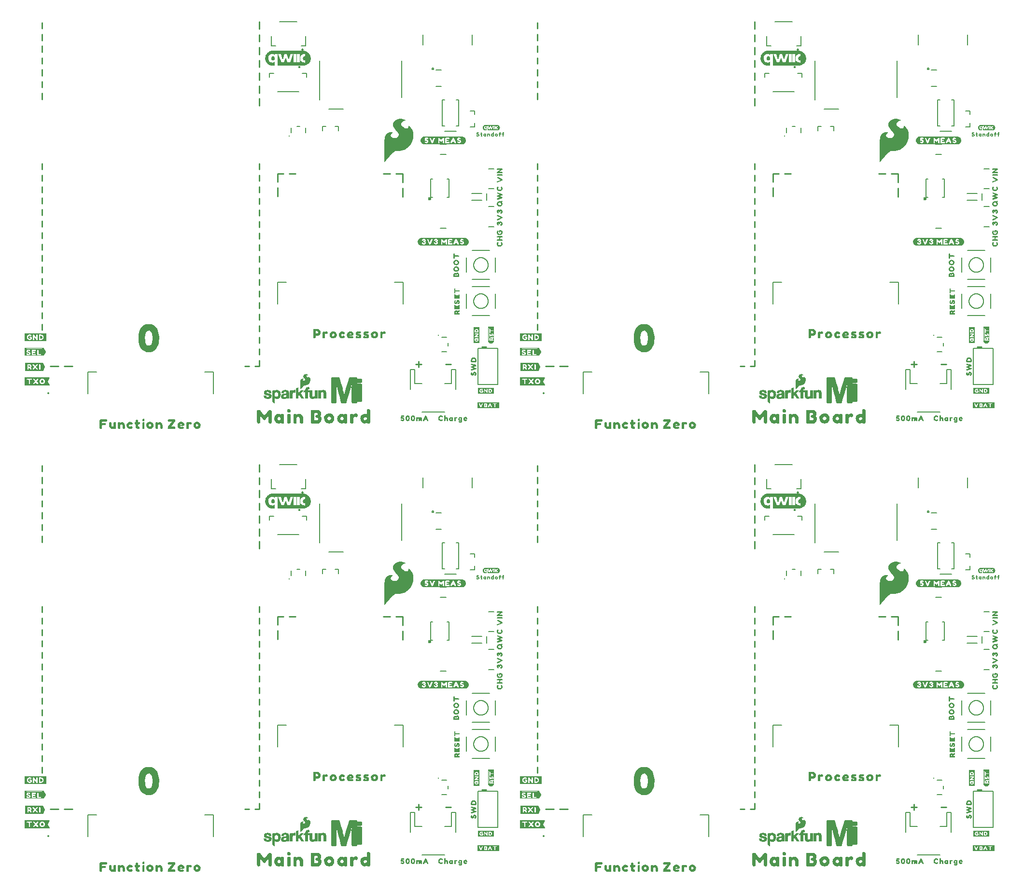
<source format=gto>
G04 EAGLE Gerber RS-274X export*
G75*
%MOMM*%
%FSLAX34Y34*%
%LPD*%
%INSilkscreen Top*%
%IPPOS*%
%AMOC8*
5,1,8,0,0,1.08239X$1,22.5*%
G01*
%ADD10C,0.279400*%
%ADD11C,0.254000*%
%ADD12C,0.203200*%
%ADD13C,0.406400*%
%ADD14C,0.152400*%
%ADD15C,0.254000*%
%ADD16C,0.127000*%
%ADD17C,0.600000*%
%ADD18C,0.359206*%

G36*
X651438Y485239D02*
X651438Y485239D01*
X651465Y485235D01*
X651665Y485435D01*
X651666Y485441D01*
X651670Y485441D01*
X652168Y486139D01*
X653067Y487137D01*
X653067Y487138D01*
X653068Y487138D01*
X654168Y488438D01*
X654168Y488439D01*
X655467Y490038D01*
X656967Y491737D01*
X658667Y493637D01*
X660466Y495536D01*
X660466Y495537D01*
X660467Y495537D01*
X662367Y497637D01*
X664066Y499537D01*
X665664Y501134D01*
X667161Y502532D01*
X668656Y503628D01*
X670247Y504423D01*
X672035Y504821D01*
X677830Y504821D01*
X677832Y504822D01*
X677836Y504822D01*
X677837Y504821D01*
X681337Y505321D01*
X681340Y505325D01*
X681343Y505323D01*
X684643Y506223D01*
X684646Y506226D01*
X684649Y506225D01*
X687749Y507525D01*
X687752Y507530D01*
X687757Y507529D01*
X690557Y509329D01*
X690558Y509332D01*
X690561Y509332D01*
X693061Y511332D01*
X693062Y511336D01*
X693066Y511336D01*
X695366Y513736D01*
X695366Y513740D01*
X695369Y513740D01*
X697469Y516440D01*
X697469Y516446D01*
X697474Y516447D01*
X700374Y521947D01*
X700372Y521955D01*
X700378Y521957D01*
X701878Y527457D01*
X701875Y527462D01*
X701878Y527464D01*
X701877Y527465D01*
X701879Y527467D01*
X702179Y532667D01*
X702175Y532673D01*
X702179Y532677D01*
X701479Y537577D01*
X701474Y537582D01*
X701477Y537586D01*
X699977Y541886D01*
X699970Y541890D01*
X699972Y541895D01*
X697872Y545395D01*
X697865Y545398D01*
X697866Y545403D01*
X695466Y548003D01*
X695455Y548005D01*
X695453Y548013D01*
X692853Y549413D01*
X692830Y549410D01*
X692806Y549413D01*
X692805Y549406D01*
X692795Y549404D01*
X692800Y549370D01*
X692795Y549335D01*
X692881Y549250D01*
X692881Y549070D01*
X692885Y549064D01*
X692882Y549060D01*
X692981Y548565D01*
X692981Y546978D01*
X692684Y546088D01*
X692289Y545198D01*
X691603Y544513D01*
X690521Y544119D01*
X689535Y544119D01*
X688443Y544318D01*
X687350Y544715D01*
X686255Y545313D01*
X684061Y546709D01*
X682269Y548501D01*
X681572Y549596D01*
X680975Y550591D01*
X680678Y551480D01*
X680580Y552469D01*
X680678Y553259D01*
X680975Y554149D01*
X681470Y554942D01*
X682066Y555736D01*
X683158Y556629D01*
X684448Y557324D01*
X685640Y557622D01*
X686934Y557821D01*
X687927Y557821D01*
X688823Y557721D01*
X689422Y557621D01*
X689427Y557624D01*
X689430Y557621D01*
X689630Y557621D01*
X689643Y557631D01*
X689660Y557631D01*
X689660Y557643D01*
X689677Y557657D01*
X689660Y557680D01*
X689660Y557709D01*
X689260Y558009D01*
X689259Y558009D01*
X689259Y558010D01*
X688159Y558810D01*
X688154Y558810D01*
X688154Y558813D01*
X686354Y559813D01*
X686351Y559813D01*
X686350Y559815D01*
X684150Y560815D01*
X684143Y560813D01*
X684140Y560818D01*
X681340Y561418D01*
X681335Y561416D01*
X681333Y561419D01*
X678333Y561619D01*
X678325Y561614D01*
X678320Y561618D01*
X675020Y560918D01*
X675013Y560911D01*
X675007Y560914D01*
X671607Y559114D01*
X671604Y559106D01*
X671598Y559108D01*
X668998Y556908D01*
X668996Y556898D01*
X668989Y556897D01*
X667389Y554497D01*
X667390Y554488D01*
X667383Y554486D01*
X666583Y552086D01*
X666587Y552075D01*
X666581Y552070D01*
X666581Y549470D01*
X666587Y549462D01*
X666582Y549457D01*
X667282Y546857D01*
X667289Y546852D01*
X667287Y546847D01*
X668687Y544247D01*
X668691Y544245D01*
X668690Y544241D01*
X670590Y541641D01*
X670596Y541639D01*
X670595Y541635D01*
X673193Y539037D01*
X675088Y536744D01*
X676081Y534558D01*
X676180Y532478D01*
X675487Y530595D01*
X674197Y529008D01*
X672410Y527916D01*
X670223Y527319D01*
X667835Y527319D01*
X666245Y527617D01*
X664955Y528213D01*
X663863Y529007D01*
X663070Y529899D01*
X662477Y530888D01*
X662279Y531875D01*
X662279Y532865D01*
X662476Y533750D01*
X662968Y534438D01*
X663563Y535034D01*
X664259Y535630D01*
X665650Y536425D01*
X666246Y536623D01*
X666251Y536631D01*
X666257Y536629D01*
X666555Y536827D01*
X666752Y536926D01*
X666757Y536935D01*
X666766Y536937D01*
X666764Y536950D01*
X666778Y536979D01*
X666757Y536990D01*
X666752Y537014D01*
X666552Y537114D01*
X666543Y537112D01*
X666540Y537118D01*
X666042Y537218D01*
X665344Y537417D01*
X665340Y537416D01*
X665339Y537418D01*
X664239Y537618D01*
X664236Y537617D01*
X664234Y537619D01*
X663034Y537719D01*
X663029Y537716D01*
X663027Y537719D01*
X661627Y537619D01*
X661623Y537616D01*
X661620Y537618D01*
X660120Y537318D01*
X660118Y537316D01*
X660116Y537317D01*
X658416Y536817D01*
X658413Y536814D01*
X658411Y536815D01*
X657011Y536215D01*
X657008Y536210D01*
X657003Y536211D01*
X655603Y535311D01*
X655601Y535306D01*
X655597Y535306D01*
X654397Y534206D01*
X654396Y534200D01*
X654391Y534200D01*
X653291Y532800D01*
X653291Y532792D01*
X653285Y532791D01*
X652485Y531091D01*
X652486Y531088D01*
X652485Y531087D01*
X652484Y531086D01*
X651784Y529086D01*
X651786Y529079D01*
X651781Y529076D01*
X651481Y526576D01*
X651483Y526573D01*
X651481Y526572D01*
X651381Y523672D01*
X651382Y523671D01*
X651381Y523670D01*
X651381Y485270D01*
X651389Y485259D01*
X651387Y485246D01*
X651400Y485244D01*
X651417Y485223D01*
X651438Y485239D01*
G37*
G36*
X1520118Y485239D02*
X1520118Y485239D01*
X1520145Y485235D01*
X1520345Y485435D01*
X1520346Y485441D01*
X1520350Y485441D01*
X1520848Y486139D01*
X1521747Y487137D01*
X1521747Y487138D01*
X1521748Y487138D01*
X1522848Y488438D01*
X1522848Y488439D01*
X1524147Y490038D01*
X1525647Y491737D01*
X1527347Y493637D01*
X1529146Y495536D01*
X1529146Y495537D01*
X1529147Y495537D01*
X1531047Y497637D01*
X1532746Y499537D01*
X1534344Y501134D01*
X1535841Y502532D01*
X1537336Y503628D01*
X1538927Y504423D01*
X1540715Y504821D01*
X1546510Y504821D01*
X1546512Y504822D01*
X1546516Y504822D01*
X1546517Y504821D01*
X1550017Y505321D01*
X1550020Y505325D01*
X1550023Y505323D01*
X1553323Y506223D01*
X1553326Y506226D01*
X1553329Y506225D01*
X1556429Y507525D01*
X1556432Y507530D01*
X1556437Y507529D01*
X1559237Y509329D01*
X1559238Y509332D01*
X1559241Y509332D01*
X1561741Y511332D01*
X1561742Y511336D01*
X1561746Y511336D01*
X1564046Y513736D01*
X1564046Y513740D01*
X1564049Y513740D01*
X1566149Y516440D01*
X1566149Y516446D01*
X1566154Y516447D01*
X1569054Y521947D01*
X1569052Y521955D01*
X1569058Y521957D01*
X1570558Y527457D01*
X1570555Y527462D01*
X1570558Y527464D01*
X1570557Y527465D01*
X1570559Y527467D01*
X1570859Y532667D01*
X1570855Y532673D01*
X1570859Y532677D01*
X1570159Y537577D01*
X1570154Y537582D01*
X1570157Y537586D01*
X1568657Y541886D01*
X1568650Y541890D01*
X1568652Y541895D01*
X1566552Y545395D01*
X1566545Y545398D01*
X1566546Y545403D01*
X1564146Y548003D01*
X1564135Y548005D01*
X1564133Y548013D01*
X1561533Y549413D01*
X1561510Y549410D01*
X1561486Y549413D01*
X1561485Y549406D01*
X1561475Y549404D01*
X1561480Y549370D01*
X1561475Y549335D01*
X1561561Y549250D01*
X1561561Y549070D01*
X1561565Y549064D01*
X1561562Y549060D01*
X1561661Y548565D01*
X1561661Y546978D01*
X1561364Y546088D01*
X1560969Y545198D01*
X1560283Y544513D01*
X1559201Y544119D01*
X1558215Y544119D01*
X1557123Y544318D01*
X1556030Y544715D01*
X1554935Y545313D01*
X1552741Y546709D01*
X1550949Y548501D01*
X1550252Y549596D01*
X1549655Y550591D01*
X1549358Y551480D01*
X1549260Y552469D01*
X1549358Y553259D01*
X1549655Y554149D01*
X1550150Y554942D01*
X1550746Y555736D01*
X1551838Y556629D01*
X1553128Y557324D01*
X1554320Y557622D01*
X1555614Y557821D01*
X1556607Y557821D01*
X1557503Y557721D01*
X1558102Y557621D01*
X1558107Y557624D01*
X1558110Y557621D01*
X1558310Y557621D01*
X1558323Y557631D01*
X1558340Y557631D01*
X1558340Y557643D01*
X1558357Y557657D01*
X1558340Y557680D01*
X1558340Y557709D01*
X1557940Y558009D01*
X1557939Y558009D01*
X1557939Y558010D01*
X1556839Y558810D01*
X1556834Y558810D01*
X1556834Y558813D01*
X1555034Y559813D01*
X1555031Y559813D01*
X1555030Y559815D01*
X1552830Y560815D01*
X1552823Y560813D01*
X1552820Y560818D01*
X1550020Y561418D01*
X1550015Y561416D01*
X1550013Y561419D01*
X1547013Y561619D01*
X1547005Y561614D01*
X1547000Y561618D01*
X1543700Y560918D01*
X1543693Y560911D01*
X1543687Y560914D01*
X1540287Y559114D01*
X1540284Y559106D01*
X1540278Y559108D01*
X1537678Y556908D01*
X1537676Y556898D01*
X1537669Y556897D01*
X1536069Y554497D01*
X1536070Y554488D01*
X1536063Y554486D01*
X1535263Y552086D01*
X1535267Y552075D01*
X1535261Y552070D01*
X1535261Y549470D01*
X1535267Y549462D01*
X1535262Y549457D01*
X1535962Y546857D01*
X1535969Y546852D01*
X1535967Y546847D01*
X1537367Y544247D01*
X1537371Y544245D01*
X1537370Y544241D01*
X1539270Y541641D01*
X1539276Y541639D01*
X1539275Y541635D01*
X1541873Y539037D01*
X1543768Y536744D01*
X1544761Y534558D01*
X1544860Y532478D01*
X1544167Y530595D01*
X1542877Y529008D01*
X1541090Y527916D01*
X1538903Y527319D01*
X1536515Y527319D01*
X1534925Y527617D01*
X1533635Y528213D01*
X1532543Y529007D01*
X1531750Y529899D01*
X1531157Y530888D01*
X1530959Y531875D01*
X1530959Y532865D01*
X1531156Y533750D01*
X1531648Y534438D01*
X1532243Y535034D01*
X1532939Y535630D01*
X1534330Y536425D01*
X1534926Y536623D01*
X1534931Y536631D01*
X1534937Y536629D01*
X1535235Y536827D01*
X1535432Y536926D01*
X1535437Y536935D01*
X1535446Y536937D01*
X1535444Y536950D01*
X1535458Y536979D01*
X1535437Y536990D01*
X1535432Y537014D01*
X1535232Y537114D01*
X1535223Y537112D01*
X1535220Y537118D01*
X1534722Y537218D01*
X1534024Y537417D01*
X1534020Y537416D01*
X1534019Y537418D01*
X1532919Y537618D01*
X1532916Y537617D01*
X1532914Y537619D01*
X1531714Y537719D01*
X1531709Y537716D01*
X1531707Y537719D01*
X1530307Y537619D01*
X1530303Y537616D01*
X1530300Y537618D01*
X1528800Y537318D01*
X1528798Y537316D01*
X1528796Y537317D01*
X1527096Y536817D01*
X1527093Y536814D01*
X1527091Y536815D01*
X1525691Y536215D01*
X1525688Y536210D01*
X1525683Y536211D01*
X1524283Y535311D01*
X1524281Y535306D01*
X1524277Y535306D01*
X1523077Y534206D01*
X1523076Y534200D01*
X1523071Y534200D01*
X1521971Y532800D01*
X1521971Y532792D01*
X1521965Y532791D01*
X1521165Y531091D01*
X1521166Y531088D01*
X1521165Y531087D01*
X1521164Y531086D01*
X1520464Y529086D01*
X1520466Y529079D01*
X1520461Y529076D01*
X1520161Y526576D01*
X1520163Y526573D01*
X1520161Y526572D01*
X1520061Y523672D01*
X1520062Y523671D01*
X1520061Y523670D01*
X1520061Y485270D01*
X1520069Y485259D01*
X1520067Y485246D01*
X1520080Y485244D01*
X1520097Y485223D01*
X1520118Y485239D01*
G37*
G36*
X651438Y1262479D02*
X651438Y1262479D01*
X651465Y1262475D01*
X651665Y1262675D01*
X651666Y1262681D01*
X651670Y1262681D01*
X652168Y1263379D01*
X653067Y1264377D01*
X653067Y1264378D01*
X653068Y1264378D01*
X654168Y1265678D01*
X654168Y1265679D01*
X655467Y1267278D01*
X656967Y1268977D01*
X658667Y1270877D01*
X660466Y1272776D01*
X660466Y1272777D01*
X660467Y1272777D01*
X662367Y1274877D01*
X664066Y1276777D01*
X665664Y1278374D01*
X667161Y1279772D01*
X668656Y1280868D01*
X670247Y1281663D01*
X672035Y1282061D01*
X677830Y1282061D01*
X677832Y1282062D01*
X677836Y1282062D01*
X677837Y1282061D01*
X681337Y1282561D01*
X681340Y1282565D01*
X681343Y1282563D01*
X684643Y1283463D01*
X684646Y1283466D01*
X684649Y1283465D01*
X687749Y1284765D01*
X687752Y1284770D01*
X687757Y1284769D01*
X690557Y1286569D01*
X690558Y1286572D01*
X690561Y1286572D01*
X693061Y1288572D01*
X693062Y1288576D01*
X693066Y1288576D01*
X695366Y1290976D01*
X695366Y1290980D01*
X695369Y1290980D01*
X697469Y1293680D01*
X697469Y1293686D01*
X697474Y1293687D01*
X700374Y1299187D01*
X700372Y1299195D01*
X700378Y1299197D01*
X701878Y1304697D01*
X701875Y1304702D01*
X701878Y1304704D01*
X701877Y1304705D01*
X701879Y1304707D01*
X702179Y1309907D01*
X702175Y1309913D01*
X702179Y1309917D01*
X701479Y1314817D01*
X701474Y1314822D01*
X701477Y1314826D01*
X699977Y1319126D01*
X699970Y1319130D01*
X699972Y1319135D01*
X697872Y1322635D01*
X697865Y1322638D01*
X697866Y1322643D01*
X695466Y1325243D01*
X695455Y1325245D01*
X695453Y1325253D01*
X692853Y1326653D01*
X692830Y1326650D01*
X692806Y1326653D01*
X692805Y1326646D01*
X692795Y1326644D01*
X692800Y1326610D01*
X692795Y1326575D01*
X692881Y1326490D01*
X692881Y1326310D01*
X692885Y1326304D01*
X692882Y1326300D01*
X692981Y1325805D01*
X692981Y1324218D01*
X692684Y1323328D01*
X692289Y1322438D01*
X691603Y1321753D01*
X690521Y1321359D01*
X689535Y1321359D01*
X688443Y1321558D01*
X687350Y1321955D01*
X686255Y1322553D01*
X684061Y1323949D01*
X682269Y1325741D01*
X681572Y1326836D01*
X680975Y1327831D01*
X680678Y1328720D01*
X680580Y1329709D01*
X680678Y1330499D01*
X680975Y1331389D01*
X681470Y1332182D01*
X682066Y1332976D01*
X683158Y1333869D01*
X684448Y1334564D01*
X685640Y1334862D01*
X686934Y1335061D01*
X687927Y1335061D01*
X688823Y1334961D01*
X689422Y1334861D01*
X689427Y1334864D01*
X689430Y1334861D01*
X689630Y1334861D01*
X689643Y1334871D01*
X689660Y1334871D01*
X689660Y1334883D01*
X689677Y1334897D01*
X689660Y1334920D01*
X689660Y1334949D01*
X689260Y1335249D01*
X689259Y1335249D01*
X689259Y1335250D01*
X688159Y1336050D01*
X688154Y1336050D01*
X688154Y1336053D01*
X686354Y1337053D01*
X686351Y1337053D01*
X686350Y1337055D01*
X684150Y1338055D01*
X684143Y1338053D01*
X684140Y1338058D01*
X681340Y1338658D01*
X681335Y1338656D01*
X681333Y1338659D01*
X678333Y1338859D01*
X678325Y1338854D01*
X678320Y1338858D01*
X675020Y1338158D01*
X675013Y1338151D01*
X675007Y1338154D01*
X671607Y1336354D01*
X671604Y1336346D01*
X671598Y1336348D01*
X668998Y1334148D01*
X668996Y1334138D01*
X668989Y1334137D01*
X667389Y1331737D01*
X667390Y1331728D01*
X667383Y1331726D01*
X666583Y1329326D01*
X666587Y1329315D01*
X666581Y1329310D01*
X666581Y1326710D01*
X666587Y1326702D01*
X666582Y1326697D01*
X667282Y1324097D01*
X667289Y1324092D01*
X667287Y1324087D01*
X668687Y1321487D01*
X668691Y1321485D01*
X668690Y1321481D01*
X670590Y1318881D01*
X670596Y1318879D01*
X670595Y1318875D01*
X673193Y1316277D01*
X675088Y1313984D01*
X676081Y1311798D01*
X676180Y1309718D01*
X675487Y1307835D01*
X674197Y1306248D01*
X672410Y1305156D01*
X670223Y1304559D01*
X667835Y1304559D01*
X666245Y1304857D01*
X664955Y1305453D01*
X663863Y1306247D01*
X663070Y1307139D01*
X662477Y1308128D01*
X662279Y1309115D01*
X662279Y1310105D01*
X662476Y1310990D01*
X662968Y1311678D01*
X663563Y1312274D01*
X664259Y1312870D01*
X665650Y1313665D01*
X666246Y1313863D01*
X666251Y1313871D01*
X666257Y1313869D01*
X666555Y1314067D01*
X666752Y1314166D01*
X666757Y1314175D01*
X666766Y1314177D01*
X666764Y1314190D01*
X666778Y1314219D01*
X666757Y1314230D01*
X666752Y1314254D01*
X666552Y1314354D01*
X666543Y1314352D01*
X666540Y1314358D01*
X666042Y1314458D01*
X665344Y1314657D01*
X665340Y1314656D01*
X665339Y1314658D01*
X664239Y1314858D01*
X664236Y1314857D01*
X664234Y1314859D01*
X663034Y1314959D01*
X663029Y1314956D01*
X663027Y1314959D01*
X661627Y1314859D01*
X661623Y1314856D01*
X661620Y1314858D01*
X660120Y1314558D01*
X660118Y1314556D01*
X660116Y1314557D01*
X658416Y1314057D01*
X658413Y1314054D01*
X658411Y1314055D01*
X657011Y1313455D01*
X657008Y1313450D01*
X657003Y1313451D01*
X655603Y1312551D01*
X655601Y1312546D01*
X655597Y1312546D01*
X654397Y1311446D01*
X654396Y1311440D01*
X654391Y1311440D01*
X653291Y1310040D01*
X653291Y1310032D01*
X653285Y1310031D01*
X652485Y1308331D01*
X652486Y1308328D01*
X652485Y1308327D01*
X652484Y1308326D01*
X651784Y1306326D01*
X651786Y1306319D01*
X651781Y1306316D01*
X651481Y1303816D01*
X651483Y1303813D01*
X651481Y1303812D01*
X651381Y1300912D01*
X651382Y1300911D01*
X651381Y1300910D01*
X651381Y1262510D01*
X651389Y1262499D01*
X651387Y1262486D01*
X651400Y1262484D01*
X651417Y1262463D01*
X651438Y1262479D01*
G37*
G36*
X1520118Y1262479D02*
X1520118Y1262479D01*
X1520145Y1262475D01*
X1520345Y1262675D01*
X1520346Y1262681D01*
X1520350Y1262681D01*
X1520848Y1263379D01*
X1521747Y1264377D01*
X1521747Y1264378D01*
X1521748Y1264378D01*
X1522848Y1265678D01*
X1522848Y1265679D01*
X1524147Y1267278D01*
X1525647Y1268977D01*
X1527347Y1270877D01*
X1529146Y1272776D01*
X1529146Y1272777D01*
X1529147Y1272777D01*
X1531047Y1274877D01*
X1532746Y1276777D01*
X1534344Y1278374D01*
X1535841Y1279772D01*
X1537336Y1280868D01*
X1538927Y1281663D01*
X1540715Y1282061D01*
X1546510Y1282061D01*
X1546512Y1282062D01*
X1546516Y1282062D01*
X1546517Y1282061D01*
X1550017Y1282561D01*
X1550020Y1282565D01*
X1550023Y1282563D01*
X1553323Y1283463D01*
X1553326Y1283466D01*
X1553329Y1283465D01*
X1556429Y1284765D01*
X1556432Y1284770D01*
X1556437Y1284769D01*
X1559237Y1286569D01*
X1559238Y1286572D01*
X1559241Y1286572D01*
X1561741Y1288572D01*
X1561742Y1288576D01*
X1561746Y1288576D01*
X1564046Y1290976D01*
X1564046Y1290980D01*
X1564049Y1290980D01*
X1566149Y1293680D01*
X1566149Y1293686D01*
X1566154Y1293687D01*
X1569054Y1299187D01*
X1569052Y1299195D01*
X1569058Y1299197D01*
X1570558Y1304697D01*
X1570555Y1304702D01*
X1570558Y1304704D01*
X1570557Y1304705D01*
X1570559Y1304707D01*
X1570859Y1309907D01*
X1570855Y1309913D01*
X1570859Y1309917D01*
X1570159Y1314817D01*
X1570154Y1314822D01*
X1570157Y1314826D01*
X1568657Y1319126D01*
X1568650Y1319130D01*
X1568652Y1319135D01*
X1566552Y1322635D01*
X1566545Y1322638D01*
X1566546Y1322643D01*
X1564146Y1325243D01*
X1564135Y1325245D01*
X1564133Y1325253D01*
X1561533Y1326653D01*
X1561510Y1326650D01*
X1561486Y1326653D01*
X1561485Y1326646D01*
X1561475Y1326644D01*
X1561480Y1326610D01*
X1561475Y1326575D01*
X1561561Y1326490D01*
X1561561Y1326310D01*
X1561565Y1326304D01*
X1561562Y1326300D01*
X1561661Y1325805D01*
X1561661Y1324218D01*
X1561364Y1323328D01*
X1560969Y1322438D01*
X1560283Y1321753D01*
X1559201Y1321359D01*
X1558215Y1321359D01*
X1557123Y1321558D01*
X1556030Y1321955D01*
X1554935Y1322553D01*
X1552741Y1323949D01*
X1550949Y1325741D01*
X1550252Y1326836D01*
X1549655Y1327831D01*
X1549358Y1328720D01*
X1549260Y1329709D01*
X1549358Y1330499D01*
X1549655Y1331389D01*
X1550150Y1332182D01*
X1550746Y1332976D01*
X1551838Y1333869D01*
X1553128Y1334564D01*
X1554320Y1334862D01*
X1555614Y1335061D01*
X1556607Y1335061D01*
X1557503Y1334961D01*
X1558102Y1334861D01*
X1558107Y1334864D01*
X1558110Y1334861D01*
X1558310Y1334861D01*
X1558323Y1334871D01*
X1558340Y1334871D01*
X1558340Y1334883D01*
X1558357Y1334897D01*
X1558340Y1334920D01*
X1558340Y1334949D01*
X1557940Y1335249D01*
X1557939Y1335249D01*
X1557939Y1335250D01*
X1556839Y1336050D01*
X1556834Y1336050D01*
X1556834Y1336053D01*
X1555034Y1337053D01*
X1555031Y1337053D01*
X1555030Y1337055D01*
X1552830Y1338055D01*
X1552823Y1338053D01*
X1552820Y1338058D01*
X1550020Y1338658D01*
X1550015Y1338656D01*
X1550013Y1338659D01*
X1547013Y1338859D01*
X1547005Y1338854D01*
X1547000Y1338858D01*
X1543700Y1338158D01*
X1543693Y1338151D01*
X1543687Y1338154D01*
X1540287Y1336354D01*
X1540284Y1336346D01*
X1540278Y1336348D01*
X1537678Y1334148D01*
X1537676Y1334138D01*
X1537669Y1334137D01*
X1536069Y1331737D01*
X1536070Y1331728D01*
X1536063Y1331726D01*
X1535263Y1329326D01*
X1535267Y1329315D01*
X1535261Y1329310D01*
X1535261Y1326710D01*
X1535267Y1326702D01*
X1535262Y1326697D01*
X1535962Y1324097D01*
X1535969Y1324092D01*
X1535967Y1324087D01*
X1537367Y1321487D01*
X1537371Y1321485D01*
X1537370Y1321481D01*
X1539270Y1318881D01*
X1539276Y1318879D01*
X1539275Y1318875D01*
X1541873Y1316277D01*
X1543768Y1313984D01*
X1544761Y1311798D01*
X1544860Y1309718D01*
X1544167Y1307835D01*
X1542877Y1306248D01*
X1541090Y1305156D01*
X1538903Y1304559D01*
X1536515Y1304559D01*
X1534925Y1304857D01*
X1533635Y1305453D01*
X1532543Y1306247D01*
X1531750Y1307139D01*
X1531157Y1308128D01*
X1530959Y1309115D01*
X1530959Y1310105D01*
X1531156Y1310990D01*
X1531648Y1311678D01*
X1532243Y1312274D01*
X1532939Y1312870D01*
X1534330Y1313665D01*
X1534926Y1313863D01*
X1534931Y1313871D01*
X1534937Y1313869D01*
X1535235Y1314067D01*
X1535432Y1314166D01*
X1535437Y1314175D01*
X1535446Y1314177D01*
X1535444Y1314190D01*
X1535458Y1314219D01*
X1535437Y1314230D01*
X1535432Y1314254D01*
X1535232Y1314354D01*
X1535223Y1314352D01*
X1535220Y1314358D01*
X1534722Y1314458D01*
X1534024Y1314657D01*
X1534020Y1314656D01*
X1534019Y1314658D01*
X1532919Y1314858D01*
X1532916Y1314857D01*
X1532914Y1314859D01*
X1531714Y1314959D01*
X1531709Y1314956D01*
X1531707Y1314959D01*
X1530307Y1314859D01*
X1530303Y1314856D01*
X1530300Y1314858D01*
X1528800Y1314558D01*
X1528798Y1314556D01*
X1528796Y1314557D01*
X1527096Y1314057D01*
X1527093Y1314054D01*
X1527091Y1314055D01*
X1525691Y1313455D01*
X1525688Y1313450D01*
X1525683Y1313451D01*
X1524283Y1312551D01*
X1524281Y1312546D01*
X1524277Y1312546D01*
X1523077Y1311446D01*
X1523076Y1311440D01*
X1523071Y1311440D01*
X1521971Y1310040D01*
X1521971Y1310032D01*
X1521965Y1310031D01*
X1521165Y1308331D01*
X1521166Y1308328D01*
X1521165Y1308327D01*
X1521164Y1308326D01*
X1520464Y1306326D01*
X1520466Y1306319D01*
X1520461Y1306316D01*
X1520161Y1303816D01*
X1520163Y1303813D01*
X1520161Y1303812D01*
X1520061Y1300912D01*
X1520062Y1300911D01*
X1520061Y1300910D01*
X1520061Y1262510D01*
X1520069Y1262499D01*
X1520067Y1262486D01*
X1520080Y1262484D01*
X1520097Y1262463D01*
X1520118Y1262479D01*
G37*
G36*
X1470025Y61878D02*
X1470025Y61878D01*
X1470038Y61877D01*
X1470564Y61902D01*
X1470586Y61908D01*
X1470721Y61936D01*
X1471209Y62125D01*
X1471216Y62129D01*
X1471223Y62131D01*
X1471364Y62220D01*
X1471752Y62572D01*
X1471757Y62578D01*
X1471763Y62582D01*
X1471862Y62716D01*
X1472100Y63183D01*
X1472102Y63189D01*
X1472105Y63194D01*
X1472151Y63354D01*
X1472211Y63876D01*
X1472209Y63893D01*
X1472214Y63915D01*
X1472227Y64316D01*
X1472347Y64523D01*
X1472575Y64632D01*
X1478793Y64649D01*
X1478836Y64658D01*
X1478910Y64663D01*
X1479421Y64789D01*
X1479460Y64807D01*
X1479550Y64840D01*
X1480006Y65102D01*
X1480039Y65131D01*
X1480116Y65187D01*
X1480482Y65564D01*
X1480506Y65601D01*
X1480564Y65675D01*
X1480814Y66137D01*
X1480822Y66166D01*
X1480837Y66190D01*
X1480842Y66219D01*
X1480862Y66269D01*
X1480973Y66782D01*
X1480974Y66824D01*
X1480984Y66888D01*
X1480992Y86927D01*
X1481011Y87445D01*
X1481008Y87462D01*
X1481011Y87480D01*
X1480992Y87560D01*
X1480985Y87600D01*
X1480991Y87617D01*
X1480989Y87647D01*
X1480996Y87686D01*
X1480996Y93501D01*
X1480995Y93505D01*
X1480996Y93509D01*
X1480986Y94038D01*
X1480977Y94079D01*
X1480973Y94143D01*
X1480853Y94656D01*
X1480835Y94695D01*
X1480802Y94786D01*
X1480544Y95245D01*
X1480516Y95278D01*
X1480460Y95356D01*
X1480086Y95726D01*
X1480049Y95750D01*
X1479974Y95809D01*
X1479512Y96062D01*
X1479471Y96075D01*
X1479382Y96111D01*
X1478868Y96226D01*
X1478826Y96227D01*
X1478760Y96238D01*
X1472951Y96246D01*
X1472552Y96256D01*
X1472339Y96374D01*
X1472227Y96597D01*
X1472222Y97433D01*
X1472324Y97671D01*
X1472522Y97795D01*
X1472907Y97813D01*
X1478709Y97819D01*
X1478748Y97826D01*
X1478805Y97828D01*
X1479321Y97929D01*
X1479362Y97946D01*
X1479453Y97974D01*
X1479922Y98214D01*
X1479956Y98241D01*
X1480035Y98294D01*
X1480420Y98653D01*
X1480446Y98689D01*
X1480508Y98761D01*
X1480778Y99214D01*
X1480792Y99251D01*
X1480801Y99266D01*
X1480803Y99277D01*
X1480833Y99344D01*
X1480966Y99854D01*
X1480969Y99897D01*
X1480982Y99966D01*
X1480997Y100494D01*
X1480996Y100500D01*
X1480997Y100508D01*
X1480997Y102622D01*
X1480994Y102638D01*
X1480996Y102658D01*
X1480958Y103184D01*
X1480946Y103227D01*
X1480930Y103316D01*
X1480753Y103812D01*
X1480731Y103850D01*
X1480689Y103935D01*
X1480382Y104363D01*
X1480351Y104393D01*
X1480287Y104464D01*
X1479874Y104791D01*
X1479835Y104811D01*
X1479756Y104861D01*
X1479269Y105063D01*
X1479226Y105071D01*
X1479136Y105098D01*
X1478613Y105159D01*
X1478587Y105157D01*
X1478555Y105162D01*
X1472776Y105164D01*
X1472441Y105212D01*
X1472282Y105353D01*
X1472204Y105677D01*
X1472148Y106170D01*
X1472147Y106175D01*
X1472147Y106181D01*
X1472097Y106340D01*
X1471858Y106808D01*
X1471853Y106814D01*
X1471851Y106821D01*
X1471748Y106951D01*
X1471358Y107303D01*
X1471351Y107308D01*
X1471346Y107314D01*
X1471203Y107399D01*
X1470713Y107588D01*
X1470695Y107591D01*
X1470555Y107621D01*
X1470028Y107643D01*
X1470018Y107642D01*
X1470006Y107644D01*
X1459963Y107644D01*
X1459958Y107643D01*
X1459952Y107644D01*
X1459423Y107631D01*
X1459392Y107624D01*
X1459271Y107604D01*
X1458775Y107431D01*
X1458767Y107427D01*
X1458758Y107425D01*
X1458615Y107340D01*
X1458215Y106999D01*
X1458210Y106992D01*
X1458203Y106988D01*
X1458100Y106857D01*
X1457850Y106396D01*
X1457838Y106358D01*
X1457812Y106307D01*
X1455909Y100256D01*
X1455909Y100255D01*
X1455909Y100254D01*
X1454503Y95709D01*
X1454503Y95707D01*
X1454502Y95705D01*
X1452064Y87607D01*
X1452057Y87526D01*
X1452050Y87485D01*
X1452045Y87472D01*
X1451994Y87367D01*
X1450976Y83814D01*
X1450976Y83811D01*
X1450975Y83808D01*
X1450002Y80243D01*
X1450002Y80238D01*
X1450000Y80232D01*
X1449232Y77159D01*
X1449232Y77153D01*
X1449229Y77147D01*
X1449129Y76696D01*
X1449009Y77293D01*
X1449007Y77297D01*
X1449006Y77303D01*
X1448198Y80909D01*
X1448197Y80913D01*
X1448197Y80917D01*
X1447211Y85024D01*
X1447211Y85025D01*
X1447211Y85027D01*
X1446831Y86564D01*
X1446828Y86569D01*
X1446828Y86576D01*
X1446550Y87595D01*
X1446537Y87620D01*
X1446533Y87659D01*
X1446533Y87673D01*
X1446532Y87675D01*
X1446532Y87677D01*
X1445612Y91261D01*
X1445611Y91263D01*
X1445611Y91266D01*
X1444524Y95354D01*
X1444524Y95355D01*
X1444524Y95357D01*
X1443828Y97907D01*
X1443827Y97909D01*
X1443827Y97911D01*
X1442680Y101982D01*
X1442679Y101985D01*
X1442678Y101988D01*
X1441484Y106046D01*
X1441478Y106058D01*
X1441475Y106074D01*
X1441296Y106570D01*
X1441288Y106583D01*
X1441216Y106712D01*
X1440888Y107123D01*
X1440880Y107130D01*
X1440875Y107139D01*
X1440747Y107245D01*
X1440291Y107506D01*
X1440281Y107509D01*
X1440273Y107516D01*
X1440115Y107567D01*
X1439595Y107644D01*
X1439564Y107642D01*
X1439523Y107649D01*
X1428419Y107654D01*
X1428383Y107647D01*
X1428330Y107646D01*
X1427813Y107552D01*
X1427804Y107549D01*
X1427795Y107549D01*
X1427640Y107486D01*
X1427193Y107211D01*
X1427188Y107206D01*
X1427181Y107203D01*
X1427059Y107090D01*
X1426739Y106674D01*
X1426735Y106666D01*
X1426729Y106660D01*
X1426656Y106511D01*
X1426507Y106007D01*
X1426503Y105965D01*
X1426487Y105866D01*
X1426478Y87889D01*
X1426487Y87846D01*
X1426492Y87771D01*
X1426520Y87657D01*
X1426511Y87643D01*
X1426510Y87634D01*
X1426505Y87627D01*
X1426478Y87463D01*
X1426488Y63649D01*
X1426496Y63612D01*
X1426510Y63503D01*
X1426665Y63000D01*
X1426669Y62993D01*
X1426671Y62984D01*
X1426750Y62838D01*
X1427076Y62425D01*
X1427082Y62420D01*
X1427086Y62413D01*
X1427212Y62305D01*
X1427664Y62036D01*
X1427672Y62033D01*
X1427678Y62028D01*
X1427835Y61973D01*
X1428353Y61884D01*
X1428389Y61885D01*
X1428438Y61876D01*
X1433730Y61876D01*
X1433748Y61880D01*
X1433770Y61878D01*
X1434295Y61919D01*
X1434298Y61920D01*
X1434300Y61920D01*
X1434461Y61962D01*
X1434941Y62177D01*
X1434947Y62182D01*
X1434955Y62184D01*
X1435090Y62281D01*
X1435461Y62655D01*
X1435466Y62662D01*
X1435473Y62667D01*
X1435564Y62806D01*
X1435775Y63288D01*
X1435775Y63289D01*
X1435776Y63290D01*
X1435815Y63451D01*
X1435854Y63977D01*
X1435852Y63994D01*
X1435856Y64014D01*
X1435853Y79890D01*
X1435853Y79892D01*
X1435853Y79893D01*
X1435829Y84127D01*
X1435829Y84129D01*
X1435829Y84131D01*
X1435781Y87306D01*
X1435761Y87399D01*
X1435739Y87499D01*
X1435739Y87500D01*
X1435723Y87522D01*
X1435737Y87543D01*
X1435740Y87560D01*
X1435748Y87574D01*
X1435772Y87739D01*
X1435679Y91968D01*
X1435679Y91970D01*
X1435679Y91972D01*
X1435648Y92972D01*
X1435633Y93471D01*
X1435617Y93970D01*
X1435617Y93971D01*
X1435602Y94470D01*
X1435581Y95143D01*
X1435580Y95146D01*
X1435580Y95150D01*
X1435502Y96928D01*
X1435917Y95047D01*
X1435918Y95045D01*
X1435918Y95041D01*
X1437597Y87832D01*
X1437603Y87818D01*
X1437606Y87798D01*
X1437709Y87463D01*
X1437714Y87397D01*
X1437711Y87354D01*
X1437719Y87331D01*
X1437721Y87300D01*
X1439342Y80631D01*
X1439343Y80630D01*
X1439343Y80628D01*
X1440749Y74994D01*
X1440750Y74993D01*
X1440750Y74991D01*
X1442585Y67831D01*
X1442586Y67830D01*
X1442586Y67827D01*
X1443802Y63234D01*
X1443821Y63196D01*
X1443829Y63165D01*
X1443836Y63155D01*
X1443847Y63123D01*
X1444099Y62663D01*
X1444105Y62655D01*
X1444108Y62647D01*
X1444215Y62520D01*
X1444617Y62182D01*
X1444623Y62179D01*
X1444627Y62174D01*
X1444773Y62093D01*
X1445268Y61919D01*
X1445298Y61914D01*
X1445421Y61891D01*
X1445948Y61877D01*
X1445954Y61878D01*
X1445961Y61877D01*
X1451240Y61877D01*
X1451262Y61881D01*
X1451291Y61879D01*
X1451813Y61933D01*
X1451819Y61934D01*
X1451824Y61934D01*
X1451984Y61982D01*
X1452454Y62214D01*
X1452461Y62219D01*
X1452469Y62222D01*
X1452601Y62324D01*
X1452956Y62710D01*
X1452959Y62715D01*
X1452963Y62718D01*
X1453050Y62859D01*
X1453249Y63346D01*
X1453253Y63367D01*
X1453265Y63391D01*
X1454785Y68447D01*
X1454786Y68449D01*
X1454787Y68451D01*
X1456851Y75548D01*
X1456852Y75550D01*
X1456853Y75552D01*
X1458423Y81143D01*
X1458423Y81145D01*
X1458424Y81148D01*
X1460081Y87262D01*
X1460083Y87297D01*
X1460095Y87330D01*
X1460090Y87396D01*
X1460094Y87461D01*
X1460090Y87473D01*
X1460116Y87499D01*
X1460149Y87572D01*
X1460172Y87610D01*
X1460175Y87629D01*
X1460184Y87651D01*
X1460987Y90719D01*
X1460987Y90721D01*
X1460988Y90723D01*
X1462021Y94824D01*
X1462021Y94826D01*
X1462022Y94829D01*
X1462639Y97399D01*
X1462639Y97402D01*
X1462640Y97405D01*
X1462564Y94039D01*
X1462564Y94037D01*
X1462564Y94035D01*
X1462472Y87693D01*
X1462482Y87639D01*
X1462482Y87584D01*
X1462500Y87542D01*
X1462509Y87497D01*
X1462539Y87451D01*
X1462561Y87401D01*
X1462562Y87399D01*
X1462502Y87191D01*
X1462498Y87148D01*
X1462482Y87055D01*
X1462457Y83890D01*
X1462457Y83888D01*
X1462457Y83886D01*
X1462444Y63838D01*
X1462451Y63803D01*
X1462452Y63753D01*
X1462540Y63236D01*
X1462543Y63229D01*
X1462543Y63222D01*
X1462603Y63066D01*
X1462870Y62615D01*
X1462875Y62609D01*
X1462878Y62602D01*
X1462942Y62530D01*
X1462961Y62504D01*
X1462970Y62499D01*
X1462989Y62478D01*
X1463400Y62152D01*
X1463408Y62148D01*
X1463413Y62142D01*
X1463562Y62066D01*
X1464062Y61910D01*
X1464106Y61906D01*
X1464200Y61888D01*
X1464727Y61876D01*
X1464732Y61877D01*
X1464738Y61876D01*
X1470014Y61876D01*
X1470025Y61878D01*
G37*
G36*
X601345Y61878D02*
X601345Y61878D01*
X601358Y61877D01*
X601884Y61902D01*
X601906Y61908D01*
X602041Y61936D01*
X602529Y62125D01*
X602536Y62129D01*
X602543Y62131D01*
X602684Y62220D01*
X603072Y62572D01*
X603077Y62578D01*
X603083Y62582D01*
X603182Y62716D01*
X603420Y63183D01*
X603422Y63189D01*
X603425Y63194D01*
X603471Y63354D01*
X603531Y63876D01*
X603529Y63893D01*
X603534Y63915D01*
X603547Y64316D01*
X603667Y64523D01*
X603895Y64632D01*
X610113Y64649D01*
X610156Y64658D01*
X610230Y64663D01*
X610741Y64789D01*
X610780Y64807D01*
X610870Y64840D01*
X611326Y65102D01*
X611359Y65131D01*
X611436Y65187D01*
X611802Y65564D01*
X611826Y65601D01*
X611884Y65675D01*
X612134Y66137D01*
X612142Y66166D01*
X612157Y66190D01*
X612162Y66219D01*
X612182Y66269D01*
X612293Y66782D01*
X612294Y66824D01*
X612304Y66888D01*
X612312Y86927D01*
X612331Y87445D01*
X612328Y87462D01*
X612331Y87480D01*
X612312Y87560D01*
X612305Y87600D01*
X612311Y87617D01*
X612309Y87647D01*
X612316Y87686D01*
X612316Y93501D01*
X612315Y93505D01*
X612316Y93509D01*
X612306Y94038D01*
X612297Y94079D01*
X612293Y94143D01*
X612173Y94656D01*
X612155Y94695D01*
X612122Y94786D01*
X611864Y95245D01*
X611836Y95278D01*
X611780Y95356D01*
X611406Y95726D01*
X611369Y95750D01*
X611294Y95809D01*
X610832Y96062D01*
X610791Y96075D01*
X610702Y96111D01*
X610188Y96226D01*
X610146Y96227D01*
X610080Y96238D01*
X604271Y96246D01*
X603872Y96256D01*
X603659Y96374D01*
X603547Y96597D01*
X603542Y97433D01*
X603644Y97671D01*
X603842Y97795D01*
X604227Y97813D01*
X610029Y97819D01*
X610068Y97826D01*
X610125Y97828D01*
X610641Y97929D01*
X610682Y97946D01*
X610773Y97974D01*
X611242Y98214D01*
X611276Y98241D01*
X611355Y98294D01*
X611740Y98653D01*
X611766Y98689D01*
X611828Y98761D01*
X612098Y99214D01*
X612112Y99251D01*
X612121Y99266D01*
X612123Y99277D01*
X612153Y99344D01*
X612286Y99854D01*
X612289Y99897D01*
X612302Y99966D01*
X612317Y100494D01*
X612316Y100500D01*
X612317Y100508D01*
X612317Y102622D01*
X612314Y102638D01*
X612316Y102658D01*
X612278Y103184D01*
X612266Y103227D01*
X612250Y103316D01*
X612073Y103812D01*
X612051Y103850D01*
X612009Y103935D01*
X611702Y104363D01*
X611671Y104393D01*
X611607Y104464D01*
X611194Y104791D01*
X611155Y104811D01*
X611076Y104861D01*
X610589Y105063D01*
X610546Y105071D01*
X610456Y105098D01*
X609933Y105159D01*
X609907Y105157D01*
X609875Y105162D01*
X604096Y105164D01*
X603761Y105212D01*
X603602Y105353D01*
X603524Y105677D01*
X603468Y106170D01*
X603467Y106175D01*
X603467Y106181D01*
X603417Y106340D01*
X603178Y106808D01*
X603173Y106814D01*
X603171Y106821D01*
X603068Y106951D01*
X602678Y107303D01*
X602671Y107308D01*
X602666Y107314D01*
X602523Y107399D01*
X602033Y107588D01*
X602015Y107591D01*
X601875Y107621D01*
X601348Y107643D01*
X601338Y107642D01*
X601326Y107644D01*
X591283Y107644D01*
X591278Y107643D01*
X591272Y107644D01*
X590743Y107631D01*
X590712Y107624D01*
X590591Y107604D01*
X590095Y107431D01*
X590087Y107427D01*
X590078Y107425D01*
X589935Y107340D01*
X589535Y106999D01*
X589530Y106992D01*
X589523Y106988D01*
X589420Y106857D01*
X589170Y106396D01*
X589158Y106358D01*
X589132Y106307D01*
X587229Y100256D01*
X587229Y100255D01*
X587229Y100254D01*
X585823Y95709D01*
X585823Y95707D01*
X585822Y95705D01*
X583384Y87607D01*
X583377Y87526D01*
X583370Y87485D01*
X583365Y87472D01*
X583314Y87367D01*
X582296Y83814D01*
X582296Y83811D01*
X582295Y83808D01*
X581322Y80243D01*
X581322Y80238D01*
X581320Y80232D01*
X580552Y77159D01*
X580552Y77153D01*
X580549Y77147D01*
X580449Y76696D01*
X580329Y77293D01*
X580327Y77297D01*
X580326Y77303D01*
X579518Y80909D01*
X579517Y80913D01*
X579517Y80917D01*
X578531Y85024D01*
X578531Y85025D01*
X578531Y85027D01*
X578151Y86564D01*
X578148Y86569D01*
X578148Y86576D01*
X577870Y87595D01*
X577857Y87620D01*
X577853Y87659D01*
X577853Y87673D01*
X577852Y87675D01*
X577852Y87677D01*
X576932Y91261D01*
X576931Y91263D01*
X576931Y91266D01*
X575844Y95354D01*
X575844Y95355D01*
X575844Y95357D01*
X575148Y97907D01*
X575147Y97909D01*
X575147Y97911D01*
X574000Y101982D01*
X573999Y101985D01*
X573998Y101988D01*
X572804Y106046D01*
X572798Y106058D01*
X572795Y106074D01*
X572616Y106570D01*
X572608Y106583D01*
X572536Y106712D01*
X572208Y107123D01*
X572200Y107130D01*
X572195Y107139D01*
X572067Y107245D01*
X571611Y107506D01*
X571601Y107509D01*
X571593Y107516D01*
X571435Y107567D01*
X570915Y107644D01*
X570884Y107642D01*
X570843Y107649D01*
X559739Y107654D01*
X559703Y107647D01*
X559650Y107646D01*
X559133Y107552D01*
X559124Y107549D01*
X559115Y107549D01*
X558960Y107486D01*
X558513Y107211D01*
X558508Y107206D01*
X558501Y107203D01*
X558379Y107090D01*
X558059Y106674D01*
X558055Y106666D01*
X558049Y106660D01*
X557976Y106511D01*
X557827Y106007D01*
X557823Y105965D01*
X557807Y105866D01*
X557798Y87889D01*
X557807Y87846D01*
X557812Y87771D01*
X557840Y87657D01*
X557831Y87643D01*
X557830Y87634D01*
X557825Y87627D01*
X557798Y87463D01*
X557808Y63649D01*
X557816Y63612D01*
X557830Y63503D01*
X557985Y63000D01*
X557989Y62993D01*
X557991Y62984D01*
X558070Y62838D01*
X558396Y62425D01*
X558402Y62420D01*
X558406Y62413D01*
X558532Y62305D01*
X558984Y62036D01*
X558992Y62033D01*
X558998Y62028D01*
X559155Y61973D01*
X559673Y61884D01*
X559709Y61885D01*
X559758Y61876D01*
X565050Y61876D01*
X565068Y61880D01*
X565090Y61878D01*
X565615Y61919D01*
X565618Y61920D01*
X565620Y61920D01*
X565781Y61962D01*
X566261Y62177D01*
X566267Y62182D01*
X566275Y62184D01*
X566410Y62281D01*
X566781Y62655D01*
X566786Y62662D01*
X566793Y62667D01*
X566884Y62806D01*
X567095Y63288D01*
X567095Y63289D01*
X567096Y63290D01*
X567135Y63451D01*
X567174Y63977D01*
X567172Y63994D01*
X567176Y64014D01*
X567173Y79890D01*
X567173Y79892D01*
X567173Y79893D01*
X567149Y84127D01*
X567149Y84129D01*
X567149Y84131D01*
X567101Y87306D01*
X567081Y87399D01*
X567059Y87499D01*
X567059Y87500D01*
X567043Y87522D01*
X567057Y87543D01*
X567060Y87560D01*
X567068Y87574D01*
X567092Y87739D01*
X566999Y91968D01*
X566999Y91970D01*
X566999Y91972D01*
X566968Y92972D01*
X566953Y93471D01*
X566937Y93970D01*
X566937Y93971D01*
X566922Y94470D01*
X566901Y95143D01*
X566900Y95146D01*
X566900Y95150D01*
X566822Y96928D01*
X567237Y95047D01*
X567238Y95045D01*
X567238Y95041D01*
X568917Y87832D01*
X568923Y87818D01*
X568926Y87798D01*
X569029Y87463D01*
X569034Y87397D01*
X569031Y87354D01*
X569039Y87331D01*
X569041Y87300D01*
X570662Y80631D01*
X570663Y80630D01*
X570663Y80628D01*
X572069Y74994D01*
X572070Y74993D01*
X572070Y74991D01*
X573905Y67831D01*
X573906Y67830D01*
X573906Y67827D01*
X575122Y63234D01*
X575141Y63196D01*
X575149Y63165D01*
X575156Y63155D01*
X575167Y63123D01*
X575419Y62663D01*
X575425Y62655D01*
X575428Y62647D01*
X575535Y62520D01*
X575937Y62182D01*
X575943Y62179D01*
X575947Y62174D01*
X576093Y62093D01*
X576588Y61919D01*
X576618Y61914D01*
X576741Y61891D01*
X577268Y61877D01*
X577274Y61878D01*
X577281Y61877D01*
X582560Y61877D01*
X582582Y61881D01*
X582611Y61879D01*
X583133Y61933D01*
X583139Y61934D01*
X583144Y61934D01*
X583304Y61982D01*
X583774Y62214D01*
X583781Y62219D01*
X583789Y62222D01*
X583921Y62324D01*
X584276Y62710D01*
X584279Y62715D01*
X584283Y62718D01*
X584370Y62859D01*
X584569Y63346D01*
X584573Y63367D01*
X584585Y63391D01*
X586105Y68447D01*
X586106Y68449D01*
X586107Y68451D01*
X588171Y75548D01*
X588172Y75550D01*
X588173Y75552D01*
X589743Y81143D01*
X589743Y81145D01*
X589744Y81148D01*
X591401Y87262D01*
X591403Y87297D01*
X591415Y87330D01*
X591410Y87396D01*
X591414Y87461D01*
X591410Y87473D01*
X591436Y87499D01*
X591469Y87572D01*
X591492Y87610D01*
X591495Y87629D01*
X591504Y87651D01*
X592307Y90719D01*
X592307Y90721D01*
X592308Y90723D01*
X593341Y94824D01*
X593341Y94826D01*
X593342Y94829D01*
X593959Y97399D01*
X593959Y97402D01*
X593960Y97405D01*
X593884Y94039D01*
X593884Y94037D01*
X593884Y94035D01*
X593792Y87693D01*
X593802Y87639D01*
X593802Y87584D01*
X593820Y87542D01*
X593829Y87497D01*
X593859Y87451D01*
X593881Y87401D01*
X593882Y87399D01*
X593822Y87191D01*
X593818Y87148D01*
X593802Y87055D01*
X593777Y83890D01*
X593777Y83888D01*
X593777Y83886D01*
X593764Y63838D01*
X593771Y63803D01*
X593772Y63753D01*
X593860Y63236D01*
X593863Y63229D01*
X593863Y63222D01*
X593923Y63066D01*
X594190Y62615D01*
X594195Y62609D01*
X594198Y62602D01*
X594262Y62530D01*
X594281Y62504D01*
X594290Y62499D01*
X594309Y62478D01*
X594720Y62152D01*
X594728Y62148D01*
X594733Y62142D01*
X594882Y62066D01*
X595382Y61910D01*
X595426Y61906D01*
X595520Y61888D01*
X596047Y61876D01*
X596052Y61877D01*
X596058Y61876D01*
X601334Y61876D01*
X601345Y61878D01*
G37*
G36*
X1470025Y839118D02*
X1470025Y839118D01*
X1470038Y839117D01*
X1470564Y839142D01*
X1470586Y839148D01*
X1470721Y839176D01*
X1471209Y839365D01*
X1471216Y839369D01*
X1471223Y839371D01*
X1471364Y839460D01*
X1471752Y839812D01*
X1471757Y839818D01*
X1471763Y839822D01*
X1471862Y839956D01*
X1472100Y840423D01*
X1472102Y840429D01*
X1472105Y840434D01*
X1472151Y840594D01*
X1472211Y841116D01*
X1472209Y841133D01*
X1472214Y841155D01*
X1472227Y841556D01*
X1472347Y841763D01*
X1472575Y841872D01*
X1478793Y841889D01*
X1478836Y841898D01*
X1478910Y841903D01*
X1479421Y842029D01*
X1479460Y842047D01*
X1479550Y842080D01*
X1480006Y842342D01*
X1480039Y842371D01*
X1480116Y842427D01*
X1480482Y842804D01*
X1480506Y842841D01*
X1480564Y842915D01*
X1480814Y843377D01*
X1480822Y843406D01*
X1480837Y843430D01*
X1480842Y843459D01*
X1480862Y843509D01*
X1480973Y844022D01*
X1480974Y844064D01*
X1480984Y844128D01*
X1480992Y864167D01*
X1481011Y864685D01*
X1481008Y864702D01*
X1481011Y864720D01*
X1480992Y864800D01*
X1480985Y864840D01*
X1480991Y864857D01*
X1480989Y864887D01*
X1480996Y864926D01*
X1480996Y870741D01*
X1480995Y870745D01*
X1480996Y870749D01*
X1480986Y871278D01*
X1480977Y871319D01*
X1480973Y871383D01*
X1480853Y871896D01*
X1480835Y871935D01*
X1480802Y872026D01*
X1480544Y872485D01*
X1480516Y872518D01*
X1480460Y872596D01*
X1480086Y872966D01*
X1480049Y872990D01*
X1479974Y873049D01*
X1479512Y873302D01*
X1479471Y873315D01*
X1479382Y873351D01*
X1478868Y873466D01*
X1478826Y873467D01*
X1478760Y873478D01*
X1472951Y873486D01*
X1472552Y873496D01*
X1472339Y873614D01*
X1472227Y873837D01*
X1472222Y874673D01*
X1472324Y874911D01*
X1472522Y875035D01*
X1472907Y875053D01*
X1478709Y875059D01*
X1478748Y875066D01*
X1478805Y875068D01*
X1479321Y875169D01*
X1479362Y875186D01*
X1479453Y875214D01*
X1479922Y875454D01*
X1479956Y875481D01*
X1480035Y875534D01*
X1480420Y875893D01*
X1480446Y875929D01*
X1480508Y876001D01*
X1480778Y876454D01*
X1480792Y876491D01*
X1480801Y876506D01*
X1480803Y876517D01*
X1480833Y876584D01*
X1480966Y877094D01*
X1480969Y877137D01*
X1480982Y877206D01*
X1480997Y877734D01*
X1480996Y877740D01*
X1480997Y877748D01*
X1480997Y879862D01*
X1480994Y879878D01*
X1480996Y879898D01*
X1480958Y880424D01*
X1480946Y880467D01*
X1480930Y880556D01*
X1480753Y881052D01*
X1480731Y881090D01*
X1480689Y881175D01*
X1480382Y881603D01*
X1480351Y881633D01*
X1480287Y881704D01*
X1479874Y882031D01*
X1479835Y882051D01*
X1479756Y882101D01*
X1479269Y882303D01*
X1479226Y882311D01*
X1479136Y882338D01*
X1478613Y882399D01*
X1478587Y882397D01*
X1478555Y882402D01*
X1472776Y882404D01*
X1472441Y882452D01*
X1472282Y882593D01*
X1472204Y882917D01*
X1472148Y883410D01*
X1472147Y883415D01*
X1472147Y883421D01*
X1472097Y883580D01*
X1471858Y884048D01*
X1471853Y884054D01*
X1471851Y884061D01*
X1471748Y884191D01*
X1471358Y884543D01*
X1471351Y884548D01*
X1471346Y884554D01*
X1471203Y884639D01*
X1470713Y884828D01*
X1470695Y884831D01*
X1470555Y884861D01*
X1470028Y884883D01*
X1470018Y884882D01*
X1470006Y884884D01*
X1459963Y884884D01*
X1459958Y884883D01*
X1459952Y884884D01*
X1459423Y884871D01*
X1459392Y884864D01*
X1459271Y884844D01*
X1458775Y884671D01*
X1458767Y884667D01*
X1458758Y884665D01*
X1458615Y884580D01*
X1458215Y884239D01*
X1458210Y884232D01*
X1458203Y884228D01*
X1458100Y884097D01*
X1457850Y883636D01*
X1457838Y883598D01*
X1457812Y883547D01*
X1455909Y877496D01*
X1455909Y877495D01*
X1455909Y877494D01*
X1454503Y872949D01*
X1454503Y872947D01*
X1454502Y872945D01*
X1452064Y864847D01*
X1452057Y864766D01*
X1452050Y864725D01*
X1452045Y864712D01*
X1451994Y864607D01*
X1450976Y861054D01*
X1450976Y861051D01*
X1450975Y861048D01*
X1450002Y857483D01*
X1450002Y857478D01*
X1450000Y857472D01*
X1449232Y854399D01*
X1449232Y854393D01*
X1449229Y854387D01*
X1449129Y853936D01*
X1449009Y854533D01*
X1449007Y854537D01*
X1449006Y854543D01*
X1448198Y858149D01*
X1448197Y858153D01*
X1448197Y858157D01*
X1447211Y862264D01*
X1447211Y862265D01*
X1447211Y862267D01*
X1446831Y863804D01*
X1446828Y863809D01*
X1446828Y863816D01*
X1446550Y864835D01*
X1446537Y864860D01*
X1446533Y864899D01*
X1446533Y864913D01*
X1446532Y864915D01*
X1446532Y864917D01*
X1445612Y868501D01*
X1445611Y868503D01*
X1445611Y868506D01*
X1444524Y872594D01*
X1444524Y872595D01*
X1444524Y872597D01*
X1443828Y875147D01*
X1443827Y875149D01*
X1443827Y875151D01*
X1442680Y879222D01*
X1442679Y879225D01*
X1442678Y879228D01*
X1441484Y883286D01*
X1441478Y883298D01*
X1441475Y883314D01*
X1441296Y883810D01*
X1441288Y883823D01*
X1441216Y883952D01*
X1440888Y884363D01*
X1440880Y884370D01*
X1440875Y884379D01*
X1440747Y884485D01*
X1440291Y884746D01*
X1440281Y884749D01*
X1440273Y884756D01*
X1440115Y884807D01*
X1439595Y884884D01*
X1439564Y884882D01*
X1439523Y884889D01*
X1428419Y884894D01*
X1428383Y884887D01*
X1428330Y884886D01*
X1427813Y884792D01*
X1427804Y884789D01*
X1427795Y884789D01*
X1427640Y884726D01*
X1427193Y884451D01*
X1427188Y884446D01*
X1427181Y884443D01*
X1427059Y884330D01*
X1426739Y883914D01*
X1426735Y883906D01*
X1426729Y883900D01*
X1426656Y883751D01*
X1426507Y883247D01*
X1426503Y883205D01*
X1426487Y883106D01*
X1426478Y865129D01*
X1426487Y865086D01*
X1426492Y865011D01*
X1426520Y864897D01*
X1426511Y864883D01*
X1426510Y864874D01*
X1426505Y864867D01*
X1426478Y864703D01*
X1426488Y840889D01*
X1426496Y840852D01*
X1426510Y840743D01*
X1426665Y840240D01*
X1426669Y840233D01*
X1426671Y840224D01*
X1426750Y840078D01*
X1427076Y839665D01*
X1427082Y839660D01*
X1427086Y839653D01*
X1427212Y839545D01*
X1427664Y839276D01*
X1427672Y839273D01*
X1427678Y839268D01*
X1427835Y839213D01*
X1428353Y839124D01*
X1428389Y839125D01*
X1428438Y839116D01*
X1433730Y839116D01*
X1433748Y839120D01*
X1433770Y839118D01*
X1434295Y839159D01*
X1434298Y839160D01*
X1434300Y839160D01*
X1434461Y839202D01*
X1434941Y839417D01*
X1434947Y839422D01*
X1434955Y839424D01*
X1435090Y839521D01*
X1435461Y839895D01*
X1435466Y839902D01*
X1435473Y839907D01*
X1435564Y840046D01*
X1435775Y840528D01*
X1435775Y840529D01*
X1435776Y840530D01*
X1435815Y840691D01*
X1435854Y841217D01*
X1435852Y841234D01*
X1435856Y841254D01*
X1435853Y857130D01*
X1435853Y857132D01*
X1435853Y857133D01*
X1435829Y861367D01*
X1435829Y861369D01*
X1435829Y861371D01*
X1435781Y864546D01*
X1435761Y864639D01*
X1435739Y864739D01*
X1435739Y864740D01*
X1435723Y864762D01*
X1435737Y864783D01*
X1435740Y864800D01*
X1435748Y864814D01*
X1435772Y864979D01*
X1435679Y869208D01*
X1435679Y869210D01*
X1435679Y869212D01*
X1435648Y870212D01*
X1435633Y870711D01*
X1435617Y871210D01*
X1435617Y871211D01*
X1435602Y871710D01*
X1435581Y872383D01*
X1435580Y872386D01*
X1435580Y872390D01*
X1435502Y874168D01*
X1435917Y872287D01*
X1435918Y872285D01*
X1435918Y872281D01*
X1437597Y865072D01*
X1437603Y865058D01*
X1437606Y865038D01*
X1437709Y864703D01*
X1437714Y864637D01*
X1437711Y864594D01*
X1437719Y864571D01*
X1437721Y864540D01*
X1439342Y857871D01*
X1439343Y857870D01*
X1439343Y857868D01*
X1440749Y852234D01*
X1440750Y852233D01*
X1440750Y852231D01*
X1442585Y845071D01*
X1442586Y845070D01*
X1442586Y845067D01*
X1443802Y840474D01*
X1443821Y840436D01*
X1443829Y840405D01*
X1443836Y840395D01*
X1443847Y840363D01*
X1444099Y839903D01*
X1444105Y839895D01*
X1444108Y839887D01*
X1444215Y839760D01*
X1444617Y839422D01*
X1444623Y839419D01*
X1444627Y839414D01*
X1444773Y839333D01*
X1445268Y839159D01*
X1445298Y839154D01*
X1445421Y839131D01*
X1445948Y839117D01*
X1445954Y839118D01*
X1445961Y839117D01*
X1451240Y839117D01*
X1451262Y839121D01*
X1451291Y839119D01*
X1451813Y839173D01*
X1451819Y839174D01*
X1451824Y839174D01*
X1451984Y839222D01*
X1452454Y839454D01*
X1452461Y839459D01*
X1452469Y839462D01*
X1452601Y839564D01*
X1452956Y839950D01*
X1452959Y839955D01*
X1452963Y839958D01*
X1453050Y840099D01*
X1453249Y840586D01*
X1453253Y840607D01*
X1453265Y840631D01*
X1454785Y845687D01*
X1454786Y845689D01*
X1454787Y845691D01*
X1456851Y852788D01*
X1456852Y852790D01*
X1456853Y852792D01*
X1458423Y858383D01*
X1458423Y858385D01*
X1458424Y858388D01*
X1460081Y864502D01*
X1460083Y864537D01*
X1460095Y864570D01*
X1460090Y864636D01*
X1460094Y864701D01*
X1460090Y864713D01*
X1460116Y864739D01*
X1460149Y864812D01*
X1460172Y864850D01*
X1460175Y864869D01*
X1460184Y864891D01*
X1460987Y867959D01*
X1460987Y867961D01*
X1460988Y867963D01*
X1462021Y872064D01*
X1462021Y872066D01*
X1462022Y872069D01*
X1462639Y874639D01*
X1462639Y874642D01*
X1462640Y874645D01*
X1462564Y871279D01*
X1462564Y871277D01*
X1462564Y871275D01*
X1462472Y864933D01*
X1462482Y864879D01*
X1462482Y864824D01*
X1462500Y864782D01*
X1462509Y864737D01*
X1462539Y864691D01*
X1462561Y864641D01*
X1462562Y864639D01*
X1462502Y864431D01*
X1462498Y864388D01*
X1462482Y864295D01*
X1462457Y861130D01*
X1462457Y861128D01*
X1462457Y861126D01*
X1462444Y841078D01*
X1462451Y841043D01*
X1462452Y840993D01*
X1462540Y840476D01*
X1462543Y840469D01*
X1462543Y840462D01*
X1462603Y840306D01*
X1462870Y839855D01*
X1462875Y839849D01*
X1462878Y839842D01*
X1462942Y839770D01*
X1462961Y839744D01*
X1462970Y839739D01*
X1462989Y839718D01*
X1463400Y839392D01*
X1463408Y839388D01*
X1463413Y839382D01*
X1463562Y839306D01*
X1464062Y839150D01*
X1464106Y839146D01*
X1464200Y839128D01*
X1464727Y839116D01*
X1464732Y839117D01*
X1464738Y839116D01*
X1470014Y839116D01*
X1470025Y839118D01*
G37*
G36*
X601345Y839118D02*
X601345Y839118D01*
X601358Y839117D01*
X601884Y839142D01*
X601906Y839148D01*
X602041Y839176D01*
X602529Y839365D01*
X602536Y839369D01*
X602543Y839371D01*
X602684Y839460D01*
X603072Y839812D01*
X603077Y839818D01*
X603083Y839822D01*
X603182Y839956D01*
X603420Y840423D01*
X603422Y840429D01*
X603425Y840434D01*
X603471Y840594D01*
X603531Y841116D01*
X603529Y841133D01*
X603534Y841155D01*
X603547Y841556D01*
X603667Y841763D01*
X603895Y841872D01*
X610113Y841889D01*
X610156Y841898D01*
X610230Y841903D01*
X610741Y842029D01*
X610780Y842047D01*
X610870Y842080D01*
X611326Y842342D01*
X611359Y842371D01*
X611436Y842427D01*
X611802Y842804D01*
X611826Y842841D01*
X611884Y842915D01*
X612134Y843377D01*
X612142Y843406D01*
X612157Y843430D01*
X612162Y843459D01*
X612182Y843509D01*
X612293Y844022D01*
X612294Y844064D01*
X612304Y844128D01*
X612312Y864167D01*
X612331Y864685D01*
X612328Y864702D01*
X612331Y864720D01*
X612312Y864800D01*
X612305Y864840D01*
X612311Y864857D01*
X612309Y864887D01*
X612316Y864926D01*
X612316Y870741D01*
X612315Y870745D01*
X612316Y870749D01*
X612306Y871278D01*
X612297Y871319D01*
X612293Y871383D01*
X612173Y871896D01*
X612155Y871935D01*
X612122Y872026D01*
X611864Y872485D01*
X611836Y872518D01*
X611780Y872596D01*
X611406Y872966D01*
X611369Y872990D01*
X611294Y873049D01*
X610832Y873302D01*
X610791Y873315D01*
X610702Y873351D01*
X610188Y873466D01*
X610146Y873467D01*
X610080Y873478D01*
X604271Y873486D01*
X603872Y873496D01*
X603659Y873614D01*
X603547Y873837D01*
X603542Y874673D01*
X603644Y874911D01*
X603842Y875035D01*
X604227Y875053D01*
X610029Y875059D01*
X610068Y875066D01*
X610125Y875068D01*
X610641Y875169D01*
X610682Y875186D01*
X610773Y875214D01*
X611242Y875454D01*
X611276Y875481D01*
X611355Y875534D01*
X611740Y875893D01*
X611766Y875929D01*
X611828Y876001D01*
X612098Y876454D01*
X612112Y876491D01*
X612121Y876506D01*
X612123Y876517D01*
X612153Y876584D01*
X612286Y877094D01*
X612289Y877137D01*
X612302Y877206D01*
X612317Y877734D01*
X612316Y877740D01*
X612317Y877748D01*
X612317Y879862D01*
X612314Y879878D01*
X612316Y879898D01*
X612278Y880424D01*
X612266Y880467D01*
X612250Y880556D01*
X612073Y881052D01*
X612051Y881090D01*
X612009Y881175D01*
X611702Y881603D01*
X611671Y881633D01*
X611607Y881704D01*
X611194Y882031D01*
X611155Y882051D01*
X611076Y882101D01*
X610589Y882303D01*
X610546Y882311D01*
X610456Y882338D01*
X609933Y882399D01*
X609907Y882397D01*
X609875Y882402D01*
X604096Y882404D01*
X603761Y882452D01*
X603602Y882593D01*
X603524Y882917D01*
X603468Y883410D01*
X603467Y883415D01*
X603467Y883421D01*
X603417Y883580D01*
X603178Y884048D01*
X603173Y884054D01*
X603171Y884061D01*
X603068Y884191D01*
X602678Y884543D01*
X602671Y884548D01*
X602666Y884554D01*
X602523Y884639D01*
X602033Y884828D01*
X602015Y884831D01*
X601875Y884861D01*
X601348Y884883D01*
X601338Y884882D01*
X601326Y884884D01*
X591283Y884884D01*
X591278Y884883D01*
X591272Y884884D01*
X590743Y884871D01*
X590712Y884864D01*
X590591Y884844D01*
X590095Y884671D01*
X590087Y884667D01*
X590078Y884665D01*
X589935Y884580D01*
X589535Y884239D01*
X589530Y884232D01*
X589523Y884228D01*
X589420Y884097D01*
X589170Y883636D01*
X589158Y883598D01*
X589132Y883547D01*
X587229Y877496D01*
X587229Y877495D01*
X587229Y877494D01*
X585823Y872949D01*
X585823Y872947D01*
X585822Y872945D01*
X583384Y864847D01*
X583377Y864766D01*
X583370Y864725D01*
X583365Y864712D01*
X583314Y864607D01*
X582296Y861054D01*
X582296Y861051D01*
X582295Y861048D01*
X581322Y857483D01*
X581322Y857478D01*
X581320Y857472D01*
X580552Y854399D01*
X580552Y854393D01*
X580549Y854387D01*
X580449Y853936D01*
X580329Y854533D01*
X580327Y854537D01*
X580326Y854543D01*
X579518Y858149D01*
X579517Y858153D01*
X579517Y858157D01*
X578531Y862264D01*
X578531Y862265D01*
X578531Y862267D01*
X578151Y863804D01*
X578148Y863809D01*
X578148Y863816D01*
X577870Y864835D01*
X577857Y864860D01*
X577853Y864899D01*
X577853Y864913D01*
X577852Y864915D01*
X577852Y864917D01*
X576932Y868501D01*
X576931Y868503D01*
X576931Y868506D01*
X575844Y872594D01*
X575844Y872595D01*
X575844Y872597D01*
X575148Y875147D01*
X575147Y875149D01*
X575147Y875151D01*
X574000Y879222D01*
X573999Y879225D01*
X573998Y879228D01*
X572804Y883286D01*
X572798Y883298D01*
X572795Y883314D01*
X572616Y883810D01*
X572608Y883823D01*
X572536Y883952D01*
X572208Y884363D01*
X572200Y884370D01*
X572195Y884379D01*
X572067Y884485D01*
X571611Y884746D01*
X571601Y884749D01*
X571593Y884756D01*
X571435Y884807D01*
X570915Y884884D01*
X570884Y884882D01*
X570843Y884889D01*
X559739Y884894D01*
X559703Y884887D01*
X559650Y884886D01*
X559133Y884792D01*
X559124Y884789D01*
X559115Y884789D01*
X558960Y884726D01*
X558513Y884451D01*
X558508Y884446D01*
X558501Y884443D01*
X558379Y884330D01*
X558059Y883914D01*
X558055Y883906D01*
X558049Y883900D01*
X557976Y883751D01*
X557827Y883247D01*
X557823Y883205D01*
X557807Y883106D01*
X557798Y865129D01*
X557807Y865086D01*
X557812Y865011D01*
X557840Y864897D01*
X557831Y864883D01*
X557830Y864874D01*
X557825Y864867D01*
X557798Y864703D01*
X557808Y840889D01*
X557816Y840852D01*
X557830Y840743D01*
X557985Y840240D01*
X557989Y840233D01*
X557991Y840224D01*
X558070Y840078D01*
X558396Y839665D01*
X558402Y839660D01*
X558406Y839653D01*
X558532Y839545D01*
X558984Y839276D01*
X558992Y839273D01*
X558998Y839268D01*
X559155Y839213D01*
X559673Y839124D01*
X559709Y839125D01*
X559758Y839116D01*
X565050Y839116D01*
X565068Y839120D01*
X565090Y839118D01*
X565615Y839159D01*
X565618Y839160D01*
X565620Y839160D01*
X565781Y839202D01*
X566261Y839417D01*
X566267Y839422D01*
X566275Y839424D01*
X566410Y839521D01*
X566781Y839895D01*
X566786Y839902D01*
X566793Y839907D01*
X566884Y840046D01*
X567095Y840528D01*
X567095Y840529D01*
X567096Y840530D01*
X567135Y840691D01*
X567174Y841217D01*
X567172Y841234D01*
X567176Y841254D01*
X567173Y857130D01*
X567173Y857132D01*
X567173Y857133D01*
X567149Y861367D01*
X567149Y861369D01*
X567149Y861371D01*
X567101Y864546D01*
X567081Y864639D01*
X567059Y864739D01*
X567059Y864740D01*
X567043Y864762D01*
X567057Y864783D01*
X567060Y864800D01*
X567068Y864814D01*
X567092Y864979D01*
X566999Y869208D01*
X566999Y869210D01*
X566999Y869212D01*
X566968Y870212D01*
X566953Y870711D01*
X566937Y871210D01*
X566937Y871211D01*
X566922Y871710D01*
X566901Y872383D01*
X566900Y872386D01*
X566900Y872390D01*
X566822Y874168D01*
X567237Y872287D01*
X567238Y872285D01*
X567238Y872281D01*
X568917Y865072D01*
X568923Y865058D01*
X568926Y865038D01*
X569029Y864703D01*
X569034Y864637D01*
X569031Y864594D01*
X569039Y864571D01*
X569041Y864540D01*
X570662Y857871D01*
X570663Y857870D01*
X570663Y857868D01*
X572069Y852234D01*
X572070Y852233D01*
X572070Y852231D01*
X573905Y845071D01*
X573906Y845070D01*
X573906Y845067D01*
X575122Y840474D01*
X575141Y840436D01*
X575149Y840405D01*
X575156Y840395D01*
X575167Y840363D01*
X575419Y839903D01*
X575425Y839895D01*
X575428Y839887D01*
X575535Y839760D01*
X575937Y839422D01*
X575943Y839419D01*
X575947Y839414D01*
X576093Y839333D01*
X576588Y839159D01*
X576618Y839154D01*
X576741Y839131D01*
X577268Y839117D01*
X577274Y839118D01*
X577281Y839117D01*
X582560Y839117D01*
X582582Y839121D01*
X582611Y839119D01*
X583133Y839173D01*
X583139Y839174D01*
X583144Y839174D01*
X583304Y839222D01*
X583774Y839454D01*
X583781Y839459D01*
X583789Y839462D01*
X583921Y839564D01*
X584276Y839950D01*
X584279Y839955D01*
X584283Y839958D01*
X584370Y840099D01*
X584569Y840586D01*
X584573Y840607D01*
X584585Y840631D01*
X586105Y845687D01*
X586106Y845689D01*
X586107Y845691D01*
X588171Y852788D01*
X588172Y852790D01*
X588173Y852792D01*
X589743Y858383D01*
X589743Y858385D01*
X589744Y858388D01*
X591401Y864502D01*
X591403Y864537D01*
X591415Y864570D01*
X591410Y864636D01*
X591414Y864701D01*
X591410Y864713D01*
X591436Y864739D01*
X591469Y864812D01*
X591492Y864850D01*
X591495Y864869D01*
X591504Y864891D01*
X592307Y867959D01*
X592307Y867961D01*
X592308Y867963D01*
X593341Y872064D01*
X593341Y872066D01*
X593342Y872069D01*
X593959Y874639D01*
X593959Y874642D01*
X593960Y874645D01*
X593884Y871279D01*
X593884Y871277D01*
X593884Y871275D01*
X593792Y864933D01*
X593802Y864879D01*
X593802Y864824D01*
X593820Y864782D01*
X593829Y864737D01*
X593859Y864691D01*
X593881Y864641D01*
X593882Y864639D01*
X593822Y864431D01*
X593818Y864388D01*
X593802Y864295D01*
X593777Y861130D01*
X593777Y861128D01*
X593777Y861126D01*
X593764Y841078D01*
X593771Y841043D01*
X593772Y840993D01*
X593860Y840476D01*
X593863Y840469D01*
X593863Y840462D01*
X593923Y840306D01*
X594190Y839855D01*
X594195Y839849D01*
X594198Y839842D01*
X594262Y839770D01*
X594281Y839744D01*
X594290Y839739D01*
X594309Y839718D01*
X594720Y839392D01*
X594728Y839388D01*
X594733Y839382D01*
X594882Y839306D01*
X595382Y839150D01*
X595426Y839146D01*
X595520Y839128D01*
X596047Y839116D01*
X596052Y839117D01*
X596058Y839116D01*
X601334Y839116D01*
X601345Y839118D01*
G37*
G36*
X485761Y654611D02*
X485761Y654611D01*
X485765Y654612D01*
X485773Y654608D01*
X508962Y654609D01*
X508964Y654611D01*
X508967Y654610D01*
X511487Y654830D01*
X511491Y654832D01*
X511497Y654831D01*
X512047Y654971D01*
X512050Y654973D01*
X512061Y654972D01*
X514051Y655592D01*
X514053Y655595D01*
X514060Y655596D01*
X514530Y655826D01*
X514530Y655827D01*
X514532Y655827D01*
X516442Y656877D01*
X516445Y656882D01*
X516452Y656884D01*
X517752Y657964D01*
X518132Y658284D01*
X518133Y658286D01*
X518136Y658287D01*
X518476Y658617D01*
X518476Y658620D01*
X518480Y658622D01*
X519360Y659692D01*
X519790Y660212D01*
X519791Y660216D01*
X519796Y660219D01*
X520076Y660679D01*
X520076Y660681D01*
X520077Y660682D01*
X520357Y661202D01*
X521087Y662532D01*
X521087Y662535D01*
X521089Y662536D01*
X521089Y662540D01*
X521092Y662544D01*
X521462Y663764D01*
X521460Y663770D01*
X521469Y663776D01*
X521469Y663780D01*
X521472Y663784D01*
X521862Y665104D01*
X521861Y665109D01*
X521864Y665116D01*
X522114Y667706D01*
X522112Y667711D01*
X522114Y667719D01*
X521834Y670299D01*
X521831Y670303D01*
X521832Y670311D01*
X521732Y670631D01*
X521721Y670640D01*
X521721Y670642D01*
X521722Y670651D01*
X521162Y672451D01*
X521159Y672453D01*
X521159Y672459D01*
X520799Y673219D01*
X520797Y673220D01*
X520797Y673222D01*
X520307Y674122D01*
X520307Y674123D01*
X519917Y674823D01*
X519913Y674825D01*
X519911Y674831D01*
X519021Y675931D01*
X519020Y675932D01*
X518858Y676126D01*
X518250Y676852D01*
X518245Y676854D01*
X518242Y676861D01*
X516292Y678441D01*
X516286Y678441D01*
X516282Y678447D01*
X514452Y679447D01*
X514449Y679447D01*
X514447Y679450D01*
X513897Y679690D01*
X513894Y679689D01*
X513891Y679692D01*
X512053Y680261D01*
X512048Y680269D01*
X512024Y680266D01*
X512017Y680267D01*
X512014Y680269D01*
X512008Y680279D01*
X512002Y680278D01*
X511995Y680283D01*
X511515Y680383D01*
X511512Y680382D01*
X511508Y680384D01*
X509158Y680624D01*
X509156Y680623D01*
X509152Y680625D01*
X502422Y680625D01*
X502412Y680618D01*
X502408Y680618D01*
X502392Y680625D01*
X495292Y680625D01*
X495288Y680622D01*
X495282Y680625D01*
X480352Y680623D01*
X480348Y680629D01*
X480335Y680627D01*
X480324Y680635D01*
X480315Y680629D01*
X480302Y680635D01*
X459062Y680635D01*
X459043Y680623D01*
X459038Y680622D01*
X459032Y680625D01*
X455092Y680625D01*
X455090Y680623D01*
X455086Y680624D01*
X452516Y680374D01*
X452512Y680371D01*
X452504Y680372D01*
X451284Y680002D01*
X451280Y679997D01*
X451276Y679998D01*
X451268Y680005D01*
X451259Y680000D01*
X451243Y680002D01*
X449933Y679582D01*
X449929Y679578D01*
X449922Y679577D01*
X448592Y678847D01*
X448591Y678847D01*
X447681Y678337D01*
X447679Y678332D01*
X447672Y678330D01*
X446872Y677660D01*
X446012Y676950D01*
X446011Y676947D01*
X446006Y676945D01*
X445576Y676485D01*
X445576Y676483D01*
X445574Y676482D01*
X444904Y675682D01*
X444903Y675682D01*
X444383Y675042D01*
X444383Y675038D01*
X444379Y675035D01*
X444149Y674665D01*
X444149Y674664D01*
X444147Y674662D01*
X443597Y673672D01*
X443597Y673671D01*
X443067Y672671D01*
X443067Y672667D01*
X443062Y672662D01*
X442872Y672082D01*
X442873Y672081D01*
X442872Y672081D01*
X442452Y670731D01*
X442453Y670729D01*
X442451Y670726D01*
X442271Y669956D01*
X442272Y669953D01*
X442270Y669949D01*
X442130Y668659D01*
X442060Y668009D01*
X442061Y668007D01*
X442059Y668004D01*
X442039Y667364D01*
X442040Y667363D01*
X442039Y667362D01*
X442039Y667352D01*
X442050Y667336D01*
X442260Y665306D01*
X442261Y665304D01*
X442260Y665301D01*
X442360Y664751D01*
X442363Y664748D01*
X442362Y664743D01*
X442982Y662763D01*
X442986Y662760D01*
X442986Y662754D01*
X442995Y662735D01*
X443265Y662146D01*
X443267Y662145D01*
X443267Y662142D01*
X443677Y661392D01*
X443977Y660852D01*
X444207Y660422D01*
X444217Y660417D01*
X444224Y660392D01*
X444454Y660112D01*
X445153Y659252D01*
X445154Y659252D01*
X445154Y659251D01*
X445226Y659168D01*
X445279Y659105D01*
X445386Y658979D01*
X445493Y658854D01*
X445546Y658791D01*
X445653Y658666D01*
X445707Y658603D01*
X445814Y658477D01*
X445867Y658415D01*
X445904Y658371D01*
X445909Y658370D01*
X445912Y658364D01*
X446342Y658004D01*
X447252Y657244D01*
X447253Y657244D01*
X447254Y657242D01*
X447584Y656992D01*
X447585Y656992D01*
X447586Y656990D01*
X448006Y656700D01*
X448009Y656700D01*
X448012Y656697D01*
X449822Y655707D01*
X449826Y655707D01*
X449830Y655703D01*
X450350Y655513D01*
X450352Y655514D01*
X450354Y655512D01*
X450693Y655412D01*
X452383Y654882D01*
X452408Y654889D01*
X452410Y654889D01*
X452425Y654880D01*
X454965Y654610D01*
X454976Y654615D01*
X454986Y654616D01*
X455002Y654609D01*
X459042Y654609D01*
X459061Y654621D01*
X459083Y654625D01*
X459090Y654640D01*
X459099Y654646D01*
X459098Y654656D01*
X459105Y654672D01*
X459105Y661902D01*
X459096Y661915D01*
X459098Y661930D01*
X459080Y661941D01*
X459068Y661959D01*
X459053Y661957D01*
X459039Y661965D01*
X459012Y661951D01*
X459001Y661949D01*
X458998Y661944D01*
X458993Y661941D01*
X458914Y661842D01*
X458786Y661695D01*
X458557Y661446D01*
X458229Y661138D01*
X458012Y660941D01*
X457796Y660783D01*
X457579Y660635D01*
X457205Y660429D01*
X456949Y660320D01*
X456602Y660191D01*
X456275Y660082D01*
X455939Y660003D01*
X455492Y659924D01*
X455246Y659885D01*
X455000Y659875D01*
X454993Y659870D01*
X454982Y659875D01*
X454972Y659875D01*
X454972Y659874D01*
X454634Y659865D01*
X453099Y660024D01*
X453084Y660017D01*
X453075Y660019D01*
X453061Y660032D01*
X452711Y660142D01*
X452132Y660321D01*
X451559Y660539D01*
X451053Y660827D01*
X450678Y661044D01*
X450044Y661579D01*
X449520Y662093D01*
X448973Y662849D01*
X448956Y662855D01*
X448949Y662865D01*
X448948Y662880D01*
X448211Y664384D01*
X447834Y665872D01*
X447717Y667435D01*
X447720Y667437D01*
X447718Y667446D01*
X447725Y667458D01*
X447824Y669043D01*
X448182Y670582D01*
X448817Y671970D01*
X449460Y672871D01*
X450183Y673555D01*
X450608Y673910D01*
X451411Y674366D01*
X452004Y674633D01*
X453020Y674932D01*
X453034Y674948D01*
X453057Y674939D01*
X454633Y675069D01*
X455116Y675040D01*
X455642Y674970D01*
X456010Y674901D01*
X456235Y674851D01*
X456670Y674703D01*
X457175Y674495D01*
X457597Y674259D01*
X457924Y674012D01*
X458310Y673705D01*
X458608Y673417D01*
X458988Y673047D01*
X459000Y673045D01*
X459006Y673035D01*
X459031Y673038D01*
X459055Y673034D01*
X459062Y673043D01*
X459073Y673045D01*
X459091Y673083D01*
X459095Y673089D01*
X459094Y673090D01*
X459095Y673092D01*
X459095Y674921D01*
X463929Y674920D01*
X463929Y666402D01*
X463939Y662842D01*
X463929Y660112D01*
X463929Y654672D01*
X463941Y654653D01*
X463945Y654631D01*
X463960Y654624D01*
X463966Y654615D01*
X463976Y654616D01*
X463992Y654609D01*
X469951Y654609D01*
X469953Y654606D01*
X469964Y654607D01*
X469982Y654599D01*
X485742Y654599D01*
X485761Y654611D01*
G37*
G36*
X1354441Y1431851D02*
X1354441Y1431851D01*
X1354445Y1431852D01*
X1354453Y1431848D01*
X1377642Y1431849D01*
X1377644Y1431851D01*
X1377647Y1431850D01*
X1380167Y1432070D01*
X1380171Y1432072D01*
X1380177Y1432071D01*
X1380727Y1432211D01*
X1380730Y1432213D01*
X1380741Y1432212D01*
X1382731Y1432832D01*
X1382733Y1432835D01*
X1382740Y1432836D01*
X1383210Y1433066D01*
X1383210Y1433067D01*
X1383212Y1433067D01*
X1385122Y1434117D01*
X1385125Y1434122D01*
X1385132Y1434124D01*
X1386432Y1435204D01*
X1386812Y1435524D01*
X1386813Y1435526D01*
X1386816Y1435527D01*
X1387156Y1435857D01*
X1387156Y1435860D01*
X1387160Y1435862D01*
X1388040Y1436932D01*
X1388470Y1437452D01*
X1388471Y1437456D01*
X1388476Y1437459D01*
X1388756Y1437919D01*
X1388756Y1437921D01*
X1388757Y1437922D01*
X1389037Y1438442D01*
X1389767Y1439772D01*
X1389767Y1439775D01*
X1389769Y1439776D01*
X1389769Y1439780D01*
X1389772Y1439784D01*
X1390142Y1441004D01*
X1390140Y1441010D01*
X1390149Y1441016D01*
X1390149Y1441020D01*
X1390152Y1441024D01*
X1390542Y1442344D01*
X1390541Y1442349D01*
X1390544Y1442356D01*
X1390794Y1444946D01*
X1390792Y1444951D01*
X1390794Y1444959D01*
X1390514Y1447539D01*
X1390511Y1447543D01*
X1390512Y1447551D01*
X1390412Y1447871D01*
X1390401Y1447880D01*
X1390401Y1447882D01*
X1390402Y1447891D01*
X1389842Y1449691D01*
X1389839Y1449693D01*
X1389839Y1449699D01*
X1389479Y1450459D01*
X1389477Y1450460D01*
X1389477Y1450462D01*
X1388987Y1451362D01*
X1388987Y1451363D01*
X1388597Y1452063D01*
X1388593Y1452065D01*
X1388591Y1452071D01*
X1387701Y1453171D01*
X1387700Y1453172D01*
X1387538Y1453366D01*
X1386930Y1454092D01*
X1386925Y1454094D01*
X1386922Y1454101D01*
X1384972Y1455681D01*
X1384966Y1455681D01*
X1384962Y1455687D01*
X1383132Y1456687D01*
X1383129Y1456687D01*
X1383127Y1456690D01*
X1382577Y1456930D01*
X1382574Y1456929D01*
X1382571Y1456932D01*
X1380733Y1457501D01*
X1380728Y1457509D01*
X1380704Y1457506D01*
X1380697Y1457507D01*
X1380694Y1457509D01*
X1380688Y1457519D01*
X1380682Y1457518D01*
X1380675Y1457523D01*
X1380195Y1457623D01*
X1380192Y1457622D01*
X1380188Y1457624D01*
X1377838Y1457864D01*
X1377836Y1457863D01*
X1377832Y1457865D01*
X1371102Y1457865D01*
X1371092Y1457858D01*
X1371088Y1457858D01*
X1371072Y1457865D01*
X1363972Y1457865D01*
X1363968Y1457862D01*
X1363962Y1457865D01*
X1349032Y1457863D01*
X1349028Y1457869D01*
X1349015Y1457867D01*
X1349004Y1457875D01*
X1348995Y1457869D01*
X1348982Y1457875D01*
X1327742Y1457875D01*
X1327723Y1457863D01*
X1327718Y1457862D01*
X1327712Y1457865D01*
X1323772Y1457865D01*
X1323770Y1457863D01*
X1323766Y1457864D01*
X1321196Y1457614D01*
X1321192Y1457611D01*
X1321184Y1457612D01*
X1319964Y1457242D01*
X1319960Y1457237D01*
X1319956Y1457238D01*
X1319948Y1457245D01*
X1319939Y1457240D01*
X1319923Y1457242D01*
X1318613Y1456822D01*
X1318609Y1456818D01*
X1318602Y1456817D01*
X1317272Y1456087D01*
X1317271Y1456087D01*
X1316361Y1455577D01*
X1316359Y1455572D01*
X1316352Y1455570D01*
X1315552Y1454900D01*
X1314692Y1454190D01*
X1314691Y1454187D01*
X1314686Y1454185D01*
X1314256Y1453725D01*
X1314256Y1453723D01*
X1314254Y1453722D01*
X1313584Y1452922D01*
X1313583Y1452922D01*
X1313063Y1452282D01*
X1313063Y1452278D01*
X1313059Y1452275D01*
X1312829Y1451905D01*
X1312829Y1451904D01*
X1312827Y1451902D01*
X1312277Y1450912D01*
X1312277Y1450911D01*
X1311747Y1449911D01*
X1311747Y1449907D01*
X1311742Y1449902D01*
X1311552Y1449322D01*
X1311553Y1449321D01*
X1311552Y1449321D01*
X1311132Y1447971D01*
X1311133Y1447969D01*
X1311131Y1447966D01*
X1310951Y1447196D01*
X1310952Y1447193D01*
X1310950Y1447189D01*
X1310810Y1445899D01*
X1310740Y1445249D01*
X1310741Y1445247D01*
X1310739Y1445244D01*
X1310719Y1444604D01*
X1310720Y1444603D01*
X1310719Y1444602D01*
X1310719Y1444592D01*
X1310730Y1444576D01*
X1310940Y1442546D01*
X1310941Y1442544D01*
X1310940Y1442541D01*
X1311040Y1441991D01*
X1311043Y1441988D01*
X1311042Y1441983D01*
X1311662Y1440003D01*
X1311666Y1440000D01*
X1311666Y1439994D01*
X1311675Y1439975D01*
X1311945Y1439386D01*
X1311947Y1439385D01*
X1311947Y1439382D01*
X1312357Y1438632D01*
X1312657Y1438092D01*
X1312887Y1437662D01*
X1312897Y1437657D01*
X1312904Y1437632D01*
X1313134Y1437352D01*
X1313833Y1436492D01*
X1313834Y1436492D01*
X1313834Y1436491D01*
X1313906Y1436408D01*
X1313959Y1436345D01*
X1314066Y1436219D01*
X1314173Y1436094D01*
X1314226Y1436031D01*
X1314333Y1435906D01*
X1314387Y1435843D01*
X1314494Y1435717D01*
X1314547Y1435655D01*
X1314584Y1435611D01*
X1314589Y1435610D01*
X1314592Y1435604D01*
X1315022Y1435244D01*
X1315932Y1434484D01*
X1315933Y1434484D01*
X1315934Y1434482D01*
X1316264Y1434232D01*
X1316265Y1434232D01*
X1316266Y1434230D01*
X1316686Y1433940D01*
X1316689Y1433940D01*
X1316692Y1433937D01*
X1318502Y1432947D01*
X1318506Y1432947D01*
X1318510Y1432943D01*
X1319030Y1432753D01*
X1319032Y1432754D01*
X1319034Y1432752D01*
X1319373Y1432652D01*
X1321063Y1432122D01*
X1321088Y1432129D01*
X1321090Y1432129D01*
X1321105Y1432120D01*
X1323645Y1431850D01*
X1323656Y1431855D01*
X1323666Y1431856D01*
X1323682Y1431849D01*
X1327722Y1431849D01*
X1327741Y1431861D01*
X1327763Y1431865D01*
X1327770Y1431880D01*
X1327779Y1431886D01*
X1327778Y1431896D01*
X1327785Y1431912D01*
X1327785Y1439142D01*
X1327776Y1439155D01*
X1327778Y1439170D01*
X1327760Y1439181D01*
X1327748Y1439199D01*
X1327733Y1439197D01*
X1327719Y1439205D01*
X1327692Y1439191D01*
X1327681Y1439189D01*
X1327678Y1439184D01*
X1327673Y1439181D01*
X1327594Y1439082D01*
X1327466Y1438935D01*
X1327237Y1438686D01*
X1326909Y1438378D01*
X1326692Y1438181D01*
X1326476Y1438023D01*
X1326259Y1437875D01*
X1325885Y1437669D01*
X1325629Y1437560D01*
X1325282Y1437431D01*
X1324955Y1437322D01*
X1324619Y1437243D01*
X1324172Y1437164D01*
X1323926Y1437125D01*
X1323680Y1437115D01*
X1323673Y1437110D01*
X1323662Y1437115D01*
X1323652Y1437115D01*
X1323652Y1437114D01*
X1323314Y1437105D01*
X1321779Y1437264D01*
X1321764Y1437257D01*
X1321755Y1437259D01*
X1321741Y1437272D01*
X1321391Y1437382D01*
X1320812Y1437561D01*
X1320239Y1437779D01*
X1319733Y1438067D01*
X1319358Y1438284D01*
X1318724Y1438819D01*
X1318200Y1439333D01*
X1317653Y1440089D01*
X1317636Y1440095D01*
X1317629Y1440105D01*
X1317628Y1440120D01*
X1316891Y1441624D01*
X1316514Y1443112D01*
X1316397Y1444675D01*
X1316400Y1444677D01*
X1316398Y1444686D01*
X1316405Y1444698D01*
X1316504Y1446283D01*
X1316862Y1447822D01*
X1317497Y1449210D01*
X1318140Y1450111D01*
X1318863Y1450795D01*
X1319288Y1451150D01*
X1320091Y1451606D01*
X1320684Y1451873D01*
X1321700Y1452172D01*
X1321714Y1452188D01*
X1321737Y1452179D01*
X1323313Y1452309D01*
X1323796Y1452280D01*
X1324322Y1452210D01*
X1324690Y1452141D01*
X1324915Y1452091D01*
X1325350Y1451943D01*
X1325855Y1451735D01*
X1326277Y1451499D01*
X1326604Y1451252D01*
X1326990Y1450945D01*
X1327288Y1450657D01*
X1327668Y1450287D01*
X1327680Y1450285D01*
X1327686Y1450275D01*
X1327711Y1450278D01*
X1327735Y1450274D01*
X1327742Y1450283D01*
X1327753Y1450285D01*
X1327771Y1450323D01*
X1327775Y1450329D01*
X1327774Y1450330D01*
X1327775Y1450332D01*
X1327775Y1452161D01*
X1332609Y1452160D01*
X1332609Y1443642D01*
X1332619Y1440082D01*
X1332609Y1437352D01*
X1332609Y1431912D01*
X1332621Y1431893D01*
X1332625Y1431871D01*
X1332640Y1431864D01*
X1332646Y1431855D01*
X1332656Y1431856D01*
X1332672Y1431849D01*
X1338631Y1431849D01*
X1338633Y1431846D01*
X1338644Y1431847D01*
X1338662Y1431839D01*
X1354422Y1431839D01*
X1354441Y1431851D01*
G37*
G36*
X1354441Y654611D02*
X1354441Y654611D01*
X1354445Y654612D01*
X1354453Y654608D01*
X1377642Y654609D01*
X1377644Y654611D01*
X1377647Y654610D01*
X1380167Y654830D01*
X1380171Y654832D01*
X1380177Y654831D01*
X1380727Y654971D01*
X1380730Y654973D01*
X1380741Y654972D01*
X1382731Y655592D01*
X1382733Y655595D01*
X1382740Y655596D01*
X1383210Y655826D01*
X1383210Y655827D01*
X1383212Y655827D01*
X1385122Y656877D01*
X1385125Y656882D01*
X1385132Y656884D01*
X1386432Y657964D01*
X1386812Y658284D01*
X1386813Y658286D01*
X1386816Y658287D01*
X1387156Y658617D01*
X1387156Y658620D01*
X1387160Y658622D01*
X1388040Y659692D01*
X1388470Y660212D01*
X1388471Y660216D01*
X1388476Y660219D01*
X1388756Y660679D01*
X1388756Y660681D01*
X1388757Y660682D01*
X1389037Y661202D01*
X1389767Y662532D01*
X1389767Y662535D01*
X1389769Y662536D01*
X1389769Y662540D01*
X1389772Y662544D01*
X1390142Y663764D01*
X1390140Y663770D01*
X1390149Y663776D01*
X1390149Y663780D01*
X1390152Y663784D01*
X1390542Y665104D01*
X1390541Y665109D01*
X1390544Y665116D01*
X1390794Y667706D01*
X1390792Y667711D01*
X1390794Y667719D01*
X1390514Y670299D01*
X1390511Y670303D01*
X1390512Y670311D01*
X1390412Y670631D01*
X1390401Y670640D01*
X1390401Y670642D01*
X1390402Y670651D01*
X1389842Y672451D01*
X1389839Y672453D01*
X1389839Y672459D01*
X1389479Y673219D01*
X1389477Y673220D01*
X1389477Y673222D01*
X1388987Y674122D01*
X1388987Y674123D01*
X1388597Y674823D01*
X1388593Y674825D01*
X1388591Y674831D01*
X1387701Y675931D01*
X1387700Y675932D01*
X1387538Y676126D01*
X1386930Y676852D01*
X1386925Y676854D01*
X1386922Y676861D01*
X1384972Y678441D01*
X1384966Y678441D01*
X1384962Y678447D01*
X1383132Y679447D01*
X1383129Y679447D01*
X1383127Y679450D01*
X1382577Y679690D01*
X1382574Y679689D01*
X1382571Y679692D01*
X1380733Y680261D01*
X1380728Y680269D01*
X1380704Y680266D01*
X1380697Y680267D01*
X1380694Y680269D01*
X1380688Y680279D01*
X1380682Y680278D01*
X1380675Y680283D01*
X1380195Y680383D01*
X1380192Y680382D01*
X1380188Y680384D01*
X1377838Y680624D01*
X1377836Y680623D01*
X1377832Y680625D01*
X1371102Y680625D01*
X1371092Y680618D01*
X1371088Y680618D01*
X1371072Y680625D01*
X1363972Y680625D01*
X1363968Y680622D01*
X1363962Y680625D01*
X1349032Y680623D01*
X1349028Y680629D01*
X1349015Y680627D01*
X1349004Y680635D01*
X1348995Y680629D01*
X1348982Y680635D01*
X1327742Y680635D01*
X1327723Y680623D01*
X1327718Y680622D01*
X1327712Y680625D01*
X1323772Y680625D01*
X1323770Y680623D01*
X1323766Y680624D01*
X1321196Y680374D01*
X1321192Y680371D01*
X1321184Y680372D01*
X1319964Y680002D01*
X1319960Y679997D01*
X1319956Y679998D01*
X1319948Y680005D01*
X1319939Y680000D01*
X1319923Y680002D01*
X1318613Y679582D01*
X1318609Y679578D01*
X1318602Y679577D01*
X1317272Y678847D01*
X1317271Y678847D01*
X1316361Y678337D01*
X1316359Y678332D01*
X1316352Y678330D01*
X1315552Y677660D01*
X1314692Y676950D01*
X1314691Y676947D01*
X1314686Y676945D01*
X1314256Y676485D01*
X1314256Y676483D01*
X1314254Y676482D01*
X1313584Y675682D01*
X1313583Y675682D01*
X1313063Y675042D01*
X1313063Y675038D01*
X1313059Y675035D01*
X1312829Y674665D01*
X1312829Y674664D01*
X1312827Y674662D01*
X1312277Y673672D01*
X1312277Y673671D01*
X1311747Y672671D01*
X1311747Y672667D01*
X1311742Y672662D01*
X1311552Y672082D01*
X1311553Y672081D01*
X1311552Y672081D01*
X1311132Y670731D01*
X1311133Y670729D01*
X1311131Y670726D01*
X1310951Y669956D01*
X1310952Y669953D01*
X1310950Y669949D01*
X1310810Y668659D01*
X1310740Y668009D01*
X1310741Y668007D01*
X1310739Y668004D01*
X1310719Y667364D01*
X1310720Y667363D01*
X1310719Y667362D01*
X1310719Y667352D01*
X1310730Y667336D01*
X1310940Y665306D01*
X1310941Y665304D01*
X1310940Y665301D01*
X1311040Y664751D01*
X1311043Y664748D01*
X1311042Y664743D01*
X1311662Y662763D01*
X1311666Y662760D01*
X1311666Y662754D01*
X1311675Y662735D01*
X1311945Y662146D01*
X1311947Y662145D01*
X1311947Y662142D01*
X1312357Y661392D01*
X1312657Y660852D01*
X1312887Y660422D01*
X1312897Y660417D01*
X1312904Y660392D01*
X1313134Y660112D01*
X1313833Y659252D01*
X1313834Y659252D01*
X1313834Y659251D01*
X1313906Y659168D01*
X1313959Y659105D01*
X1314066Y658979D01*
X1314173Y658854D01*
X1314226Y658791D01*
X1314333Y658666D01*
X1314387Y658603D01*
X1314494Y658477D01*
X1314547Y658415D01*
X1314584Y658371D01*
X1314589Y658370D01*
X1314592Y658364D01*
X1315022Y658004D01*
X1315932Y657244D01*
X1315933Y657244D01*
X1315934Y657242D01*
X1316264Y656992D01*
X1316265Y656992D01*
X1316266Y656990D01*
X1316686Y656700D01*
X1316689Y656700D01*
X1316692Y656697D01*
X1318502Y655707D01*
X1318506Y655707D01*
X1318510Y655703D01*
X1319030Y655513D01*
X1319032Y655514D01*
X1319034Y655512D01*
X1319373Y655412D01*
X1321063Y654882D01*
X1321088Y654889D01*
X1321090Y654889D01*
X1321105Y654880D01*
X1323645Y654610D01*
X1323656Y654615D01*
X1323666Y654616D01*
X1323682Y654609D01*
X1327722Y654609D01*
X1327741Y654621D01*
X1327763Y654625D01*
X1327770Y654640D01*
X1327779Y654646D01*
X1327778Y654656D01*
X1327785Y654672D01*
X1327785Y661902D01*
X1327776Y661915D01*
X1327778Y661930D01*
X1327760Y661941D01*
X1327748Y661959D01*
X1327733Y661957D01*
X1327719Y661965D01*
X1327692Y661951D01*
X1327681Y661949D01*
X1327678Y661944D01*
X1327673Y661941D01*
X1327594Y661842D01*
X1327466Y661695D01*
X1327237Y661446D01*
X1326909Y661138D01*
X1326692Y660941D01*
X1326476Y660783D01*
X1326259Y660635D01*
X1325885Y660429D01*
X1325629Y660320D01*
X1325282Y660191D01*
X1324955Y660082D01*
X1324619Y660003D01*
X1324172Y659924D01*
X1323926Y659885D01*
X1323680Y659875D01*
X1323673Y659870D01*
X1323662Y659875D01*
X1323652Y659875D01*
X1323652Y659874D01*
X1323314Y659865D01*
X1321779Y660024D01*
X1321764Y660017D01*
X1321755Y660019D01*
X1321741Y660032D01*
X1321391Y660142D01*
X1320812Y660321D01*
X1320239Y660539D01*
X1319733Y660827D01*
X1319358Y661044D01*
X1318724Y661579D01*
X1318200Y662093D01*
X1317653Y662849D01*
X1317636Y662855D01*
X1317629Y662865D01*
X1317628Y662880D01*
X1316891Y664384D01*
X1316514Y665872D01*
X1316397Y667435D01*
X1316400Y667437D01*
X1316398Y667446D01*
X1316405Y667458D01*
X1316504Y669043D01*
X1316862Y670582D01*
X1317497Y671970D01*
X1318140Y672871D01*
X1318863Y673555D01*
X1319288Y673910D01*
X1320091Y674366D01*
X1320684Y674633D01*
X1321700Y674932D01*
X1321714Y674948D01*
X1321737Y674939D01*
X1323313Y675069D01*
X1323796Y675040D01*
X1324322Y674970D01*
X1324690Y674901D01*
X1324915Y674851D01*
X1325350Y674703D01*
X1325855Y674495D01*
X1326277Y674259D01*
X1326604Y674012D01*
X1326990Y673705D01*
X1327288Y673417D01*
X1327668Y673047D01*
X1327680Y673045D01*
X1327686Y673035D01*
X1327711Y673038D01*
X1327735Y673034D01*
X1327742Y673043D01*
X1327753Y673045D01*
X1327771Y673083D01*
X1327775Y673089D01*
X1327774Y673090D01*
X1327775Y673092D01*
X1327775Y674921D01*
X1332609Y674920D01*
X1332609Y666402D01*
X1332619Y662842D01*
X1332609Y660112D01*
X1332609Y654672D01*
X1332621Y654653D01*
X1332625Y654631D01*
X1332640Y654624D01*
X1332646Y654615D01*
X1332656Y654616D01*
X1332672Y654609D01*
X1338631Y654609D01*
X1338633Y654606D01*
X1338644Y654607D01*
X1338662Y654599D01*
X1354422Y654599D01*
X1354441Y654611D01*
G37*
G36*
X485761Y1431851D02*
X485761Y1431851D01*
X485765Y1431852D01*
X485773Y1431848D01*
X508962Y1431849D01*
X508964Y1431851D01*
X508967Y1431850D01*
X511487Y1432070D01*
X511491Y1432072D01*
X511497Y1432071D01*
X512047Y1432211D01*
X512050Y1432213D01*
X512061Y1432212D01*
X514051Y1432832D01*
X514053Y1432835D01*
X514060Y1432836D01*
X514530Y1433066D01*
X514530Y1433067D01*
X514532Y1433067D01*
X516442Y1434117D01*
X516445Y1434122D01*
X516452Y1434124D01*
X517752Y1435204D01*
X518132Y1435524D01*
X518133Y1435526D01*
X518136Y1435527D01*
X518476Y1435857D01*
X518476Y1435860D01*
X518480Y1435862D01*
X519360Y1436932D01*
X519790Y1437452D01*
X519791Y1437456D01*
X519796Y1437459D01*
X520076Y1437919D01*
X520076Y1437921D01*
X520077Y1437922D01*
X520357Y1438442D01*
X521087Y1439772D01*
X521087Y1439775D01*
X521089Y1439776D01*
X521089Y1439780D01*
X521092Y1439784D01*
X521462Y1441004D01*
X521460Y1441010D01*
X521469Y1441016D01*
X521469Y1441020D01*
X521472Y1441024D01*
X521862Y1442344D01*
X521861Y1442349D01*
X521864Y1442356D01*
X522114Y1444946D01*
X522112Y1444951D01*
X522114Y1444959D01*
X521834Y1447539D01*
X521831Y1447543D01*
X521832Y1447551D01*
X521732Y1447871D01*
X521721Y1447880D01*
X521721Y1447882D01*
X521722Y1447891D01*
X521162Y1449691D01*
X521159Y1449693D01*
X521159Y1449699D01*
X520799Y1450459D01*
X520797Y1450460D01*
X520797Y1450462D01*
X520307Y1451362D01*
X520307Y1451363D01*
X519917Y1452063D01*
X519913Y1452065D01*
X519911Y1452071D01*
X519021Y1453171D01*
X519020Y1453172D01*
X518858Y1453366D01*
X518250Y1454092D01*
X518245Y1454094D01*
X518242Y1454101D01*
X516292Y1455681D01*
X516286Y1455681D01*
X516282Y1455687D01*
X514452Y1456687D01*
X514449Y1456687D01*
X514447Y1456690D01*
X513897Y1456930D01*
X513894Y1456929D01*
X513891Y1456932D01*
X512053Y1457501D01*
X512048Y1457509D01*
X512024Y1457506D01*
X512017Y1457507D01*
X512014Y1457509D01*
X512008Y1457519D01*
X512002Y1457518D01*
X511995Y1457523D01*
X511515Y1457623D01*
X511512Y1457622D01*
X511508Y1457624D01*
X509158Y1457864D01*
X509156Y1457863D01*
X509152Y1457865D01*
X502422Y1457865D01*
X502412Y1457858D01*
X502408Y1457858D01*
X502392Y1457865D01*
X495292Y1457865D01*
X495288Y1457862D01*
X495282Y1457865D01*
X480352Y1457863D01*
X480348Y1457869D01*
X480335Y1457867D01*
X480324Y1457875D01*
X480315Y1457869D01*
X480302Y1457875D01*
X459062Y1457875D01*
X459043Y1457863D01*
X459038Y1457862D01*
X459032Y1457865D01*
X455092Y1457865D01*
X455090Y1457863D01*
X455086Y1457864D01*
X452516Y1457614D01*
X452512Y1457611D01*
X452504Y1457612D01*
X451284Y1457242D01*
X451280Y1457237D01*
X451276Y1457238D01*
X451268Y1457245D01*
X451259Y1457240D01*
X451243Y1457242D01*
X449933Y1456822D01*
X449929Y1456818D01*
X449922Y1456817D01*
X448592Y1456087D01*
X448591Y1456087D01*
X447681Y1455577D01*
X447679Y1455572D01*
X447672Y1455570D01*
X446872Y1454900D01*
X446012Y1454190D01*
X446011Y1454187D01*
X446006Y1454185D01*
X445576Y1453725D01*
X445576Y1453723D01*
X445574Y1453722D01*
X444904Y1452922D01*
X444903Y1452922D01*
X444383Y1452282D01*
X444383Y1452278D01*
X444379Y1452275D01*
X444149Y1451905D01*
X444149Y1451904D01*
X444147Y1451902D01*
X443597Y1450912D01*
X443597Y1450911D01*
X443067Y1449911D01*
X443067Y1449907D01*
X443062Y1449902D01*
X442872Y1449322D01*
X442873Y1449321D01*
X442872Y1449321D01*
X442452Y1447971D01*
X442453Y1447969D01*
X442451Y1447966D01*
X442271Y1447196D01*
X442272Y1447193D01*
X442270Y1447189D01*
X442130Y1445899D01*
X442060Y1445249D01*
X442061Y1445247D01*
X442059Y1445244D01*
X442039Y1444604D01*
X442040Y1444603D01*
X442039Y1444602D01*
X442039Y1444592D01*
X442050Y1444576D01*
X442260Y1442546D01*
X442261Y1442544D01*
X442260Y1442541D01*
X442360Y1441991D01*
X442363Y1441988D01*
X442362Y1441983D01*
X442982Y1440003D01*
X442986Y1440000D01*
X442986Y1439994D01*
X442995Y1439975D01*
X443265Y1439386D01*
X443267Y1439385D01*
X443267Y1439382D01*
X443677Y1438632D01*
X443977Y1438092D01*
X444207Y1437662D01*
X444217Y1437657D01*
X444224Y1437632D01*
X444454Y1437352D01*
X445153Y1436492D01*
X445154Y1436492D01*
X445154Y1436491D01*
X445226Y1436408D01*
X445279Y1436345D01*
X445386Y1436219D01*
X445493Y1436094D01*
X445546Y1436031D01*
X445653Y1435906D01*
X445707Y1435843D01*
X445814Y1435717D01*
X445867Y1435655D01*
X445904Y1435611D01*
X445909Y1435610D01*
X445912Y1435604D01*
X446342Y1435244D01*
X447252Y1434484D01*
X447253Y1434484D01*
X447254Y1434482D01*
X447584Y1434232D01*
X447585Y1434232D01*
X447586Y1434230D01*
X448006Y1433940D01*
X448009Y1433940D01*
X448012Y1433937D01*
X449822Y1432947D01*
X449826Y1432947D01*
X449830Y1432943D01*
X450350Y1432753D01*
X450352Y1432754D01*
X450354Y1432752D01*
X450693Y1432652D01*
X452383Y1432122D01*
X452408Y1432129D01*
X452410Y1432129D01*
X452425Y1432120D01*
X454965Y1431850D01*
X454976Y1431855D01*
X454986Y1431856D01*
X455002Y1431849D01*
X459042Y1431849D01*
X459061Y1431861D01*
X459083Y1431865D01*
X459090Y1431880D01*
X459099Y1431886D01*
X459098Y1431896D01*
X459105Y1431912D01*
X459105Y1439142D01*
X459096Y1439155D01*
X459098Y1439170D01*
X459080Y1439181D01*
X459068Y1439199D01*
X459053Y1439197D01*
X459039Y1439205D01*
X459012Y1439191D01*
X459001Y1439189D01*
X458998Y1439184D01*
X458993Y1439181D01*
X458914Y1439082D01*
X458786Y1438935D01*
X458557Y1438686D01*
X458229Y1438378D01*
X458012Y1438181D01*
X457796Y1438023D01*
X457579Y1437875D01*
X457205Y1437669D01*
X456949Y1437560D01*
X456602Y1437431D01*
X456275Y1437322D01*
X455939Y1437243D01*
X455492Y1437164D01*
X455246Y1437125D01*
X455000Y1437115D01*
X454993Y1437110D01*
X454982Y1437115D01*
X454972Y1437115D01*
X454972Y1437114D01*
X454634Y1437105D01*
X453099Y1437264D01*
X453084Y1437257D01*
X453075Y1437259D01*
X453061Y1437272D01*
X452711Y1437382D01*
X452132Y1437561D01*
X451559Y1437779D01*
X451053Y1438067D01*
X450678Y1438284D01*
X450044Y1438819D01*
X449520Y1439333D01*
X448973Y1440089D01*
X448956Y1440095D01*
X448949Y1440105D01*
X448948Y1440120D01*
X448211Y1441624D01*
X447834Y1443112D01*
X447717Y1444675D01*
X447720Y1444677D01*
X447718Y1444686D01*
X447725Y1444698D01*
X447824Y1446283D01*
X448182Y1447822D01*
X448817Y1449210D01*
X449460Y1450111D01*
X450183Y1450795D01*
X450608Y1451150D01*
X451411Y1451606D01*
X452004Y1451873D01*
X453020Y1452172D01*
X453034Y1452188D01*
X453057Y1452179D01*
X454633Y1452309D01*
X455116Y1452280D01*
X455642Y1452210D01*
X456010Y1452141D01*
X456235Y1452091D01*
X456670Y1451943D01*
X457175Y1451735D01*
X457597Y1451499D01*
X457924Y1451252D01*
X458310Y1450945D01*
X458608Y1450657D01*
X458988Y1450287D01*
X459000Y1450285D01*
X459006Y1450275D01*
X459031Y1450278D01*
X459055Y1450274D01*
X459062Y1450283D01*
X459073Y1450285D01*
X459091Y1450323D01*
X459095Y1450329D01*
X459094Y1450330D01*
X459095Y1450332D01*
X459095Y1452161D01*
X463929Y1452160D01*
X463929Y1443642D01*
X463939Y1440082D01*
X463929Y1437352D01*
X463929Y1431912D01*
X463941Y1431893D01*
X463945Y1431871D01*
X463960Y1431864D01*
X463966Y1431855D01*
X463976Y1431856D01*
X463992Y1431849D01*
X469951Y1431849D01*
X469953Y1431846D01*
X469964Y1431847D01*
X469982Y1431839D01*
X485742Y1431839D01*
X485761Y1431851D01*
G37*
G36*
X241003Y928951D02*
X241003Y928951D01*
X241008Y928955D01*
X241012Y928952D01*
X244212Y929752D01*
X244218Y929759D01*
X244223Y929757D01*
X247223Y931357D01*
X247226Y931363D01*
X247231Y931362D01*
X249831Y933462D01*
X249833Y933470D01*
X249839Y933470D01*
X251739Y935970D01*
X251739Y935975D01*
X251743Y935975D01*
X253243Y938575D01*
X253242Y938581D01*
X253246Y938582D01*
X254446Y941582D01*
X254444Y941587D01*
X254448Y941588D01*
X255248Y944788D01*
X255247Y944791D01*
X255249Y944792D01*
X255849Y948392D01*
X255847Y948396D01*
X255849Y948397D01*
X256049Y952197D01*
X256048Y952199D01*
X256049Y952200D01*
X256049Y955900D01*
X256047Y955904D01*
X256049Y955906D01*
X255649Y959206D01*
X255647Y959208D01*
X255648Y959209D01*
X255048Y962509D01*
X255005Y962549D01*
X254998Y962542D01*
X254991Y962548D01*
X255010Y962552D01*
X255049Y962597D01*
X255040Y962604D01*
X255047Y962613D01*
X254147Y965813D01*
X254144Y965816D01*
X254146Y965818D01*
X252846Y969118D01*
X252840Y969122D01*
X252841Y969127D01*
X251041Y971927D01*
X251034Y971929D01*
X251035Y971935D01*
X248735Y974235D01*
X248730Y974236D01*
X248730Y974239D01*
X245930Y976339D01*
X245921Y976339D01*
X245920Y976345D01*
X242920Y977645D01*
X242911Y977643D01*
X242909Y977649D01*
X239509Y978249D01*
X239506Y978247D01*
X239500Y978247D01*
X239499Y978249D01*
X235899Y978149D01*
X235898Y978148D01*
X235896Y978148D01*
X235893Y978147D01*
X235891Y978149D01*
X232491Y977549D01*
X232485Y977542D01*
X232480Y977545D01*
X229580Y976245D01*
X229578Y976242D01*
X229576Y976243D01*
X226576Y974543D01*
X226570Y974530D01*
X226561Y974530D01*
X225161Y972730D01*
X225161Y972726D01*
X225158Y972726D01*
X223558Y970126D01*
X223558Y970122D01*
X223556Y970121D01*
X222056Y967021D01*
X222057Y967016D01*
X222053Y967015D01*
X220953Y963615D01*
X220954Y963612D01*
X220952Y963611D01*
X220252Y960511D01*
X220254Y960507D01*
X220251Y960506D01*
X219851Y957006D01*
X219853Y957003D01*
X219851Y957001D01*
X219751Y953301D01*
X219752Y953300D01*
X219751Y953299D01*
X219851Y949599D01*
X219853Y949596D01*
X219851Y949594D01*
X220251Y946194D01*
X220253Y946192D01*
X220252Y946191D01*
X220852Y942991D01*
X220855Y942988D01*
X220853Y942985D01*
X221853Y939785D01*
X221857Y939782D01*
X221856Y939779D01*
X223356Y936679D01*
X223361Y936676D01*
X223360Y936672D01*
X225160Y934072D01*
X225167Y934069D01*
X225167Y934064D01*
X227567Y931864D01*
X227576Y931863D01*
X227577Y931857D01*
X230777Y930157D01*
X230783Y930158D01*
X230785Y930153D01*
X233885Y929153D01*
X233892Y929156D01*
X233894Y929151D01*
X237394Y928751D01*
X237400Y928754D01*
X237403Y928751D01*
X241003Y928951D01*
G37*
G36*
X1109683Y928951D02*
X1109683Y928951D01*
X1109688Y928955D01*
X1109692Y928952D01*
X1112892Y929752D01*
X1112898Y929759D01*
X1112903Y929757D01*
X1115903Y931357D01*
X1115906Y931363D01*
X1115911Y931362D01*
X1118511Y933462D01*
X1118513Y933470D01*
X1118519Y933470D01*
X1120419Y935970D01*
X1120419Y935975D01*
X1120423Y935975D01*
X1121923Y938575D01*
X1121922Y938581D01*
X1121926Y938582D01*
X1123126Y941582D01*
X1123124Y941587D01*
X1123128Y941588D01*
X1123928Y944788D01*
X1123927Y944791D01*
X1123929Y944792D01*
X1124529Y948392D01*
X1124527Y948396D01*
X1124529Y948397D01*
X1124729Y952197D01*
X1124728Y952199D01*
X1124729Y952200D01*
X1124729Y955900D01*
X1124727Y955904D01*
X1124729Y955906D01*
X1124329Y959206D01*
X1124327Y959208D01*
X1124328Y959209D01*
X1123728Y962509D01*
X1123685Y962549D01*
X1123678Y962542D01*
X1123671Y962548D01*
X1123690Y962552D01*
X1123729Y962597D01*
X1123720Y962604D01*
X1123727Y962613D01*
X1122827Y965813D01*
X1122824Y965816D01*
X1122826Y965818D01*
X1121526Y969118D01*
X1121520Y969122D01*
X1121521Y969127D01*
X1119721Y971927D01*
X1119714Y971929D01*
X1119715Y971935D01*
X1117415Y974235D01*
X1117410Y974236D01*
X1117410Y974239D01*
X1114610Y976339D01*
X1114601Y976339D01*
X1114600Y976345D01*
X1111600Y977645D01*
X1111591Y977643D01*
X1111589Y977649D01*
X1108189Y978249D01*
X1108186Y978247D01*
X1108180Y978247D01*
X1108179Y978249D01*
X1104579Y978149D01*
X1104578Y978148D01*
X1104576Y978148D01*
X1104573Y978147D01*
X1104571Y978149D01*
X1101171Y977549D01*
X1101165Y977542D01*
X1101160Y977545D01*
X1098260Y976245D01*
X1098258Y976242D01*
X1098256Y976243D01*
X1095256Y974543D01*
X1095250Y974530D01*
X1095241Y974530D01*
X1093841Y972730D01*
X1093841Y972726D01*
X1093838Y972726D01*
X1092238Y970126D01*
X1092238Y970122D01*
X1092236Y970121D01*
X1090736Y967021D01*
X1090737Y967016D01*
X1090733Y967015D01*
X1089633Y963615D01*
X1089634Y963612D01*
X1089632Y963611D01*
X1088932Y960511D01*
X1088934Y960507D01*
X1088931Y960506D01*
X1088531Y957006D01*
X1088533Y957003D01*
X1088531Y957001D01*
X1088431Y953301D01*
X1088432Y953300D01*
X1088431Y953299D01*
X1088531Y949599D01*
X1088533Y949596D01*
X1088531Y949594D01*
X1088931Y946194D01*
X1088933Y946192D01*
X1088932Y946191D01*
X1089532Y942991D01*
X1089535Y942988D01*
X1089533Y942985D01*
X1090533Y939785D01*
X1090537Y939782D01*
X1090536Y939779D01*
X1092036Y936679D01*
X1092041Y936676D01*
X1092040Y936672D01*
X1093840Y934072D01*
X1093847Y934069D01*
X1093847Y934064D01*
X1096247Y931864D01*
X1096256Y931863D01*
X1096257Y931857D01*
X1099457Y930157D01*
X1099463Y930158D01*
X1099465Y930153D01*
X1102565Y929153D01*
X1102572Y929156D01*
X1102574Y929151D01*
X1106074Y928751D01*
X1106080Y928754D01*
X1106083Y928751D01*
X1109683Y928951D01*
G37*
G36*
X241003Y151711D02*
X241003Y151711D01*
X241008Y151715D01*
X241012Y151712D01*
X244212Y152512D01*
X244218Y152519D01*
X244223Y152517D01*
X247223Y154117D01*
X247226Y154123D01*
X247231Y154122D01*
X249831Y156222D01*
X249833Y156230D01*
X249839Y156230D01*
X251739Y158730D01*
X251739Y158735D01*
X251743Y158735D01*
X253243Y161335D01*
X253242Y161341D01*
X253246Y161342D01*
X254446Y164342D01*
X254444Y164347D01*
X254448Y164348D01*
X255248Y167548D01*
X255247Y167551D01*
X255249Y167552D01*
X255849Y171152D01*
X255847Y171156D01*
X255849Y171157D01*
X256049Y174957D01*
X256048Y174959D01*
X256049Y174960D01*
X256049Y178660D01*
X256047Y178664D01*
X256049Y178666D01*
X255649Y181966D01*
X255647Y181968D01*
X255648Y181969D01*
X255048Y185269D01*
X255005Y185309D01*
X254998Y185302D01*
X254991Y185308D01*
X255010Y185312D01*
X255049Y185357D01*
X255040Y185364D01*
X255047Y185373D01*
X254147Y188573D01*
X254144Y188576D01*
X254146Y188578D01*
X252846Y191878D01*
X252840Y191882D01*
X252841Y191887D01*
X251041Y194687D01*
X251034Y194689D01*
X251035Y194695D01*
X248735Y196995D01*
X248730Y196996D01*
X248730Y196999D01*
X245930Y199099D01*
X245921Y199099D01*
X245920Y199105D01*
X242920Y200405D01*
X242911Y200403D01*
X242909Y200409D01*
X239509Y201009D01*
X239506Y201007D01*
X239500Y201007D01*
X239499Y201009D01*
X235899Y200909D01*
X235898Y200909D01*
X235896Y200909D01*
X235893Y200907D01*
X235891Y200909D01*
X232491Y200309D01*
X232485Y200302D01*
X232480Y200305D01*
X229580Y199005D01*
X229578Y199002D01*
X229576Y199003D01*
X226576Y197303D01*
X226570Y197290D01*
X226561Y197290D01*
X225161Y195490D01*
X225161Y195486D01*
X225158Y195486D01*
X223558Y192886D01*
X223558Y192882D01*
X223556Y192881D01*
X222056Y189781D01*
X222057Y189776D01*
X222053Y189775D01*
X220953Y186375D01*
X220954Y186372D01*
X220952Y186371D01*
X220252Y183271D01*
X220254Y183267D01*
X220251Y183266D01*
X219851Y179766D01*
X219853Y179763D01*
X219851Y179761D01*
X219751Y176061D01*
X219752Y176060D01*
X219751Y176059D01*
X219851Y172359D01*
X219853Y172356D01*
X219851Y172354D01*
X220251Y168954D01*
X220253Y168952D01*
X220252Y168951D01*
X220852Y165751D01*
X220855Y165748D01*
X220853Y165745D01*
X221853Y162545D01*
X221857Y162542D01*
X221856Y162539D01*
X223356Y159439D01*
X223361Y159436D01*
X223360Y159432D01*
X225160Y156832D01*
X225167Y156829D01*
X225167Y156824D01*
X227567Y154624D01*
X227576Y154623D01*
X227577Y154617D01*
X230777Y152917D01*
X230783Y152918D01*
X230785Y152913D01*
X233885Y151913D01*
X233892Y151916D01*
X233894Y151911D01*
X237394Y151511D01*
X237400Y151514D01*
X237403Y151511D01*
X241003Y151711D01*
G37*
G36*
X1109683Y151711D02*
X1109683Y151711D01*
X1109688Y151715D01*
X1109692Y151712D01*
X1112892Y152512D01*
X1112898Y152519D01*
X1112903Y152517D01*
X1115903Y154117D01*
X1115906Y154123D01*
X1115911Y154122D01*
X1118511Y156222D01*
X1118513Y156230D01*
X1118519Y156230D01*
X1120419Y158730D01*
X1120419Y158735D01*
X1120423Y158735D01*
X1121923Y161335D01*
X1121922Y161341D01*
X1121926Y161342D01*
X1123126Y164342D01*
X1123124Y164347D01*
X1123128Y164348D01*
X1123928Y167548D01*
X1123927Y167551D01*
X1123929Y167552D01*
X1124529Y171152D01*
X1124527Y171156D01*
X1124529Y171157D01*
X1124729Y174957D01*
X1124728Y174959D01*
X1124729Y174960D01*
X1124729Y178660D01*
X1124727Y178664D01*
X1124729Y178666D01*
X1124329Y181966D01*
X1124327Y181968D01*
X1124328Y181969D01*
X1123728Y185269D01*
X1123685Y185309D01*
X1123678Y185302D01*
X1123671Y185308D01*
X1123690Y185312D01*
X1123729Y185357D01*
X1123720Y185364D01*
X1123727Y185373D01*
X1122827Y188573D01*
X1122824Y188576D01*
X1122826Y188578D01*
X1121526Y191878D01*
X1121520Y191882D01*
X1121521Y191887D01*
X1119721Y194687D01*
X1119714Y194689D01*
X1119715Y194695D01*
X1117415Y196995D01*
X1117410Y196996D01*
X1117410Y196999D01*
X1114610Y199099D01*
X1114601Y199099D01*
X1114600Y199105D01*
X1111600Y200405D01*
X1111591Y200403D01*
X1111589Y200409D01*
X1108189Y201009D01*
X1108186Y201007D01*
X1108180Y201007D01*
X1108179Y201009D01*
X1104579Y200909D01*
X1104578Y200909D01*
X1104576Y200909D01*
X1104573Y200907D01*
X1104571Y200909D01*
X1101171Y200309D01*
X1101165Y200302D01*
X1101160Y200305D01*
X1098260Y199005D01*
X1098258Y199002D01*
X1098256Y199003D01*
X1095256Y197303D01*
X1095250Y197290D01*
X1095241Y197290D01*
X1093841Y195490D01*
X1093841Y195486D01*
X1093838Y195486D01*
X1092238Y192886D01*
X1092238Y192882D01*
X1092236Y192881D01*
X1090736Y189781D01*
X1090737Y189776D01*
X1090733Y189775D01*
X1089633Y186375D01*
X1089634Y186372D01*
X1089632Y186371D01*
X1088932Y183271D01*
X1088934Y183267D01*
X1088931Y183266D01*
X1088531Y179766D01*
X1088533Y179763D01*
X1088531Y179761D01*
X1088431Y176061D01*
X1088432Y176060D01*
X1088431Y176059D01*
X1088531Y172359D01*
X1088533Y172356D01*
X1088531Y172354D01*
X1088931Y168954D01*
X1088933Y168952D01*
X1088932Y168951D01*
X1089532Y165751D01*
X1089535Y165748D01*
X1089533Y165745D01*
X1090533Y162545D01*
X1090537Y162542D01*
X1090536Y162539D01*
X1092036Y159439D01*
X1092041Y159436D01*
X1092040Y159432D01*
X1093840Y156832D01*
X1093847Y156829D01*
X1093847Y156824D01*
X1096247Y154624D01*
X1096256Y154623D01*
X1096257Y154617D01*
X1099457Y152917D01*
X1099463Y152918D01*
X1099465Y152913D01*
X1102565Y151913D01*
X1102572Y151916D01*
X1102574Y151911D01*
X1106074Y151511D01*
X1106080Y151514D01*
X1106083Y151511D01*
X1109683Y151711D01*
G37*
G36*
X792885Y338594D02*
X792885Y338594D01*
X792888Y338591D01*
X793488Y338691D01*
X793491Y338695D01*
X793494Y338693D01*
X794194Y338893D01*
X794195Y338894D01*
X794196Y338893D01*
X794796Y339093D01*
X794797Y339096D01*
X794799Y339095D01*
X795499Y339395D01*
X795502Y339399D01*
X795505Y339398D01*
X796005Y339698D01*
X796006Y339699D01*
X796007Y339699D01*
X796607Y340099D01*
X796608Y340102D01*
X796611Y340102D01*
X797111Y340502D01*
X797112Y340506D01*
X797115Y340505D01*
X797615Y341005D01*
X797616Y341012D01*
X797621Y341013D01*
X798021Y341613D01*
X798021Y341615D01*
X798022Y341615D01*
X798322Y342115D01*
X798322Y342118D01*
X798324Y342118D01*
X798624Y342718D01*
X798624Y342720D01*
X798625Y342721D01*
X798925Y343421D01*
X798923Y343429D01*
X798929Y343432D01*
X799029Y344032D01*
X799028Y344033D01*
X799029Y344033D01*
X799229Y345433D01*
X799224Y345442D01*
X799229Y345447D01*
X799129Y346147D01*
X799128Y346148D01*
X799129Y346148D01*
X799029Y346748D01*
X798929Y347447D01*
X798921Y347455D01*
X798924Y347462D01*
X798626Y348059D01*
X798427Y348656D01*
X798419Y348661D01*
X798421Y348667D01*
X798021Y349267D01*
X798018Y349268D01*
X798018Y349271D01*
X797618Y349771D01*
X797614Y349772D01*
X797615Y349775D01*
X796615Y350775D01*
X796611Y350775D01*
X796611Y350778D01*
X796111Y351178D01*
X796103Y351179D01*
X796102Y351184D01*
X794902Y351784D01*
X794895Y351783D01*
X794894Y351787D01*
X794195Y351987D01*
X793596Y352187D01*
X793589Y352185D01*
X793587Y352189D01*
X792887Y352289D01*
X792882Y352286D01*
X792880Y352289D01*
X716180Y352289D01*
X716176Y352286D01*
X716173Y352289D01*
X714773Y352089D01*
X714770Y352085D01*
X714768Y352085D01*
X714767Y352085D01*
X714764Y352087D01*
X714164Y351887D01*
X714163Y351884D01*
X714161Y351885D01*
X713461Y351585D01*
X713459Y351583D01*
X713458Y351584D01*
X712858Y351284D01*
X712857Y351281D01*
X712855Y351282D01*
X712355Y350982D01*
X712351Y350974D01*
X712345Y350975D01*
X711345Y349975D01*
X711345Y349971D01*
X711342Y349971D01*
X710542Y348971D01*
X710541Y348963D01*
X710536Y348962D01*
X710236Y348362D01*
X710236Y348360D01*
X710235Y348359D01*
X709935Y347659D01*
X709936Y347656D01*
X709933Y347656D01*
X709733Y347056D01*
X709735Y347049D01*
X709731Y347047D01*
X709531Y345647D01*
X709534Y345642D01*
X709531Y345640D01*
X709531Y345040D01*
X709534Y345036D01*
X709531Y345033D01*
X709631Y344333D01*
X709635Y344329D01*
X709633Y344326D01*
X709833Y343626D01*
X709834Y343625D01*
X709833Y343624D01*
X710233Y342424D01*
X710241Y342419D01*
X710239Y342413D01*
X711039Y341213D01*
X711042Y341212D01*
X711042Y341209D01*
X711442Y340709D01*
X711449Y340707D01*
X711449Y340702D01*
X711947Y340303D01*
X712445Y339805D01*
X712457Y339804D01*
X712458Y339796D01*
X713658Y339196D01*
X713660Y339196D01*
X713661Y339195D01*
X714361Y338895D01*
X714369Y338897D01*
X714372Y338891D01*
X714972Y338791D01*
X714973Y338792D01*
X714973Y338791D01*
X716373Y338591D01*
X716378Y338594D01*
X716380Y338591D01*
X792880Y338591D01*
X792885Y338594D01*
G37*
G36*
X1661565Y338594D02*
X1661565Y338594D01*
X1661568Y338591D01*
X1662168Y338691D01*
X1662171Y338695D01*
X1662174Y338693D01*
X1662874Y338893D01*
X1662875Y338894D01*
X1662876Y338893D01*
X1663476Y339093D01*
X1663477Y339096D01*
X1663479Y339095D01*
X1664179Y339395D01*
X1664182Y339399D01*
X1664185Y339398D01*
X1664685Y339698D01*
X1664686Y339699D01*
X1664687Y339699D01*
X1665287Y340099D01*
X1665288Y340102D01*
X1665291Y340102D01*
X1665791Y340502D01*
X1665792Y340506D01*
X1665795Y340505D01*
X1666295Y341005D01*
X1666296Y341012D01*
X1666301Y341013D01*
X1666701Y341613D01*
X1666701Y341615D01*
X1666702Y341615D01*
X1667002Y342115D01*
X1667002Y342118D01*
X1667004Y342118D01*
X1667304Y342718D01*
X1667304Y342720D01*
X1667305Y342721D01*
X1667605Y343421D01*
X1667603Y343429D01*
X1667609Y343432D01*
X1667709Y344032D01*
X1667708Y344033D01*
X1667709Y344033D01*
X1667909Y345433D01*
X1667904Y345442D01*
X1667909Y345447D01*
X1667809Y346147D01*
X1667808Y346148D01*
X1667809Y346148D01*
X1667709Y346748D01*
X1667609Y347447D01*
X1667601Y347455D01*
X1667604Y347462D01*
X1667306Y348059D01*
X1667107Y348656D01*
X1667099Y348661D01*
X1667101Y348667D01*
X1666701Y349267D01*
X1666698Y349268D01*
X1666698Y349271D01*
X1666298Y349771D01*
X1666294Y349772D01*
X1666295Y349775D01*
X1665295Y350775D01*
X1665291Y350775D01*
X1665291Y350778D01*
X1664791Y351178D01*
X1664783Y351179D01*
X1664782Y351184D01*
X1663582Y351784D01*
X1663575Y351783D01*
X1663574Y351787D01*
X1662875Y351987D01*
X1662276Y352187D01*
X1662269Y352185D01*
X1662267Y352189D01*
X1661567Y352289D01*
X1661562Y352286D01*
X1661560Y352289D01*
X1584860Y352289D01*
X1584856Y352286D01*
X1584853Y352289D01*
X1583453Y352089D01*
X1583450Y352085D01*
X1583448Y352085D01*
X1583447Y352085D01*
X1583444Y352087D01*
X1582844Y351887D01*
X1582843Y351884D01*
X1582841Y351885D01*
X1582141Y351585D01*
X1582139Y351583D01*
X1582138Y351584D01*
X1581538Y351284D01*
X1581537Y351281D01*
X1581535Y351282D01*
X1581035Y350982D01*
X1581031Y350974D01*
X1581025Y350975D01*
X1580025Y349975D01*
X1580025Y349971D01*
X1580022Y349971D01*
X1579222Y348971D01*
X1579221Y348963D01*
X1579216Y348962D01*
X1578916Y348362D01*
X1578916Y348360D01*
X1578915Y348359D01*
X1578615Y347659D01*
X1578616Y347656D01*
X1578613Y347656D01*
X1578413Y347056D01*
X1578415Y347049D01*
X1578411Y347047D01*
X1578211Y345647D01*
X1578214Y345642D01*
X1578211Y345640D01*
X1578211Y345040D01*
X1578214Y345036D01*
X1578211Y345033D01*
X1578311Y344333D01*
X1578315Y344329D01*
X1578313Y344326D01*
X1578513Y343626D01*
X1578514Y343625D01*
X1578513Y343624D01*
X1578913Y342424D01*
X1578921Y342419D01*
X1578919Y342413D01*
X1579719Y341213D01*
X1579722Y341212D01*
X1579722Y341209D01*
X1580122Y340709D01*
X1580129Y340707D01*
X1580129Y340702D01*
X1580627Y340303D01*
X1581125Y339805D01*
X1581137Y339804D01*
X1581138Y339796D01*
X1582338Y339196D01*
X1582340Y339196D01*
X1582341Y339195D01*
X1583041Y338895D01*
X1583049Y338897D01*
X1583052Y338891D01*
X1583652Y338791D01*
X1583653Y338792D01*
X1583653Y338791D01*
X1585053Y338591D01*
X1585058Y338594D01*
X1585060Y338591D01*
X1661560Y338591D01*
X1661565Y338594D01*
G37*
G36*
X792885Y1115834D02*
X792885Y1115834D01*
X792888Y1115831D01*
X793488Y1115931D01*
X793491Y1115935D01*
X793494Y1115933D01*
X794194Y1116133D01*
X794195Y1116134D01*
X794196Y1116133D01*
X794796Y1116333D01*
X794797Y1116336D01*
X794799Y1116335D01*
X795499Y1116635D01*
X795502Y1116639D01*
X795505Y1116638D01*
X796005Y1116938D01*
X796006Y1116939D01*
X796007Y1116939D01*
X796607Y1117339D01*
X796608Y1117342D01*
X796611Y1117342D01*
X797111Y1117742D01*
X797112Y1117746D01*
X797115Y1117745D01*
X797615Y1118245D01*
X797616Y1118252D01*
X797621Y1118253D01*
X798021Y1118853D01*
X798021Y1118855D01*
X798022Y1118855D01*
X798322Y1119355D01*
X798322Y1119358D01*
X798324Y1119358D01*
X798624Y1119958D01*
X798624Y1119960D01*
X798625Y1119961D01*
X798925Y1120661D01*
X798923Y1120669D01*
X798929Y1120672D01*
X799029Y1121272D01*
X799028Y1121273D01*
X799029Y1121273D01*
X799229Y1122673D01*
X799224Y1122682D01*
X799229Y1122687D01*
X799129Y1123387D01*
X799128Y1123388D01*
X799129Y1123388D01*
X799029Y1123988D01*
X798929Y1124687D01*
X798921Y1124695D01*
X798924Y1124702D01*
X798626Y1125299D01*
X798427Y1125896D01*
X798419Y1125901D01*
X798421Y1125907D01*
X798021Y1126507D01*
X798018Y1126508D01*
X798018Y1126511D01*
X797618Y1127011D01*
X797614Y1127012D01*
X797615Y1127015D01*
X796615Y1128015D01*
X796611Y1128015D01*
X796611Y1128018D01*
X796111Y1128418D01*
X796103Y1128419D01*
X796102Y1128424D01*
X794902Y1129024D01*
X794895Y1129023D01*
X794894Y1129027D01*
X794195Y1129227D01*
X793596Y1129427D01*
X793589Y1129425D01*
X793587Y1129429D01*
X792887Y1129529D01*
X792882Y1129526D01*
X792880Y1129529D01*
X716180Y1129529D01*
X716176Y1129526D01*
X716173Y1129529D01*
X714773Y1129329D01*
X714770Y1129325D01*
X714768Y1129325D01*
X714767Y1129325D01*
X714764Y1129327D01*
X714164Y1129127D01*
X714163Y1129124D01*
X714161Y1129125D01*
X713461Y1128825D01*
X713459Y1128823D01*
X713458Y1128824D01*
X712858Y1128524D01*
X712857Y1128521D01*
X712855Y1128522D01*
X712355Y1128222D01*
X712351Y1128214D01*
X712345Y1128215D01*
X711345Y1127215D01*
X711345Y1127211D01*
X711342Y1127211D01*
X710542Y1126211D01*
X710541Y1126203D01*
X710536Y1126202D01*
X710236Y1125602D01*
X710236Y1125600D01*
X710235Y1125599D01*
X709935Y1124899D01*
X709936Y1124896D01*
X709933Y1124896D01*
X709733Y1124296D01*
X709735Y1124289D01*
X709731Y1124287D01*
X709531Y1122887D01*
X709534Y1122882D01*
X709531Y1122880D01*
X709531Y1122280D01*
X709534Y1122276D01*
X709531Y1122273D01*
X709631Y1121573D01*
X709635Y1121569D01*
X709633Y1121566D01*
X709833Y1120866D01*
X709834Y1120865D01*
X709833Y1120864D01*
X710233Y1119664D01*
X710241Y1119659D01*
X710239Y1119653D01*
X711039Y1118453D01*
X711042Y1118452D01*
X711042Y1118449D01*
X711442Y1117949D01*
X711449Y1117947D01*
X711449Y1117942D01*
X711947Y1117543D01*
X712445Y1117045D01*
X712457Y1117044D01*
X712458Y1117036D01*
X713658Y1116436D01*
X713660Y1116436D01*
X713661Y1116435D01*
X714361Y1116135D01*
X714369Y1116137D01*
X714372Y1116131D01*
X714972Y1116031D01*
X714973Y1116032D01*
X714973Y1116031D01*
X716373Y1115831D01*
X716378Y1115834D01*
X716380Y1115831D01*
X792880Y1115831D01*
X792885Y1115834D01*
G37*
G36*
X1661565Y1115834D02*
X1661565Y1115834D01*
X1661568Y1115831D01*
X1662168Y1115931D01*
X1662171Y1115935D01*
X1662174Y1115933D01*
X1662874Y1116133D01*
X1662875Y1116134D01*
X1662876Y1116133D01*
X1663476Y1116333D01*
X1663477Y1116336D01*
X1663479Y1116335D01*
X1664179Y1116635D01*
X1664182Y1116639D01*
X1664185Y1116638D01*
X1664685Y1116938D01*
X1664686Y1116939D01*
X1664687Y1116939D01*
X1665287Y1117339D01*
X1665288Y1117342D01*
X1665291Y1117342D01*
X1665791Y1117742D01*
X1665792Y1117746D01*
X1665795Y1117745D01*
X1666295Y1118245D01*
X1666296Y1118252D01*
X1666301Y1118253D01*
X1666701Y1118853D01*
X1666701Y1118855D01*
X1666702Y1118855D01*
X1667002Y1119355D01*
X1667002Y1119358D01*
X1667004Y1119358D01*
X1667304Y1119958D01*
X1667304Y1119960D01*
X1667305Y1119961D01*
X1667605Y1120661D01*
X1667603Y1120669D01*
X1667609Y1120672D01*
X1667709Y1121272D01*
X1667708Y1121273D01*
X1667709Y1121273D01*
X1667909Y1122673D01*
X1667904Y1122682D01*
X1667909Y1122687D01*
X1667809Y1123387D01*
X1667808Y1123388D01*
X1667809Y1123388D01*
X1667709Y1123988D01*
X1667609Y1124687D01*
X1667601Y1124695D01*
X1667604Y1124702D01*
X1667306Y1125299D01*
X1667107Y1125896D01*
X1667099Y1125901D01*
X1667101Y1125907D01*
X1666701Y1126507D01*
X1666698Y1126508D01*
X1666698Y1126511D01*
X1666298Y1127011D01*
X1666294Y1127012D01*
X1666295Y1127015D01*
X1665295Y1128015D01*
X1665291Y1128015D01*
X1665291Y1128018D01*
X1664791Y1128418D01*
X1664783Y1128419D01*
X1664782Y1128424D01*
X1663582Y1129024D01*
X1663575Y1129023D01*
X1663574Y1129027D01*
X1662875Y1129227D01*
X1662276Y1129427D01*
X1662269Y1129425D01*
X1662267Y1129429D01*
X1661567Y1129529D01*
X1661562Y1129526D01*
X1661560Y1129529D01*
X1584860Y1129529D01*
X1584856Y1129526D01*
X1584853Y1129529D01*
X1583453Y1129329D01*
X1583450Y1129325D01*
X1583448Y1129325D01*
X1583447Y1129325D01*
X1583444Y1129327D01*
X1582844Y1129127D01*
X1582843Y1129124D01*
X1582841Y1129125D01*
X1582141Y1128825D01*
X1582139Y1128823D01*
X1582138Y1128824D01*
X1581538Y1128524D01*
X1581537Y1128521D01*
X1581535Y1128522D01*
X1581035Y1128222D01*
X1581031Y1128214D01*
X1581025Y1128215D01*
X1580025Y1127215D01*
X1580025Y1127211D01*
X1580022Y1127211D01*
X1579222Y1126211D01*
X1579221Y1126203D01*
X1579216Y1126202D01*
X1578916Y1125602D01*
X1578916Y1125600D01*
X1578915Y1125599D01*
X1578615Y1124899D01*
X1578616Y1124896D01*
X1578613Y1124896D01*
X1578413Y1124296D01*
X1578415Y1124289D01*
X1578411Y1124287D01*
X1578211Y1122887D01*
X1578214Y1122882D01*
X1578211Y1122880D01*
X1578211Y1122280D01*
X1578214Y1122276D01*
X1578211Y1122273D01*
X1578311Y1121573D01*
X1578315Y1121569D01*
X1578313Y1121566D01*
X1578513Y1120866D01*
X1578514Y1120865D01*
X1578513Y1120864D01*
X1578913Y1119664D01*
X1578921Y1119659D01*
X1578919Y1119653D01*
X1579719Y1118453D01*
X1579722Y1118452D01*
X1579722Y1118449D01*
X1580122Y1117949D01*
X1580129Y1117947D01*
X1580129Y1117942D01*
X1580627Y1117543D01*
X1581125Y1117045D01*
X1581137Y1117044D01*
X1581138Y1117036D01*
X1582338Y1116436D01*
X1582340Y1116436D01*
X1582341Y1116435D01*
X1583041Y1116135D01*
X1583049Y1116137D01*
X1583052Y1116131D01*
X1583652Y1116031D01*
X1583653Y1116032D01*
X1583653Y1116031D01*
X1585053Y1115831D01*
X1585058Y1115834D01*
X1585060Y1115831D01*
X1661560Y1115831D01*
X1661565Y1115834D01*
G37*
G36*
X1656464Y1293634D02*
X1656464Y1293634D01*
X1656467Y1293631D01*
X1657167Y1293731D01*
X1657172Y1293736D01*
X1657176Y1293733D01*
X1657775Y1293933D01*
X1658474Y1294133D01*
X1658478Y1294138D01*
X1658482Y1294136D01*
X1659682Y1294736D01*
X1659685Y1294743D01*
X1659691Y1294742D01*
X1660691Y1295542D01*
X1660692Y1295546D01*
X1660695Y1295545D01*
X1661195Y1296045D01*
X1661196Y1296052D01*
X1661201Y1296053D01*
X1661600Y1296651D01*
X1661998Y1297149D01*
X1661999Y1297159D01*
X1662005Y1297163D01*
X1662005Y1297164D01*
X1662007Y1297164D01*
X1662206Y1297762D01*
X1662505Y1298461D01*
X1662505Y1298464D01*
X1662507Y1298464D01*
X1662707Y1299064D01*
X1662705Y1299071D01*
X1662709Y1299073D01*
X1662809Y1299773D01*
X1662806Y1299778D01*
X1662809Y1299780D01*
X1662809Y1301180D01*
X1662806Y1301185D01*
X1662809Y1301188D01*
X1662709Y1301788D01*
X1662705Y1301791D01*
X1662707Y1301794D01*
X1662507Y1302494D01*
X1662506Y1302495D01*
X1662507Y1302496D01*
X1662307Y1303096D01*
X1662302Y1303099D01*
X1662304Y1303102D01*
X1662004Y1303702D01*
X1662000Y1303704D01*
X1662001Y1303707D01*
X1661601Y1304307D01*
X1661598Y1304308D01*
X1661598Y1304311D01*
X1660798Y1305311D01*
X1660794Y1305312D01*
X1660795Y1305315D01*
X1660295Y1305815D01*
X1660288Y1305816D01*
X1660287Y1305821D01*
X1659687Y1306221D01*
X1659683Y1306221D01*
X1659682Y1306224D01*
X1658482Y1306824D01*
X1658477Y1306823D01*
X1658476Y1306827D01*
X1657876Y1307027D01*
X1657874Y1307026D01*
X1657874Y1307027D01*
X1657174Y1307227D01*
X1657169Y1307226D01*
X1657167Y1307229D01*
X1656467Y1307329D01*
X1656462Y1307326D01*
X1656460Y1307329D01*
X1589860Y1307329D01*
X1589855Y1307326D01*
X1589852Y1307329D01*
X1589252Y1307229D01*
X1588553Y1307129D01*
X1588550Y1307125D01*
X1588549Y1307125D01*
X1588546Y1307127D01*
X1587846Y1306927D01*
X1587842Y1306922D01*
X1587838Y1306924D01*
X1586638Y1306324D01*
X1586637Y1306321D01*
X1586635Y1306322D01*
X1586135Y1306022D01*
X1586133Y1306017D01*
X1586128Y1306018D01*
X1585528Y1305518D01*
X1585527Y1305511D01*
X1585522Y1305511D01*
X1585123Y1305013D01*
X1584625Y1304515D01*
X1584624Y1304506D01*
X1584618Y1304505D01*
X1584318Y1304006D01*
X1583919Y1303407D01*
X1583920Y1303400D01*
X1583914Y1303396D01*
X1583915Y1303394D01*
X1583913Y1303394D01*
X1583713Y1302695D01*
X1583513Y1302096D01*
X1583515Y1302089D01*
X1583511Y1302087D01*
X1583311Y1300687D01*
X1583314Y1300682D01*
X1583311Y1300680D01*
X1583311Y1300080D01*
X1583314Y1300076D01*
X1583311Y1300073D01*
X1583511Y1298673D01*
X1583519Y1298665D01*
X1583516Y1298658D01*
X1583814Y1298061D01*
X1584013Y1297464D01*
X1584021Y1297459D01*
X1584019Y1297453D01*
X1584417Y1296855D01*
X1584716Y1296258D01*
X1584726Y1296253D01*
X1584725Y1296245D01*
X1585725Y1295245D01*
X1585729Y1295245D01*
X1585729Y1295242D01*
X1586229Y1294842D01*
X1586237Y1294841D01*
X1586238Y1294836D01*
X1588038Y1293936D01*
X1588049Y1293938D01*
X1588053Y1293931D01*
X1588753Y1293831D01*
X1589452Y1293731D01*
X1590052Y1293631D01*
X1590057Y1293634D01*
X1590060Y1293631D01*
X1656460Y1293631D01*
X1656464Y1293634D01*
G37*
G36*
X1656464Y516394D02*
X1656464Y516394D01*
X1656467Y516391D01*
X1657167Y516491D01*
X1657172Y516496D01*
X1657176Y516493D01*
X1657775Y516693D01*
X1658474Y516893D01*
X1658478Y516898D01*
X1658482Y516896D01*
X1659682Y517496D01*
X1659685Y517503D01*
X1659691Y517502D01*
X1660691Y518302D01*
X1660692Y518306D01*
X1660695Y518305D01*
X1661195Y518805D01*
X1661196Y518812D01*
X1661201Y518813D01*
X1661600Y519411D01*
X1661998Y519909D01*
X1661999Y519919D01*
X1662005Y519923D01*
X1662005Y519924D01*
X1662007Y519924D01*
X1662206Y520522D01*
X1662505Y521221D01*
X1662505Y521224D01*
X1662507Y521224D01*
X1662707Y521824D01*
X1662705Y521831D01*
X1662709Y521833D01*
X1662809Y522533D01*
X1662806Y522538D01*
X1662809Y522540D01*
X1662809Y523940D01*
X1662806Y523945D01*
X1662809Y523948D01*
X1662709Y524548D01*
X1662705Y524551D01*
X1662707Y524554D01*
X1662507Y525254D01*
X1662506Y525255D01*
X1662507Y525256D01*
X1662307Y525856D01*
X1662302Y525859D01*
X1662304Y525862D01*
X1662004Y526462D01*
X1662000Y526464D01*
X1662001Y526467D01*
X1661601Y527067D01*
X1661598Y527068D01*
X1661598Y527071D01*
X1660798Y528071D01*
X1660794Y528072D01*
X1660795Y528075D01*
X1660295Y528575D01*
X1660288Y528576D01*
X1660287Y528581D01*
X1659687Y528981D01*
X1659683Y528981D01*
X1659682Y528984D01*
X1658482Y529584D01*
X1658477Y529583D01*
X1658476Y529587D01*
X1657876Y529787D01*
X1657874Y529786D01*
X1657874Y529787D01*
X1657174Y529987D01*
X1657169Y529986D01*
X1657167Y529989D01*
X1656467Y530089D01*
X1656462Y530086D01*
X1656460Y530089D01*
X1589860Y530089D01*
X1589855Y530086D01*
X1589852Y530089D01*
X1589252Y529989D01*
X1588553Y529889D01*
X1588550Y529885D01*
X1588549Y529885D01*
X1588546Y529887D01*
X1587846Y529687D01*
X1587842Y529682D01*
X1587838Y529684D01*
X1586638Y529084D01*
X1586637Y529081D01*
X1586635Y529082D01*
X1586135Y528782D01*
X1586133Y528777D01*
X1586128Y528778D01*
X1585528Y528278D01*
X1585527Y528271D01*
X1585522Y528271D01*
X1585123Y527773D01*
X1584625Y527275D01*
X1584624Y527266D01*
X1584618Y527265D01*
X1584318Y526766D01*
X1583919Y526167D01*
X1583920Y526160D01*
X1583914Y526156D01*
X1583915Y526154D01*
X1583913Y526154D01*
X1583713Y525455D01*
X1583513Y524856D01*
X1583515Y524849D01*
X1583511Y524847D01*
X1583311Y523447D01*
X1583314Y523442D01*
X1583311Y523440D01*
X1583311Y522840D01*
X1583314Y522836D01*
X1583311Y522833D01*
X1583511Y521433D01*
X1583519Y521425D01*
X1583516Y521418D01*
X1583814Y520821D01*
X1584013Y520224D01*
X1584021Y520219D01*
X1584019Y520213D01*
X1584417Y519615D01*
X1584716Y519018D01*
X1584726Y519013D01*
X1584725Y519005D01*
X1585725Y518005D01*
X1585729Y518005D01*
X1585729Y518002D01*
X1586229Y517602D01*
X1586237Y517601D01*
X1586238Y517596D01*
X1588038Y516696D01*
X1588049Y516698D01*
X1588053Y516691D01*
X1588753Y516591D01*
X1589452Y516491D01*
X1590052Y516391D01*
X1590057Y516394D01*
X1590060Y516391D01*
X1656460Y516391D01*
X1656464Y516394D01*
G37*
G36*
X787784Y1293634D02*
X787784Y1293634D01*
X787787Y1293631D01*
X788487Y1293731D01*
X788492Y1293736D01*
X788496Y1293733D01*
X789095Y1293933D01*
X789794Y1294133D01*
X789798Y1294138D01*
X789802Y1294136D01*
X791002Y1294736D01*
X791005Y1294743D01*
X791011Y1294742D01*
X792011Y1295542D01*
X792012Y1295546D01*
X792015Y1295545D01*
X792515Y1296045D01*
X792516Y1296052D01*
X792521Y1296053D01*
X792920Y1296651D01*
X793318Y1297149D01*
X793319Y1297159D01*
X793325Y1297163D01*
X793325Y1297164D01*
X793327Y1297164D01*
X793526Y1297762D01*
X793825Y1298461D01*
X793825Y1298464D01*
X793827Y1298464D01*
X794027Y1299064D01*
X794025Y1299071D01*
X794029Y1299073D01*
X794129Y1299773D01*
X794126Y1299778D01*
X794129Y1299780D01*
X794129Y1301180D01*
X794126Y1301185D01*
X794129Y1301188D01*
X794029Y1301788D01*
X794025Y1301791D01*
X794027Y1301794D01*
X793827Y1302494D01*
X793826Y1302495D01*
X793827Y1302496D01*
X793627Y1303096D01*
X793622Y1303099D01*
X793624Y1303102D01*
X793324Y1303702D01*
X793320Y1303704D01*
X793321Y1303707D01*
X792921Y1304307D01*
X792918Y1304308D01*
X792918Y1304311D01*
X792118Y1305311D01*
X792114Y1305312D01*
X792115Y1305315D01*
X791615Y1305815D01*
X791608Y1305816D01*
X791607Y1305821D01*
X791007Y1306221D01*
X791003Y1306221D01*
X791002Y1306224D01*
X789802Y1306824D01*
X789797Y1306823D01*
X789796Y1306827D01*
X789196Y1307027D01*
X789194Y1307026D01*
X789194Y1307027D01*
X788494Y1307227D01*
X788489Y1307226D01*
X788487Y1307229D01*
X787787Y1307329D01*
X787782Y1307326D01*
X787780Y1307329D01*
X721180Y1307329D01*
X721175Y1307326D01*
X721172Y1307329D01*
X720572Y1307229D01*
X719873Y1307129D01*
X719870Y1307125D01*
X719869Y1307125D01*
X719866Y1307127D01*
X719166Y1306927D01*
X719162Y1306922D01*
X719158Y1306924D01*
X717958Y1306324D01*
X717957Y1306321D01*
X717955Y1306322D01*
X717455Y1306022D01*
X717453Y1306017D01*
X717448Y1306018D01*
X716848Y1305518D01*
X716847Y1305511D01*
X716842Y1305511D01*
X716443Y1305013D01*
X715945Y1304515D01*
X715944Y1304506D01*
X715938Y1304505D01*
X715638Y1304006D01*
X715239Y1303407D01*
X715240Y1303400D01*
X715234Y1303396D01*
X715235Y1303394D01*
X715233Y1303394D01*
X715033Y1302695D01*
X714833Y1302096D01*
X714835Y1302089D01*
X714831Y1302087D01*
X714631Y1300687D01*
X714634Y1300682D01*
X714631Y1300680D01*
X714631Y1300080D01*
X714634Y1300076D01*
X714631Y1300073D01*
X714831Y1298673D01*
X714839Y1298665D01*
X714836Y1298658D01*
X715134Y1298061D01*
X715333Y1297464D01*
X715341Y1297459D01*
X715339Y1297453D01*
X715737Y1296855D01*
X716036Y1296258D01*
X716046Y1296253D01*
X716045Y1296245D01*
X717045Y1295245D01*
X717049Y1295245D01*
X717049Y1295242D01*
X717549Y1294842D01*
X717557Y1294841D01*
X717558Y1294836D01*
X719358Y1293936D01*
X719369Y1293938D01*
X719373Y1293931D01*
X720073Y1293831D01*
X720772Y1293731D01*
X721372Y1293631D01*
X721377Y1293634D01*
X721380Y1293631D01*
X787780Y1293631D01*
X787784Y1293634D01*
G37*
G36*
X787784Y516394D02*
X787784Y516394D01*
X787787Y516391D01*
X788487Y516491D01*
X788492Y516496D01*
X788496Y516493D01*
X789095Y516693D01*
X789794Y516893D01*
X789798Y516898D01*
X789802Y516896D01*
X791002Y517496D01*
X791005Y517503D01*
X791011Y517502D01*
X792011Y518302D01*
X792012Y518306D01*
X792015Y518305D01*
X792515Y518805D01*
X792516Y518812D01*
X792521Y518813D01*
X792920Y519411D01*
X793318Y519909D01*
X793319Y519919D01*
X793325Y519923D01*
X793325Y519924D01*
X793327Y519924D01*
X793526Y520522D01*
X793825Y521221D01*
X793825Y521224D01*
X793827Y521224D01*
X794027Y521824D01*
X794025Y521831D01*
X794029Y521833D01*
X794129Y522533D01*
X794126Y522538D01*
X794129Y522540D01*
X794129Y523940D01*
X794126Y523945D01*
X794129Y523948D01*
X794029Y524548D01*
X794025Y524551D01*
X794027Y524554D01*
X793827Y525254D01*
X793826Y525255D01*
X793827Y525256D01*
X793627Y525856D01*
X793622Y525859D01*
X793624Y525862D01*
X793324Y526462D01*
X793320Y526464D01*
X793321Y526467D01*
X792921Y527067D01*
X792918Y527068D01*
X792918Y527071D01*
X792118Y528071D01*
X792114Y528072D01*
X792115Y528075D01*
X791615Y528575D01*
X791608Y528576D01*
X791607Y528581D01*
X791007Y528981D01*
X791003Y528981D01*
X791002Y528984D01*
X789802Y529584D01*
X789797Y529583D01*
X789796Y529587D01*
X789196Y529787D01*
X789194Y529786D01*
X789194Y529787D01*
X788494Y529987D01*
X788489Y529986D01*
X788487Y529989D01*
X787787Y530089D01*
X787782Y530086D01*
X787780Y530089D01*
X721180Y530089D01*
X721175Y530086D01*
X721172Y530089D01*
X720572Y529989D01*
X719873Y529889D01*
X719870Y529885D01*
X719869Y529885D01*
X719866Y529887D01*
X719166Y529687D01*
X719162Y529682D01*
X719158Y529684D01*
X717958Y529084D01*
X717957Y529081D01*
X717955Y529082D01*
X717455Y528782D01*
X717453Y528777D01*
X717448Y528778D01*
X716848Y528278D01*
X716847Y528271D01*
X716842Y528271D01*
X716443Y527773D01*
X715945Y527275D01*
X715944Y527266D01*
X715938Y527265D01*
X715638Y526766D01*
X715239Y526167D01*
X715240Y526160D01*
X715234Y526156D01*
X715235Y526154D01*
X715233Y526154D01*
X715033Y525455D01*
X714833Y524856D01*
X714835Y524849D01*
X714831Y524847D01*
X714631Y523447D01*
X714634Y523442D01*
X714631Y523440D01*
X714631Y522840D01*
X714634Y522836D01*
X714631Y522833D01*
X714831Y521433D01*
X714839Y521425D01*
X714836Y521418D01*
X715134Y520821D01*
X715333Y520224D01*
X715341Y520219D01*
X715339Y520213D01*
X715737Y519615D01*
X716036Y519018D01*
X716046Y519013D01*
X716045Y519005D01*
X717045Y518005D01*
X717049Y518005D01*
X717049Y518002D01*
X717549Y517602D01*
X717557Y517601D01*
X717558Y517596D01*
X719358Y516696D01*
X719369Y516698D01*
X719373Y516691D01*
X720073Y516591D01*
X720772Y516491D01*
X721372Y516391D01*
X721377Y516394D01*
X721380Y516391D01*
X787780Y516391D01*
X787784Y516394D01*
G37*
G36*
X932426Y93485D02*
X932426Y93485D01*
X932430Y93482D01*
X932930Y93582D01*
X932958Y93614D01*
X932960Y93615D01*
X932960Y93616D01*
X932969Y93626D01*
X932957Y93637D01*
X932964Y93652D01*
X929675Y100330D01*
X932964Y107008D01*
X932964Y107010D01*
X932965Y107011D01*
X932963Y107013D01*
X932953Y107067D01*
X932937Y107064D01*
X932930Y107078D01*
X932430Y107178D01*
X932423Y107175D01*
X932420Y107179D01*
X889020Y107179D01*
X888973Y107143D01*
X888976Y107139D01*
X888973Y107136D01*
X888975Y107133D01*
X888971Y107130D01*
X888971Y93530D01*
X889007Y93483D01*
X889014Y93488D01*
X889020Y93481D01*
X932420Y93481D01*
X932426Y93485D01*
G37*
G36*
X63746Y93485D02*
X63746Y93485D01*
X63750Y93482D01*
X64250Y93582D01*
X64278Y93614D01*
X64280Y93615D01*
X64280Y93616D01*
X64289Y93626D01*
X64277Y93637D01*
X64284Y93652D01*
X60995Y100330D01*
X64284Y107008D01*
X64284Y107010D01*
X64285Y107011D01*
X64283Y107013D01*
X64273Y107067D01*
X64257Y107064D01*
X64250Y107078D01*
X63750Y107178D01*
X63743Y107175D01*
X63740Y107179D01*
X20340Y107179D01*
X20293Y107143D01*
X20296Y107139D01*
X20293Y107136D01*
X20295Y107133D01*
X20291Y107130D01*
X20291Y93530D01*
X20327Y93483D01*
X20334Y93488D01*
X20340Y93481D01*
X63740Y93481D01*
X63746Y93485D01*
G37*
G36*
X932426Y870725D02*
X932426Y870725D01*
X932430Y870722D01*
X932930Y870822D01*
X932958Y870854D01*
X932960Y870855D01*
X932960Y870856D01*
X932969Y870866D01*
X932957Y870877D01*
X932964Y870892D01*
X929675Y877570D01*
X932964Y884248D01*
X932964Y884250D01*
X932965Y884251D01*
X932963Y884253D01*
X932953Y884307D01*
X932937Y884304D01*
X932930Y884318D01*
X932430Y884418D01*
X932423Y884415D01*
X932420Y884419D01*
X889020Y884419D01*
X888973Y884383D01*
X888976Y884379D01*
X888973Y884376D01*
X888975Y884373D01*
X888971Y884370D01*
X888971Y870770D01*
X889007Y870723D01*
X889014Y870728D01*
X889020Y870721D01*
X932420Y870721D01*
X932426Y870725D01*
G37*
G36*
X63746Y870725D02*
X63746Y870725D01*
X63750Y870722D01*
X64250Y870822D01*
X64278Y870854D01*
X64280Y870855D01*
X64280Y870856D01*
X64289Y870866D01*
X64277Y870877D01*
X64284Y870892D01*
X60995Y877570D01*
X64284Y884248D01*
X64284Y884250D01*
X64285Y884251D01*
X64283Y884253D01*
X64273Y884307D01*
X64257Y884304D01*
X64250Y884318D01*
X63750Y884418D01*
X63743Y884415D01*
X63740Y884419D01*
X20340Y884419D01*
X20293Y884383D01*
X20296Y884379D01*
X20293Y884376D01*
X20295Y884373D01*
X20291Y884370D01*
X20291Y870770D01*
X20327Y870723D01*
X20334Y870728D01*
X20340Y870721D01*
X63740Y870721D01*
X63746Y870725D01*
G37*
G36*
X926997Y170987D02*
X926997Y170987D01*
X926992Y170994D01*
X926999Y171000D01*
X926999Y184500D01*
X926963Y184547D01*
X926960Y184545D01*
X926958Y184549D01*
X926358Y184649D01*
X926353Y184646D01*
X926350Y184649D01*
X892550Y184649D01*
X892543Y184644D01*
X892534Y184647D01*
X892530Y184634D01*
X892503Y184613D01*
X892508Y184607D01*
X892507Y184606D01*
X892517Y184594D01*
X892516Y184593D01*
X892490Y184629D01*
X892458Y184639D01*
X892450Y184649D01*
X889150Y184649D01*
X889103Y184613D01*
X889106Y184609D01*
X889103Y184606D01*
X889105Y184603D01*
X889101Y184600D01*
X889101Y171100D01*
X889137Y171053D01*
X889140Y171055D01*
X889142Y171051D01*
X889742Y170951D01*
X889747Y170954D01*
X889750Y170951D01*
X926950Y170951D01*
X926997Y170987D01*
G37*
G36*
X58317Y948227D02*
X58317Y948227D01*
X58312Y948234D01*
X58319Y948240D01*
X58319Y961740D01*
X58283Y961787D01*
X58280Y961785D01*
X58278Y961789D01*
X57678Y961889D01*
X57673Y961886D01*
X57670Y961889D01*
X23870Y961889D01*
X23863Y961884D01*
X23854Y961887D01*
X23850Y961874D01*
X23823Y961853D01*
X23828Y961847D01*
X23827Y961846D01*
X23837Y961834D01*
X23836Y961833D01*
X23810Y961869D01*
X23778Y961879D01*
X23770Y961889D01*
X20470Y961889D01*
X20423Y961853D01*
X20426Y961849D01*
X20423Y961846D01*
X20425Y961843D01*
X20421Y961840D01*
X20421Y948340D01*
X20457Y948293D01*
X20460Y948295D01*
X20462Y948291D01*
X21062Y948191D01*
X21067Y948194D01*
X21070Y948191D01*
X58270Y948191D01*
X58317Y948227D01*
G37*
G36*
X926997Y948227D02*
X926997Y948227D01*
X926992Y948234D01*
X926999Y948240D01*
X926999Y961740D01*
X926963Y961787D01*
X926960Y961785D01*
X926958Y961789D01*
X926358Y961889D01*
X926353Y961886D01*
X926350Y961889D01*
X892550Y961889D01*
X892543Y961884D01*
X892534Y961887D01*
X892530Y961874D01*
X892503Y961853D01*
X892508Y961847D01*
X892507Y961846D01*
X892517Y961834D01*
X892516Y961833D01*
X892490Y961869D01*
X892458Y961879D01*
X892450Y961889D01*
X889150Y961889D01*
X889103Y961853D01*
X889106Y961849D01*
X889103Y961846D01*
X889105Y961843D01*
X889101Y961840D01*
X889101Y948340D01*
X889137Y948293D01*
X889140Y948295D01*
X889142Y948291D01*
X889742Y948191D01*
X889747Y948194D01*
X889750Y948191D01*
X926950Y948191D01*
X926997Y948227D01*
G37*
G36*
X58317Y170987D02*
X58317Y170987D01*
X58312Y170994D01*
X58319Y171000D01*
X58319Y184500D01*
X58283Y184547D01*
X58280Y184545D01*
X58278Y184549D01*
X57678Y184649D01*
X57673Y184646D01*
X57670Y184649D01*
X23870Y184649D01*
X23863Y184644D01*
X23854Y184647D01*
X23850Y184634D01*
X23823Y184613D01*
X23828Y184607D01*
X23827Y184606D01*
X23837Y184594D01*
X23836Y184593D01*
X23810Y184629D01*
X23778Y184639D01*
X23770Y184649D01*
X20470Y184649D01*
X20423Y184613D01*
X20426Y184609D01*
X20423Y184606D01*
X20425Y184603D01*
X20421Y184600D01*
X20421Y171100D01*
X20457Y171053D01*
X20460Y171055D01*
X20462Y171051D01*
X21062Y170951D01*
X21067Y170954D01*
X21070Y170951D01*
X58270Y170951D01*
X58317Y170987D01*
G37*
G36*
X53548Y145565D02*
X53548Y145565D01*
X53561Y145562D01*
X54061Y145962D01*
X54064Y145976D01*
X54074Y145978D01*
X57074Y151978D01*
X57073Y151985D01*
X57078Y151989D01*
X57076Y151992D01*
X57079Y151993D01*
X57179Y152693D01*
X57168Y152712D01*
X57174Y152723D01*
X54074Y158723D01*
X54067Y158726D01*
X54068Y158731D01*
X53668Y159231D01*
X53639Y159238D01*
X53636Y159242D01*
X53635Y159242D01*
X53630Y159249D01*
X19930Y159249D01*
X19883Y159213D01*
X19885Y159210D01*
X19881Y159208D01*
X19781Y158608D01*
X19784Y158603D01*
X19781Y158600D01*
X19781Y145700D01*
X19817Y145653D01*
X19820Y145655D01*
X19822Y145651D01*
X20422Y145551D01*
X20427Y145554D01*
X20430Y145551D01*
X53530Y145551D01*
X53548Y145565D01*
G37*
G36*
X922228Y145565D02*
X922228Y145565D01*
X922241Y145562D01*
X922741Y145962D01*
X922744Y145976D01*
X922754Y145978D01*
X925754Y151978D01*
X925753Y151985D01*
X925758Y151989D01*
X925756Y151992D01*
X925759Y151993D01*
X925859Y152693D01*
X925848Y152712D01*
X925854Y152723D01*
X922754Y158723D01*
X922747Y158726D01*
X922748Y158731D01*
X922348Y159231D01*
X922319Y159238D01*
X922316Y159242D01*
X922315Y159242D01*
X922310Y159249D01*
X888610Y159249D01*
X888563Y159213D01*
X888565Y159210D01*
X888561Y159208D01*
X888461Y158608D01*
X888464Y158603D01*
X888461Y158600D01*
X888461Y145700D01*
X888497Y145653D01*
X888500Y145655D01*
X888502Y145651D01*
X889102Y145551D01*
X889107Y145554D01*
X889110Y145551D01*
X922210Y145551D01*
X922228Y145565D01*
G37*
G36*
X53548Y922805D02*
X53548Y922805D01*
X53561Y922802D01*
X54061Y923202D01*
X54064Y923216D01*
X54074Y923218D01*
X57074Y929218D01*
X57073Y929225D01*
X57078Y929229D01*
X57076Y929232D01*
X57079Y929233D01*
X57179Y929933D01*
X57168Y929952D01*
X57174Y929963D01*
X54074Y935963D01*
X54067Y935966D01*
X54068Y935971D01*
X53668Y936471D01*
X53639Y936478D01*
X53636Y936482D01*
X53635Y936482D01*
X53630Y936489D01*
X19930Y936489D01*
X19883Y936453D01*
X19885Y936450D01*
X19881Y936448D01*
X19781Y935848D01*
X19784Y935843D01*
X19781Y935840D01*
X19781Y922940D01*
X19817Y922893D01*
X19820Y922895D01*
X19822Y922891D01*
X20422Y922791D01*
X20427Y922794D01*
X20430Y922791D01*
X53530Y922791D01*
X53548Y922805D01*
G37*
G36*
X922228Y922805D02*
X922228Y922805D01*
X922241Y922802D01*
X922741Y923202D01*
X922744Y923216D01*
X922754Y923218D01*
X925754Y929218D01*
X925753Y929225D01*
X925758Y929229D01*
X925756Y929232D01*
X925759Y929233D01*
X925859Y929933D01*
X925848Y929952D01*
X925854Y929963D01*
X922754Y935963D01*
X922747Y935966D01*
X922748Y935971D01*
X922348Y936471D01*
X922319Y936478D01*
X922316Y936482D01*
X922315Y936482D01*
X922310Y936489D01*
X888610Y936489D01*
X888563Y936453D01*
X888565Y936450D01*
X888561Y936448D01*
X888461Y935848D01*
X888464Y935843D01*
X888461Y935840D01*
X888461Y922940D01*
X888497Y922893D01*
X888500Y922895D01*
X888502Y922891D01*
X889102Y922791D01*
X889107Y922794D01*
X889110Y922791D01*
X922210Y922791D01*
X922228Y922805D01*
G37*
G36*
X52445Y118892D02*
X52445Y118892D01*
X52455Y118888D01*
X52955Y119188D01*
X52963Y119206D01*
X52974Y119208D01*
X55974Y125308D01*
X55973Y125315D01*
X55978Y125319D01*
X55977Y125321D01*
X55979Y125322D01*
X56079Y125922D01*
X56069Y125941D01*
X56074Y125952D01*
X52774Y132552D01*
X52737Y132571D01*
X52730Y132579D01*
X21230Y132579D01*
X21204Y132560D01*
X21191Y132560D01*
X20891Y132160D01*
X20891Y132148D01*
X20883Y132142D01*
X20888Y132135D01*
X20881Y132130D01*
X20881Y119230D01*
X20897Y119209D01*
X20895Y119195D01*
X21195Y118895D01*
X21222Y118892D01*
X21230Y118881D01*
X52430Y118881D01*
X52445Y118892D01*
G37*
G36*
X52445Y896132D02*
X52445Y896132D01*
X52455Y896128D01*
X52955Y896428D01*
X52963Y896446D01*
X52974Y896448D01*
X55974Y902548D01*
X55973Y902555D01*
X55978Y902559D01*
X55977Y902561D01*
X55979Y902562D01*
X56079Y903162D01*
X56069Y903181D01*
X56074Y903192D01*
X52774Y909792D01*
X52737Y909811D01*
X52730Y909819D01*
X21230Y909819D01*
X21204Y909800D01*
X21191Y909800D01*
X20891Y909400D01*
X20891Y909388D01*
X20883Y909382D01*
X20888Y909375D01*
X20881Y909370D01*
X20881Y896470D01*
X20897Y896449D01*
X20895Y896435D01*
X21195Y896135D01*
X21222Y896132D01*
X21230Y896121D01*
X52430Y896121D01*
X52445Y896132D01*
G37*
G36*
X921125Y896132D02*
X921125Y896132D01*
X921135Y896128D01*
X921635Y896428D01*
X921643Y896446D01*
X921654Y896448D01*
X924654Y902548D01*
X924653Y902555D01*
X924658Y902559D01*
X924657Y902561D01*
X924659Y902562D01*
X924759Y903162D01*
X924749Y903181D01*
X924754Y903192D01*
X921454Y909792D01*
X921417Y909811D01*
X921410Y909819D01*
X889910Y909819D01*
X889884Y909800D01*
X889871Y909800D01*
X889571Y909400D01*
X889571Y909388D01*
X889563Y909382D01*
X889568Y909375D01*
X889561Y909370D01*
X889561Y896470D01*
X889577Y896449D01*
X889575Y896435D01*
X889875Y896135D01*
X889902Y896132D01*
X889910Y896121D01*
X921110Y896121D01*
X921125Y896132D01*
G37*
G36*
X921125Y118892D02*
X921125Y118892D01*
X921135Y118888D01*
X921635Y119188D01*
X921643Y119206D01*
X921654Y119208D01*
X924654Y125308D01*
X924653Y125315D01*
X924658Y125319D01*
X924657Y125321D01*
X924659Y125322D01*
X924759Y125922D01*
X924749Y125941D01*
X924754Y125952D01*
X921454Y132552D01*
X921417Y132571D01*
X921410Y132579D01*
X889910Y132579D01*
X889884Y132560D01*
X889871Y132560D01*
X889571Y132160D01*
X889571Y132148D01*
X889563Y132142D01*
X889568Y132135D01*
X889561Y132130D01*
X889561Y119230D01*
X889577Y119209D01*
X889575Y119195D01*
X889875Y118895D01*
X889902Y118892D01*
X889910Y118881D01*
X921110Y118881D01*
X921125Y118892D01*
G37*
G36*
X533821Y803745D02*
X533821Y803745D01*
X533824Y803747D01*
X533826Y803745D01*
X535526Y803945D01*
X535534Y803953D01*
X535541Y803949D01*
X537041Y804649D01*
X537044Y804655D01*
X537049Y804654D01*
X538449Y805654D01*
X538451Y805661D01*
X538456Y805661D01*
X539656Y806961D01*
X539657Y806969D01*
X539663Y806970D01*
X540463Y808370D01*
X540461Y808379D01*
X540468Y808382D01*
X540868Y809982D01*
X540867Y809984D01*
X540868Y809985D01*
X540865Y809988D01*
X540869Y809991D01*
X540969Y811791D01*
X540965Y811798D01*
X540969Y811803D01*
X540669Y813503D01*
X540663Y813508D01*
X540666Y813512D01*
X540066Y815012D01*
X540060Y815016D01*
X540061Y815021D01*
X539161Y816421D01*
X539127Y816433D01*
X539154Y816458D01*
X539156Y816470D01*
X539164Y816472D01*
X539464Y817072D01*
X539463Y817075D01*
X539465Y817076D01*
X539466Y817077D01*
X540066Y818677D01*
X540064Y818685D01*
X540069Y818688D01*
X540269Y820388D01*
X540266Y820394D01*
X540269Y820397D01*
X540169Y822097D01*
X540163Y822104D01*
X540167Y822110D01*
X539667Y823610D01*
X539659Y823615D01*
X539661Y823621D01*
X538661Y825121D01*
X538654Y825124D01*
X538655Y825129D01*
X537455Y826329D01*
X537445Y826330D01*
X537444Y826337D01*
X536044Y827137D01*
X536034Y827135D01*
X536031Y827142D01*
X534331Y827542D01*
X534325Y827539D01*
X534323Y827543D01*
X532623Y827643D01*
X532621Y827642D01*
X532620Y827643D01*
X525820Y827643D01*
X525819Y827642D01*
X525818Y827643D01*
X523718Y827543D01*
X523707Y827534D01*
X523698Y827538D01*
X522498Y826938D01*
X522487Y826916D01*
X522479Y826909D01*
X522472Y826907D01*
X522072Y825407D01*
X522076Y825398D01*
X522071Y825394D01*
X522071Y806594D01*
X522073Y806590D01*
X522071Y806588D01*
X522271Y804888D01*
X522288Y804870D01*
X522287Y804857D01*
X523287Y803957D01*
X523307Y803956D01*
X523313Y803945D01*
X525313Y803645D01*
X525318Y803648D01*
X525321Y803645D01*
X533821Y803745D01*
G37*
G36*
X533821Y26505D02*
X533821Y26505D01*
X533824Y26507D01*
X533826Y26505D01*
X535526Y26705D01*
X535534Y26713D01*
X535541Y26709D01*
X537041Y27409D01*
X537044Y27415D01*
X537049Y27414D01*
X538449Y28414D01*
X538451Y28421D01*
X538456Y28421D01*
X539656Y29721D01*
X539657Y29729D01*
X539663Y29730D01*
X540463Y31130D01*
X540461Y31139D01*
X540468Y31142D01*
X540868Y32742D01*
X540867Y32744D01*
X540868Y32745D01*
X540865Y32748D01*
X540869Y32751D01*
X540969Y34551D01*
X540965Y34558D01*
X540969Y34563D01*
X540669Y36263D01*
X540663Y36268D01*
X540666Y36272D01*
X540066Y37772D01*
X540060Y37776D01*
X540061Y37781D01*
X539161Y39181D01*
X539127Y39193D01*
X539154Y39218D01*
X539156Y39230D01*
X539164Y39232D01*
X539464Y39832D01*
X539463Y39835D01*
X539465Y39836D01*
X539466Y39837D01*
X540066Y41437D01*
X540064Y41445D01*
X540069Y41448D01*
X540269Y43148D01*
X540266Y43154D01*
X540269Y43157D01*
X540169Y44857D01*
X540163Y44864D01*
X540167Y44870D01*
X539667Y46370D01*
X539659Y46375D01*
X539661Y46381D01*
X538661Y47881D01*
X538654Y47884D01*
X538655Y47889D01*
X537455Y49089D01*
X537445Y49090D01*
X537444Y49097D01*
X536044Y49897D01*
X536034Y49895D01*
X536031Y49902D01*
X534331Y50302D01*
X534325Y50299D01*
X534323Y50303D01*
X532623Y50403D01*
X532621Y50402D01*
X532620Y50403D01*
X525820Y50403D01*
X525819Y50402D01*
X525818Y50403D01*
X523718Y50303D01*
X523707Y50294D01*
X523698Y50298D01*
X522498Y49698D01*
X522487Y49676D01*
X522479Y49669D01*
X522472Y49667D01*
X522072Y48167D01*
X522076Y48158D01*
X522071Y48154D01*
X522071Y29354D01*
X522073Y29350D01*
X522071Y29348D01*
X522271Y27648D01*
X522288Y27630D01*
X522287Y27617D01*
X523287Y26717D01*
X523307Y26716D01*
X523313Y26705D01*
X525313Y26405D01*
X525318Y26408D01*
X525321Y26405D01*
X533821Y26505D01*
G37*
G36*
X1402501Y26505D02*
X1402501Y26505D01*
X1402504Y26507D01*
X1402506Y26505D01*
X1404206Y26705D01*
X1404214Y26713D01*
X1404221Y26709D01*
X1405721Y27409D01*
X1405724Y27415D01*
X1405729Y27414D01*
X1407129Y28414D01*
X1407131Y28421D01*
X1407136Y28421D01*
X1408336Y29721D01*
X1408337Y29729D01*
X1408343Y29730D01*
X1409143Y31130D01*
X1409141Y31139D01*
X1409148Y31142D01*
X1409548Y32742D01*
X1409547Y32744D01*
X1409548Y32745D01*
X1409545Y32748D01*
X1409549Y32751D01*
X1409649Y34551D01*
X1409645Y34558D01*
X1409649Y34563D01*
X1409349Y36263D01*
X1409343Y36268D01*
X1409346Y36272D01*
X1408746Y37772D01*
X1408740Y37776D01*
X1408741Y37781D01*
X1407841Y39181D01*
X1407807Y39193D01*
X1407834Y39218D01*
X1407836Y39230D01*
X1407844Y39232D01*
X1408144Y39832D01*
X1408143Y39835D01*
X1408145Y39836D01*
X1408146Y39837D01*
X1408746Y41437D01*
X1408744Y41445D01*
X1408749Y41448D01*
X1408949Y43148D01*
X1408946Y43154D01*
X1408949Y43157D01*
X1408849Y44857D01*
X1408843Y44864D01*
X1408847Y44870D01*
X1408347Y46370D01*
X1408339Y46375D01*
X1408341Y46381D01*
X1407341Y47881D01*
X1407334Y47884D01*
X1407335Y47889D01*
X1406135Y49089D01*
X1406125Y49090D01*
X1406124Y49097D01*
X1404724Y49897D01*
X1404714Y49895D01*
X1404711Y49902D01*
X1403011Y50302D01*
X1403005Y50299D01*
X1403003Y50303D01*
X1401303Y50403D01*
X1401301Y50402D01*
X1401300Y50403D01*
X1394500Y50403D01*
X1394499Y50402D01*
X1394498Y50403D01*
X1392398Y50303D01*
X1392387Y50294D01*
X1392378Y50298D01*
X1391178Y49698D01*
X1391167Y49676D01*
X1391159Y49669D01*
X1391152Y49667D01*
X1390752Y48167D01*
X1390756Y48158D01*
X1390751Y48154D01*
X1390751Y29354D01*
X1390753Y29350D01*
X1390751Y29348D01*
X1390951Y27648D01*
X1390968Y27630D01*
X1390967Y27617D01*
X1391967Y26717D01*
X1391987Y26716D01*
X1391993Y26705D01*
X1393993Y26405D01*
X1393998Y26408D01*
X1394001Y26405D01*
X1402501Y26505D01*
G37*
G36*
X1402501Y803745D02*
X1402501Y803745D01*
X1402504Y803747D01*
X1402506Y803745D01*
X1404206Y803945D01*
X1404214Y803953D01*
X1404221Y803949D01*
X1405721Y804649D01*
X1405724Y804655D01*
X1405729Y804654D01*
X1407129Y805654D01*
X1407131Y805661D01*
X1407136Y805661D01*
X1408336Y806961D01*
X1408337Y806969D01*
X1408343Y806970D01*
X1409143Y808370D01*
X1409141Y808379D01*
X1409148Y808382D01*
X1409548Y809982D01*
X1409547Y809984D01*
X1409548Y809985D01*
X1409545Y809988D01*
X1409549Y809991D01*
X1409649Y811791D01*
X1409645Y811798D01*
X1409649Y811803D01*
X1409349Y813503D01*
X1409343Y813508D01*
X1409346Y813512D01*
X1408746Y815012D01*
X1408740Y815016D01*
X1408741Y815021D01*
X1407841Y816421D01*
X1407807Y816433D01*
X1407834Y816458D01*
X1407836Y816470D01*
X1407844Y816472D01*
X1408144Y817072D01*
X1408143Y817075D01*
X1408145Y817076D01*
X1408146Y817077D01*
X1408746Y818677D01*
X1408744Y818685D01*
X1408749Y818688D01*
X1408949Y820388D01*
X1408946Y820394D01*
X1408949Y820397D01*
X1408849Y822097D01*
X1408843Y822104D01*
X1408847Y822110D01*
X1408347Y823610D01*
X1408339Y823615D01*
X1408341Y823621D01*
X1407341Y825121D01*
X1407334Y825124D01*
X1407335Y825129D01*
X1406135Y826329D01*
X1406125Y826330D01*
X1406124Y826337D01*
X1404724Y827137D01*
X1404714Y827135D01*
X1404711Y827142D01*
X1403011Y827542D01*
X1403005Y827539D01*
X1403003Y827543D01*
X1401303Y827643D01*
X1401301Y827642D01*
X1401300Y827643D01*
X1394500Y827643D01*
X1394499Y827642D01*
X1394498Y827643D01*
X1392398Y827543D01*
X1392387Y827534D01*
X1392378Y827538D01*
X1391178Y826938D01*
X1391167Y826916D01*
X1391159Y826909D01*
X1391152Y826907D01*
X1390752Y825407D01*
X1390756Y825398D01*
X1390751Y825394D01*
X1390751Y806594D01*
X1390753Y806590D01*
X1390751Y806588D01*
X1390951Y804888D01*
X1390968Y804870D01*
X1390967Y804857D01*
X1391967Y803957D01*
X1391987Y803956D01*
X1391993Y803945D01*
X1393993Y803645D01*
X1393998Y803648D01*
X1394001Y803645D01*
X1402501Y803745D01*
G37*
G36*
X1720947Y53307D02*
X1720947Y53307D01*
X1720942Y53314D01*
X1720949Y53320D01*
X1720949Y63020D01*
X1720945Y63026D01*
X1720948Y63030D01*
X1720848Y63530D01*
X1720804Y63569D01*
X1720802Y63567D01*
X1720800Y63569D01*
X1683200Y63569D01*
X1683194Y63565D01*
X1683190Y63568D01*
X1682690Y63468D01*
X1682663Y63438D01*
X1682653Y63430D01*
X1682654Y63427D01*
X1682651Y63424D01*
X1682653Y63422D01*
X1682651Y63420D01*
X1682651Y53820D01*
X1682655Y53814D01*
X1682652Y53810D01*
X1682752Y53310D01*
X1682796Y53271D01*
X1682798Y53273D01*
X1682800Y53271D01*
X1720900Y53271D01*
X1720947Y53307D01*
G37*
G36*
X852267Y53307D02*
X852267Y53307D01*
X852262Y53314D01*
X852269Y53320D01*
X852269Y63020D01*
X852265Y63026D01*
X852268Y63030D01*
X852168Y63530D01*
X852124Y63569D01*
X852122Y63567D01*
X852120Y63569D01*
X814520Y63569D01*
X814514Y63565D01*
X814510Y63568D01*
X814010Y63468D01*
X813983Y63438D01*
X813973Y63430D01*
X813974Y63427D01*
X813971Y63424D01*
X813973Y63422D01*
X813971Y63420D01*
X813971Y53820D01*
X813975Y53814D01*
X813972Y53810D01*
X814072Y53310D01*
X814116Y53271D01*
X814118Y53273D01*
X814120Y53271D01*
X852220Y53271D01*
X852267Y53307D01*
G37*
G36*
X1720947Y830547D02*
X1720947Y830547D01*
X1720942Y830554D01*
X1720949Y830560D01*
X1720949Y840260D01*
X1720945Y840266D01*
X1720948Y840270D01*
X1720848Y840770D01*
X1720804Y840809D01*
X1720802Y840807D01*
X1720800Y840809D01*
X1683200Y840809D01*
X1683194Y840805D01*
X1683190Y840808D01*
X1682690Y840708D01*
X1682663Y840678D01*
X1682653Y840670D01*
X1682654Y840667D01*
X1682651Y840664D01*
X1682653Y840662D01*
X1682651Y840660D01*
X1682651Y831060D01*
X1682655Y831054D01*
X1682652Y831050D01*
X1682752Y830550D01*
X1682796Y830511D01*
X1682798Y830513D01*
X1682800Y830511D01*
X1720900Y830511D01*
X1720947Y830547D01*
G37*
G36*
X852267Y830547D02*
X852267Y830547D01*
X852262Y830554D01*
X852269Y830560D01*
X852269Y840260D01*
X852265Y840266D01*
X852268Y840270D01*
X852168Y840770D01*
X852124Y840809D01*
X852122Y840807D01*
X852120Y840809D01*
X814520Y840809D01*
X814514Y840805D01*
X814510Y840808D01*
X814010Y840708D01*
X813983Y840678D01*
X813973Y840670D01*
X813974Y840667D01*
X813971Y840664D01*
X813973Y840662D01*
X813971Y840660D01*
X813971Y831060D01*
X813975Y831054D01*
X813972Y831050D01*
X814072Y830550D01*
X814116Y830511D01*
X814118Y830513D01*
X814120Y830511D01*
X852220Y830511D01*
X852267Y830547D01*
G37*
G36*
X451735Y803756D02*
X451735Y803756D01*
X451745Y803751D01*
X452945Y804451D01*
X452955Y804475D01*
X452967Y804480D01*
X453467Y806180D01*
X453464Y806190D01*
X453469Y806194D01*
X453469Y825094D01*
X453464Y825102D01*
X453468Y825107D01*
X453068Y826607D01*
X453052Y826619D01*
X453053Y826631D01*
X452053Y827531D01*
X452032Y827532D01*
X452032Y827533D01*
X452030Y827533D01*
X452022Y827543D01*
X449822Y827643D01*
X449810Y827635D01*
X449802Y827640D01*
X448302Y827040D01*
X448293Y827026D01*
X448283Y827026D01*
X446883Y825426D01*
X446883Y825423D01*
X446880Y825423D01*
X445181Y823124D01*
X441388Y818232D01*
X440134Y817558D01*
X434060Y825723D01*
X434059Y825724D01*
X433059Y827024D01*
X433041Y827029D01*
X433038Y827040D01*
X431538Y827640D01*
X431524Y827636D01*
X431518Y827643D01*
X429518Y827543D01*
X429507Y827535D01*
X429499Y827539D01*
X428199Y826939D01*
X428188Y826918D01*
X428173Y826906D01*
X428172Y826906D01*
X427772Y825306D01*
X427776Y825298D01*
X427771Y825294D01*
X427771Y806594D01*
X427772Y806592D01*
X427771Y806591D01*
X427871Y804991D01*
X427888Y804971D01*
X427887Y804958D01*
X428987Y803958D01*
X429009Y803956D01*
X429015Y803945D01*
X431015Y803745D01*
X431025Y803751D01*
X431031Y803746D01*
X432731Y804146D01*
X432750Y804169D01*
X432763Y804171D01*
X433463Y805471D01*
X433461Y805488D01*
X433469Y805494D01*
X433469Y817196D01*
X433785Y816959D01*
X434981Y815364D01*
X437480Y811965D01*
X438180Y810966D01*
X438190Y810962D01*
X438190Y810955D01*
X439490Y809955D01*
X439509Y809955D01*
X439513Y809950D01*
X439517Y809945D01*
X441217Y809845D01*
X441227Y809852D01*
X441232Y809852D01*
X441236Y809855D01*
X441245Y809852D01*
X442745Y810752D01*
X442751Y810765D01*
X442760Y810765D01*
X443560Y811865D01*
X445860Y814965D01*
X445860Y814966D01*
X445861Y814966D01*
X447571Y817436D01*
X447571Y807394D01*
X447572Y807392D01*
X447571Y807391D01*
X447671Y805691D01*
X447680Y805680D01*
X447676Y805672D01*
X448376Y804272D01*
X448400Y804260D01*
X448404Y804247D01*
X449904Y803747D01*
X449915Y803751D01*
X449920Y803745D01*
X451720Y803745D01*
X451735Y803756D01*
G37*
G36*
X451735Y26516D02*
X451735Y26516D01*
X451745Y26511D01*
X452945Y27211D01*
X452955Y27235D01*
X452967Y27240D01*
X453467Y28940D01*
X453464Y28950D01*
X453469Y28954D01*
X453469Y47854D01*
X453464Y47862D01*
X453468Y47867D01*
X453068Y49367D01*
X453052Y49379D01*
X453053Y49391D01*
X452053Y50291D01*
X452032Y50292D01*
X452032Y50293D01*
X452030Y50293D01*
X452022Y50303D01*
X449822Y50403D01*
X449810Y50395D01*
X449802Y50400D01*
X448302Y49800D01*
X448293Y49786D01*
X448283Y49786D01*
X446883Y48186D01*
X446883Y48183D01*
X446880Y48183D01*
X445181Y45884D01*
X441388Y40992D01*
X440134Y40318D01*
X434060Y48483D01*
X434059Y48484D01*
X433059Y49784D01*
X433041Y49789D01*
X433038Y49800D01*
X431538Y50400D01*
X431524Y50396D01*
X431518Y50403D01*
X429518Y50303D01*
X429507Y50295D01*
X429499Y50299D01*
X428199Y49699D01*
X428188Y49678D01*
X428173Y49666D01*
X428172Y49666D01*
X427772Y48066D01*
X427776Y48058D01*
X427771Y48054D01*
X427771Y29354D01*
X427772Y29352D01*
X427771Y29351D01*
X427871Y27751D01*
X427888Y27731D01*
X427887Y27718D01*
X428987Y26718D01*
X429009Y26716D01*
X429015Y26705D01*
X431015Y26505D01*
X431025Y26511D01*
X431031Y26506D01*
X432731Y26906D01*
X432750Y26929D01*
X432763Y26931D01*
X433463Y28231D01*
X433461Y28248D01*
X433469Y28254D01*
X433469Y39956D01*
X433785Y39719D01*
X434981Y38124D01*
X437480Y34725D01*
X438180Y33726D01*
X438190Y33722D01*
X438190Y33715D01*
X439490Y32715D01*
X439509Y32715D01*
X439513Y32710D01*
X439517Y32705D01*
X441217Y32605D01*
X441227Y32612D01*
X441232Y32612D01*
X441236Y32615D01*
X441245Y32612D01*
X442745Y33512D01*
X442751Y33525D01*
X442760Y33525D01*
X443560Y34625D01*
X445860Y37725D01*
X445860Y37726D01*
X445861Y37726D01*
X447571Y40196D01*
X447571Y30154D01*
X447572Y30152D01*
X447571Y30151D01*
X447671Y28451D01*
X447680Y28440D01*
X447676Y28432D01*
X448376Y27032D01*
X448400Y27020D01*
X448404Y27007D01*
X449904Y26507D01*
X449915Y26511D01*
X449920Y26505D01*
X451720Y26505D01*
X451735Y26516D01*
G37*
G36*
X1320415Y803756D02*
X1320415Y803756D01*
X1320425Y803751D01*
X1321625Y804451D01*
X1321635Y804475D01*
X1321647Y804480D01*
X1322147Y806180D01*
X1322144Y806190D01*
X1322149Y806194D01*
X1322149Y825094D01*
X1322144Y825102D01*
X1322148Y825107D01*
X1321748Y826607D01*
X1321732Y826619D01*
X1321733Y826631D01*
X1320733Y827531D01*
X1320712Y827532D01*
X1320712Y827533D01*
X1320710Y827533D01*
X1320702Y827543D01*
X1318502Y827643D01*
X1318490Y827635D01*
X1318482Y827640D01*
X1316982Y827040D01*
X1316973Y827026D01*
X1316963Y827026D01*
X1315563Y825426D01*
X1315563Y825423D01*
X1315560Y825423D01*
X1313861Y823124D01*
X1310068Y818232D01*
X1308814Y817558D01*
X1302740Y825723D01*
X1302739Y825724D01*
X1301739Y827024D01*
X1301721Y827029D01*
X1301718Y827040D01*
X1300218Y827640D01*
X1300204Y827636D01*
X1300198Y827643D01*
X1298198Y827543D01*
X1298187Y827535D01*
X1298179Y827539D01*
X1296879Y826939D01*
X1296868Y826918D01*
X1296853Y826906D01*
X1296852Y826906D01*
X1296452Y825306D01*
X1296456Y825298D01*
X1296451Y825294D01*
X1296451Y806594D01*
X1296452Y806592D01*
X1296451Y806591D01*
X1296551Y804991D01*
X1296568Y804971D01*
X1296567Y804958D01*
X1297667Y803958D01*
X1297689Y803956D01*
X1297695Y803945D01*
X1299695Y803745D01*
X1299705Y803751D01*
X1299711Y803746D01*
X1301411Y804146D01*
X1301430Y804169D01*
X1301443Y804171D01*
X1302143Y805471D01*
X1302141Y805488D01*
X1302149Y805494D01*
X1302149Y817196D01*
X1302465Y816959D01*
X1303661Y815364D01*
X1306160Y811965D01*
X1306860Y810966D01*
X1306870Y810962D01*
X1306870Y810955D01*
X1308170Y809955D01*
X1308189Y809955D01*
X1308193Y809950D01*
X1308197Y809945D01*
X1309897Y809845D01*
X1309907Y809852D01*
X1309912Y809852D01*
X1309916Y809855D01*
X1309925Y809852D01*
X1311425Y810752D01*
X1311431Y810765D01*
X1311440Y810765D01*
X1312240Y811865D01*
X1314540Y814965D01*
X1314540Y814966D01*
X1314541Y814966D01*
X1316251Y817436D01*
X1316251Y807394D01*
X1316252Y807392D01*
X1316251Y807391D01*
X1316351Y805691D01*
X1316360Y805680D01*
X1316356Y805672D01*
X1317056Y804272D01*
X1317080Y804260D01*
X1317084Y804247D01*
X1318584Y803747D01*
X1318595Y803751D01*
X1318600Y803745D01*
X1320400Y803745D01*
X1320415Y803756D01*
G37*
G36*
X1320415Y26516D02*
X1320415Y26516D01*
X1320425Y26511D01*
X1321625Y27211D01*
X1321635Y27235D01*
X1321647Y27240D01*
X1322147Y28940D01*
X1322144Y28950D01*
X1322149Y28954D01*
X1322149Y47854D01*
X1322144Y47862D01*
X1322148Y47867D01*
X1321748Y49367D01*
X1321732Y49379D01*
X1321733Y49391D01*
X1320733Y50291D01*
X1320712Y50292D01*
X1320712Y50293D01*
X1320710Y50293D01*
X1320702Y50303D01*
X1318502Y50403D01*
X1318490Y50395D01*
X1318482Y50400D01*
X1316982Y49800D01*
X1316973Y49786D01*
X1316963Y49786D01*
X1315563Y48186D01*
X1315563Y48183D01*
X1315560Y48183D01*
X1313861Y45884D01*
X1310068Y40992D01*
X1308814Y40318D01*
X1302740Y48483D01*
X1302739Y48484D01*
X1301739Y49784D01*
X1301721Y49789D01*
X1301718Y49800D01*
X1300218Y50400D01*
X1300204Y50396D01*
X1300198Y50403D01*
X1298198Y50303D01*
X1298187Y50295D01*
X1298179Y50299D01*
X1296879Y49699D01*
X1296868Y49678D01*
X1296853Y49666D01*
X1296852Y49666D01*
X1296452Y48066D01*
X1296456Y48058D01*
X1296451Y48054D01*
X1296451Y29354D01*
X1296452Y29352D01*
X1296451Y29351D01*
X1296551Y27751D01*
X1296568Y27731D01*
X1296567Y27718D01*
X1297667Y26718D01*
X1297689Y26716D01*
X1297695Y26705D01*
X1299695Y26505D01*
X1299705Y26511D01*
X1299711Y26506D01*
X1301411Y26906D01*
X1301430Y26929D01*
X1301443Y26931D01*
X1302143Y28231D01*
X1302141Y28248D01*
X1302149Y28254D01*
X1302149Y39956D01*
X1302465Y39719D01*
X1303661Y38124D01*
X1306160Y34725D01*
X1306860Y33726D01*
X1306870Y33722D01*
X1306870Y33715D01*
X1308170Y32715D01*
X1308189Y32715D01*
X1308193Y32710D01*
X1308197Y32705D01*
X1309897Y32605D01*
X1309907Y32612D01*
X1309912Y32612D01*
X1309916Y32615D01*
X1309925Y32612D01*
X1311425Y33512D01*
X1311431Y33525D01*
X1311440Y33525D01*
X1312240Y34625D01*
X1314540Y37725D01*
X1314540Y37726D01*
X1314541Y37726D01*
X1316251Y40196D01*
X1316251Y30154D01*
X1316252Y30152D01*
X1316251Y30151D01*
X1316351Y28451D01*
X1316360Y28440D01*
X1316356Y28432D01*
X1317056Y27032D01*
X1317080Y27020D01*
X1317084Y27007D01*
X1318584Y26507D01*
X1318595Y26511D01*
X1318600Y26505D01*
X1320400Y26505D01*
X1320415Y26516D01*
G37*
G36*
X624522Y803845D02*
X624522Y803845D01*
X624533Y803854D01*
X624542Y803850D01*
X625742Y804450D01*
X625755Y804476D01*
X625767Y804480D01*
X626167Y805880D01*
X626164Y805890D01*
X626169Y805894D01*
X626169Y826394D01*
X626165Y826399D01*
X626168Y826403D01*
X625868Y828003D01*
X625845Y828025D01*
X625842Y828038D01*
X624442Y828738D01*
X624428Y828735D01*
X624423Y828743D01*
X622623Y828843D01*
X622615Y828838D01*
X622611Y828842D01*
X621011Y828542D01*
X620989Y828519D01*
X620976Y828516D01*
X620676Y827916D01*
X620678Y827904D01*
X620671Y827900D01*
X620471Y826300D01*
X620473Y826296D01*
X620471Y826294D01*
X620471Y819578D01*
X619644Y820037D01*
X619641Y820037D01*
X619641Y820039D01*
X618141Y820739D01*
X618129Y820736D01*
X618128Y820736D01*
X618123Y820743D01*
X616323Y820843D01*
X616317Y820839D01*
X616314Y820843D01*
X614714Y820643D01*
X614708Y820637D01*
X614705Y820635D01*
X614698Y820638D01*
X613298Y819938D01*
X613295Y819931D01*
X613290Y819933D01*
X611890Y818833D01*
X611888Y818828D01*
X611885Y818829D01*
X610585Y817529D01*
X610584Y817518D01*
X610577Y817517D01*
X609777Y816017D01*
X609777Y816013D01*
X609774Y816012D01*
X609174Y814512D01*
X609177Y814503D01*
X609171Y814500D01*
X608971Y812800D01*
X608974Y812794D01*
X608971Y812791D01*
X609071Y811091D01*
X609075Y811086D01*
X609072Y811082D01*
X609472Y809482D01*
X609478Y809478D01*
X609475Y809473D01*
X610175Y807973D01*
X610181Y807970D01*
X610180Y807965D01*
X611180Y806565D01*
X611186Y806564D01*
X611185Y806559D01*
X612485Y805259D01*
X612494Y805258D01*
X612495Y805252D01*
X613995Y804352D01*
X614003Y804353D01*
X614004Y804347D01*
X615504Y803847D01*
X615513Y803850D01*
X615517Y803845D01*
X617117Y803745D01*
X617126Y803751D01*
X617131Y803746D01*
X618831Y804146D01*
X618839Y804155D01*
X618846Y804152D01*
X620146Y804952D01*
X620165Y805001D01*
X620167Y805003D01*
X620172Y804982D01*
X620191Y804967D01*
X620191Y804954D01*
X620891Y804454D01*
X620897Y804454D01*
X620898Y804450D01*
X622298Y803750D01*
X622315Y803753D01*
X622322Y803745D01*
X624522Y803845D01*
G37*
G36*
X624522Y26605D02*
X624522Y26605D01*
X624533Y26614D01*
X624542Y26610D01*
X625742Y27210D01*
X625755Y27236D01*
X625767Y27240D01*
X626167Y28640D01*
X626164Y28650D01*
X626169Y28654D01*
X626169Y49154D01*
X626165Y49159D01*
X626168Y49163D01*
X625868Y50763D01*
X625845Y50785D01*
X625842Y50798D01*
X624442Y51498D01*
X624428Y51495D01*
X624423Y51503D01*
X622623Y51603D01*
X622615Y51598D01*
X622611Y51602D01*
X621011Y51302D01*
X620989Y51279D01*
X620976Y51276D01*
X620676Y50676D01*
X620678Y50664D01*
X620671Y50660D01*
X620471Y49060D01*
X620473Y49056D01*
X620471Y49054D01*
X620471Y42338D01*
X619644Y42797D01*
X619641Y42797D01*
X619641Y42799D01*
X618141Y43499D01*
X618129Y43496D01*
X618128Y43496D01*
X618123Y43503D01*
X616323Y43603D01*
X616317Y43599D01*
X616314Y43603D01*
X614714Y43403D01*
X614708Y43397D01*
X614705Y43395D01*
X614698Y43398D01*
X613298Y42698D01*
X613295Y42691D01*
X613290Y42693D01*
X611890Y41593D01*
X611888Y41588D01*
X611885Y41589D01*
X610585Y40289D01*
X610584Y40278D01*
X610577Y40277D01*
X609777Y38777D01*
X609777Y38773D01*
X609774Y38772D01*
X609174Y37272D01*
X609177Y37263D01*
X609171Y37260D01*
X608971Y35560D01*
X608974Y35554D01*
X608971Y35551D01*
X609071Y33851D01*
X609075Y33846D01*
X609072Y33842D01*
X609472Y32242D01*
X609478Y32238D01*
X609475Y32233D01*
X610175Y30733D01*
X610181Y30730D01*
X610180Y30725D01*
X611180Y29325D01*
X611186Y29324D01*
X611185Y29319D01*
X612485Y28019D01*
X612494Y28018D01*
X612495Y28012D01*
X613995Y27112D01*
X614003Y27113D01*
X614004Y27107D01*
X615504Y26607D01*
X615513Y26610D01*
X615517Y26605D01*
X617117Y26505D01*
X617126Y26511D01*
X617131Y26506D01*
X618831Y26906D01*
X618839Y26915D01*
X618846Y26912D01*
X620146Y27712D01*
X620165Y27761D01*
X620167Y27763D01*
X620172Y27742D01*
X620191Y27727D01*
X620191Y27714D01*
X620891Y27214D01*
X620897Y27214D01*
X620898Y27210D01*
X622298Y26510D01*
X622315Y26513D01*
X622322Y26505D01*
X624522Y26605D01*
G37*
G36*
X1493202Y803845D02*
X1493202Y803845D01*
X1493213Y803854D01*
X1493222Y803850D01*
X1494422Y804450D01*
X1494435Y804476D01*
X1494447Y804480D01*
X1494847Y805880D01*
X1494844Y805890D01*
X1494849Y805894D01*
X1494849Y826394D01*
X1494845Y826399D01*
X1494848Y826403D01*
X1494548Y828003D01*
X1494525Y828025D01*
X1494522Y828038D01*
X1493122Y828738D01*
X1493108Y828735D01*
X1493103Y828743D01*
X1491303Y828843D01*
X1491295Y828838D01*
X1491291Y828842D01*
X1489691Y828542D01*
X1489669Y828519D01*
X1489656Y828516D01*
X1489356Y827916D01*
X1489358Y827904D01*
X1489351Y827900D01*
X1489151Y826300D01*
X1489153Y826296D01*
X1489151Y826294D01*
X1489151Y819578D01*
X1488324Y820037D01*
X1488321Y820037D01*
X1488321Y820039D01*
X1486821Y820739D01*
X1486809Y820736D01*
X1486808Y820736D01*
X1486803Y820743D01*
X1485003Y820843D01*
X1484997Y820839D01*
X1484994Y820843D01*
X1483394Y820643D01*
X1483388Y820637D01*
X1483385Y820635D01*
X1483378Y820638D01*
X1481978Y819938D01*
X1481975Y819931D01*
X1481970Y819933D01*
X1480570Y818833D01*
X1480568Y818828D01*
X1480565Y818829D01*
X1479265Y817529D01*
X1479264Y817518D01*
X1479257Y817517D01*
X1478457Y816017D01*
X1478457Y816013D01*
X1478454Y816012D01*
X1477854Y814512D01*
X1477857Y814503D01*
X1477851Y814500D01*
X1477651Y812800D01*
X1477654Y812794D01*
X1477651Y812791D01*
X1477751Y811091D01*
X1477755Y811086D01*
X1477752Y811082D01*
X1478152Y809482D01*
X1478158Y809478D01*
X1478155Y809473D01*
X1478855Y807973D01*
X1478861Y807970D01*
X1478860Y807965D01*
X1479860Y806565D01*
X1479866Y806564D01*
X1479865Y806559D01*
X1481165Y805259D01*
X1481174Y805258D01*
X1481175Y805252D01*
X1482675Y804352D01*
X1482683Y804353D01*
X1482684Y804347D01*
X1484184Y803847D01*
X1484193Y803850D01*
X1484197Y803845D01*
X1485797Y803745D01*
X1485806Y803751D01*
X1485811Y803746D01*
X1487511Y804146D01*
X1487519Y804155D01*
X1487526Y804152D01*
X1488826Y804952D01*
X1488845Y805001D01*
X1488847Y805003D01*
X1488852Y804982D01*
X1488871Y804967D01*
X1488871Y804954D01*
X1489571Y804454D01*
X1489577Y804454D01*
X1489578Y804450D01*
X1490978Y803750D01*
X1490995Y803753D01*
X1491002Y803745D01*
X1493202Y803845D01*
G37*
G36*
X1493202Y26605D02*
X1493202Y26605D01*
X1493213Y26614D01*
X1493222Y26610D01*
X1494422Y27210D01*
X1494435Y27236D01*
X1494447Y27240D01*
X1494847Y28640D01*
X1494844Y28650D01*
X1494849Y28654D01*
X1494849Y49154D01*
X1494845Y49159D01*
X1494848Y49163D01*
X1494548Y50763D01*
X1494525Y50785D01*
X1494522Y50798D01*
X1493122Y51498D01*
X1493108Y51495D01*
X1493103Y51503D01*
X1491303Y51603D01*
X1491295Y51598D01*
X1491291Y51602D01*
X1489691Y51302D01*
X1489669Y51279D01*
X1489656Y51276D01*
X1489356Y50676D01*
X1489358Y50664D01*
X1489351Y50660D01*
X1489151Y49060D01*
X1489153Y49056D01*
X1489151Y49054D01*
X1489151Y42338D01*
X1488324Y42797D01*
X1488321Y42797D01*
X1488321Y42799D01*
X1486821Y43499D01*
X1486809Y43496D01*
X1486808Y43496D01*
X1486803Y43503D01*
X1485003Y43603D01*
X1484997Y43599D01*
X1484994Y43603D01*
X1483394Y43403D01*
X1483388Y43397D01*
X1483385Y43395D01*
X1483378Y43398D01*
X1481978Y42698D01*
X1481975Y42691D01*
X1481970Y42693D01*
X1480570Y41593D01*
X1480568Y41588D01*
X1480565Y41589D01*
X1479265Y40289D01*
X1479264Y40278D01*
X1479257Y40277D01*
X1478457Y38777D01*
X1478457Y38773D01*
X1478454Y38772D01*
X1477854Y37272D01*
X1477857Y37263D01*
X1477851Y37260D01*
X1477651Y35560D01*
X1477654Y35554D01*
X1477651Y35551D01*
X1477751Y33851D01*
X1477755Y33846D01*
X1477752Y33842D01*
X1478152Y32242D01*
X1478158Y32238D01*
X1478155Y32233D01*
X1478855Y30733D01*
X1478861Y30730D01*
X1478860Y30725D01*
X1479860Y29325D01*
X1479866Y29324D01*
X1479865Y29319D01*
X1481165Y28019D01*
X1481174Y28018D01*
X1481175Y28012D01*
X1482675Y27112D01*
X1482683Y27113D01*
X1482684Y27107D01*
X1484184Y26607D01*
X1484193Y26610D01*
X1484197Y26605D01*
X1485797Y26505D01*
X1485806Y26511D01*
X1485811Y26506D01*
X1487511Y26906D01*
X1487519Y26915D01*
X1487526Y26912D01*
X1488826Y27712D01*
X1488845Y27761D01*
X1488847Y27763D01*
X1488852Y27742D01*
X1488871Y27727D01*
X1488871Y27714D01*
X1489571Y27214D01*
X1489577Y27214D01*
X1489578Y27210D01*
X1490978Y26510D01*
X1490995Y26513D01*
X1491002Y26505D01*
X1493202Y26605D01*
G37*
G36*
X838605Y943971D02*
X838605Y943971D01*
X839100Y943971D01*
X839111Y943979D01*
X839118Y943974D01*
X839614Y944173D01*
X840110Y944272D01*
X840114Y944277D01*
X840118Y944274D01*
X840618Y944474D01*
X840623Y944482D01*
X840630Y944481D01*
X841830Y945381D01*
X841832Y945390D01*
X841839Y945390D01*
X842439Y946190D01*
X842439Y946194D01*
X842442Y946195D01*
X842742Y946695D01*
X842742Y946698D01*
X842744Y946698D01*
X842944Y947098D01*
X842943Y947101D01*
X842946Y947102D01*
X843146Y947602D01*
X843144Y947608D01*
X843148Y947610D01*
X843348Y948610D01*
X843345Y948617D01*
X843349Y948620D01*
X843349Y973520D01*
X843328Y973548D01*
X843327Y973561D01*
X843027Y973761D01*
X843010Y973760D01*
X843006Y973766D01*
X843003Y973766D01*
X843000Y973769D01*
X833300Y973769D01*
X833272Y973748D01*
X833259Y973747D01*
X833059Y973447D01*
X833060Y973439D01*
X833053Y973434D01*
X833059Y973426D01*
X833051Y973420D01*
X833051Y948720D01*
X833055Y948714D01*
X833052Y948710D01*
X833252Y947710D01*
X833253Y947709D01*
X833252Y947708D01*
X833352Y947308D01*
X833356Y947305D01*
X833354Y947302D01*
X833554Y946802D01*
X833559Y946799D01*
X833558Y946795D01*
X833858Y946295D01*
X833861Y946293D01*
X833861Y946290D01*
X834461Y945490D01*
X834470Y945488D01*
X834470Y945481D01*
X835670Y944581D01*
X835680Y944581D01*
X835682Y944574D01*
X836180Y944375D01*
X836578Y944176D01*
X836587Y944178D01*
X836590Y944172D01*
X838090Y943872D01*
X838103Y943878D01*
X838110Y943872D01*
X838605Y943971D01*
G37*
G36*
X1707285Y943971D02*
X1707285Y943971D01*
X1707780Y943971D01*
X1707791Y943979D01*
X1707798Y943974D01*
X1708294Y944173D01*
X1708790Y944272D01*
X1708794Y944277D01*
X1708798Y944274D01*
X1709298Y944474D01*
X1709303Y944482D01*
X1709310Y944481D01*
X1710510Y945381D01*
X1710512Y945390D01*
X1710519Y945390D01*
X1711119Y946190D01*
X1711119Y946194D01*
X1711122Y946195D01*
X1711422Y946695D01*
X1711422Y946698D01*
X1711424Y946698D01*
X1711624Y947098D01*
X1711623Y947101D01*
X1711626Y947102D01*
X1711826Y947602D01*
X1711824Y947608D01*
X1711828Y947610D01*
X1712028Y948610D01*
X1712025Y948617D01*
X1712029Y948620D01*
X1712029Y973520D01*
X1712008Y973548D01*
X1712007Y973561D01*
X1711707Y973761D01*
X1711690Y973760D01*
X1711686Y973766D01*
X1711683Y973766D01*
X1711680Y973769D01*
X1701980Y973769D01*
X1701952Y973748D01*
X1701939Y973747D01*
X1701739Y973447D01*
X1701740Y973439D01*
X1701733Y973434D01*
X1701739Y973426D01*
X1701731Y973420D01*
X1701731Y948720D01*
X1701735Y948714D01*
X1701732Y948710D01*
X1701932Y947710D01*
X1701933Y947709D01*
X1701932Y947708D01*
X1702032Y947308D01*
X1702036Y947305D01*
X1702034Y947302D01*
X1702234Y946802D01*
X1702239Y946799D01*
X1702238Y946795D01*
X1702538Y946295D01*
X1702541Y946293D01*
X1702541Y946290D01*
X1703141Y945490D01*
X1703150Y945488D01*
X1703150Y945481D01*
X1704350Y944581D01*
X1704360Y944581D01*
X1704362Y944574D01*
X1704860Y944375D01*
X1705258Y944176D01*
X1705267Y944178D01*
X1705270Y944172D01*
X1706770Y943872D01*
X1706783Y943878D01*
X1706790Y943872D01*
X1707285Y943971D01*
G37*
G36*
X1707285Y166731D02*
X1707285Y166731D01*
X1707780Y166731D01*
X1707791Y166739D01*
X1707798Y166734D01*
X1708294Y166933D01*
X1708790Y167032D01*
X1708794Y167037D01*
X1708798Y167034D01*
X1709298Y167234D01*
X1709303Y167242D01*
X1709310Y167241D01*
X1710510Y168141D01*
X1710512Y168150D01*
X1710519Y168150D01*
X1711119Y168950D01*
X1711119Y168954D01*
X1711122Y168955D01*
X1711422Y169455D01*
X1711422Y169458D01*
X1711424Y169458D01*
X1711624Y169858D01*
X1711623Y169861D01*
X1711626Y169862D01*
X1711826Y170362D01*
X1711824Y170368D01*
X1711828Y170370D01*
X1712028Y171370D01*
X1712025Y171377D01*
X1712029Y171380D01*
X1712029Y196280D01*
X1712008Y196308D01*
X1712007Y196321D01*
X1711707Y196521D01*
X1711690Y196520D01*
X1711686Y196526D01*
X1711683Y196526D01*
X1711680Y196529D01*
X1701980Y196529D01*
X1701952Y196508D01*
X1701939Y196507D01*
X1701739Y196207D01*
X1701740Y196199D01*
X1701733Y196194D01*
X1701739Y196186D01*
X1701731Y196180D01*
X1701731Y171480D01*
X1701735Y171474D01*
X1701732Y171470D01*
X1701932Y170470D01*
X1701933Y170469D01*
X1701932Y170468D01*
X1702032Y170068D01*
X1702036Y170065D01*
X1702034Y170062D01*
X1702234Y169562D01*
X1702239Y169559D01*
X1702238Y169555D01*
X1702538Y169055D01*
X1702541Y169053D01*
X1702541Y169050D01*
X1703141Y168250D01*
X1703150Y168248D01*
X1703150Y168241D01*
X1704350Y167341D01*
X1704360Y167341D01*
X1704362Y167334D01*
X1704860Y167135D01*
X1705258Y166936D01*
X1705267Y166938D01*
X1705270Y166932D01*
X1706770Y166632D01*
X1706783Y166638D01*
X1706790Y166632D01*
X1707285Y166731D01*
G37*
G36*
X838605Y166731D02*
X838605Y166731D01*
X839100Y166731D01*
X839111Y166739D01*
X839118Y166734D01*
X839614Y166933D01*
X840110Y167032D01*
X840114Y167037D01*
X840118Y167034D01*
X840618Y167234D01*
X840623Y167242D01*
X840630Y167241D01*
X841830Y168141D01*
X841832Y168150D01*
X841839Y168150D01*
X842439Y168950D01*
X842439Y168954D01*
X842442Y168955D01*
X842742Y169455D01*
X842742Y169458D01*
X842744Y169458D01*
X842944Y169858D01*
X842943Y169861D01*
X842946Y169862D01*
X843146Y170362D01*
X843144Y170368D01*
X843148Y170370D01*
X843348Y171370D01*
X843345Y171377D01*
X843349Y171380D01*
X843349Y196280D01*
X843328Y196308D01*
X843327Y196321D01*
X843027Y196521D01*
X843010Y196520D01*
X843006Y196526D01*
X843003Y196526D01*
X843000Y196529D01*
X833300Y196529D01*
X833272Y196508D01*
X833259Y196507D01*
X833059Y196207D01*
X833060Y196199D01*
X833053Y196194D01*
X833059Y196186D01*
X833051Y196180D01*
X833051Y171480D01*
X833055Y171474D01*
X833052Y171470D01*
X833252Y170470D01*
X833253Y170469D01*
X833252Y170468D01*
X833352Y170068D01*
X833356Y170065D01*
X833354Y170062D01*
X833554Y169562D01*
X833559Y169559D01*
X833558Y169555D01*
X833858Y169055D01*
X833861Y169053D01*
X833861Y169050D01*
X834461Y168250D01*
X834470Y168248D01*
X834470Y168241D01*
X835670Y167341D01*
X835680Y167341D01*
X835682Y167334D01*
X836180Y167135D01*
X836578Y166936D01*
X836587Y166938D01*
X836590Y166932D01*
X838090Y166632D01*
X838103Y166638D01*
X838110Y166632D01*
X838605Y166731D01*
G37*
G36*
X1686527Y167397D02*
X1686527Y167397D01*
X1686526Y167399D01*
X1686528Y167400D01*
X1686628Y167900D01*
X1686625Y167907D01*
X1686629Y167910D01*
X1686629Y195810D01*
X1686593Y195857D01*
X1686586Y195852D01*
X1686580Y195859D01*
X1676380Y195859D01*
X1676333Y195823D01*
X1676338Y195816D01*
X1676331Y195810D01*
X1676331Y170010D01*
X1676336Y170003D01*
X1676333Y169994D01*
X1676346Y169990D01*
X1676367Y169963D01*
X1676379Y169972D01*
X1676380Y169971D01*
X1676382Y169971D01*
X1676352Y169951D01*
X1676341Y169918D01*
X1676331Y169910D01*
X1676331Y167410D01*
X1676367Y167363D01*
X1676374Y167368D01*
X1676380Y167361D01*
X1686480Y167361D01*
X1686527Y167397D01*
G37*
G36*
X817847Y167397D02*
X817847Y167397D01*
X817846Y167399D01*
X817848Y167400D01*
X817948Y167900D01*
X817945Y167907D01*
X817949Y167910D01*
X817949Y195810D01*
X817913Y195857D01*
X817906Y195852D01*
X817900Y195859D01*
X807700Y195859D01*
X807653Y195823D01*
X807658Y195816D01*
X807651Y195810D01*
X807651Y170010D01*
X807656Y170003D01*
X807653Y169994D01*
X807666Y169990D01*
X807687Y169963D01*
X807699Y169972D01*
X807700Y169971D01*
X807702Y169971D01*
X807672Y169951D01*
X807661Y169918D01*
X807651Y169910D01*
X807651Y167410D01*
X807687Y167363D01*
X807694Y167368D01*
X807700Y167361D01*
X817800Y167361D01*
X817847Y167397D01*
G37*
G36*
X1686527Y944637D02*
X1686527Y944637D01*
X1686526Y944639D01*
X1686528Y944640D01*
X1686628Y945140D01*
X1686625Y945147D01*
X1686629Y945150D01*
X1686629Y973050D01*
X1686593Y973097D01*
X1686586Y973092D01*
X1686580Y973099D01*
X1676380Y973099D01*
X1676333Y973063D01*
X1676338Y973056D01*
X1676331Y973050D01*
X1676331Y947250D01*
X1676336Y947243D01*
X1676333Y947234D01*
X1676346Y947230D01*
X1676367Y947203D01*
X1676379Y947212D01*
X1676380Y947211D01*
X1676382Y947211D01*
X1676352Y947191D01*
X1676341Y947158D01*
X1676331Y947150D01*
X1676331Y944650D01*
X1676367Y944603D01*
X1676374Y944608D01*
X1676380Y944601D01*
X1686480Y944601D01*
X1686527Y944637D01*
G37*
G36*
X817847Y944637D02*
X817847Y944637D01*
X817846Y944639D01*
X817848Y944640D01*
X817948Y945140D01*
X817945Y945147D01*
X817949Y945150D01*
X817949Y973050D01*
X817913Y973097D01*
X817906Y973092D01*
X817900Y973099D01*
X807700Y973099D01*
X807653Y973063D01*
X807658Y973056D01*
X807651Y973050D01*
X807651Y947250D01*
X807656Y947243D01*
X807653Y947234D01*
X807666Y947230D01*
X807687Y947203D01*
X807699Y947212D01*
X807700Y947211D01*
X807702Y947211D01*
X807672Y947191D01*
X807661Y947158D01*
X807651Y947150D01*
X807651Y944650D01*
X807687Y944603D01*
X807694Y944608D01*
X807700Y944601D01*
X817800Y944601D01*
X817847Y944637D01*
G37*
G36*
X843557Y855947D02*
X843557Y855947D01*
X843552Y855954D01*
X843559Y855960D01*
X843559Y866160D01*
X843523Y866207D01*
X843516Y866202D01*
X843510Y866209D01*
X817710Y866209D01*
X817703Y866204D01*
X817694Y866207D01*
X817690Y866194D01*
X817663Y866173D01*
X817666Y866168D01*
X817677Y866154D01*
X817676Y866151D01*
X817651Y866188D01*
X817618Y866199D01*
X817610Y866209D01*
X815110Y866209D01*
X815063Y866173D01*
X815065Y866170D01*
X815063Y866168D01*
X815066Y866164D01*
X815061Y866160D01*
X815061Y856060D01*
X815097Y856013D01*
X815099Y856014D01*
X815100Y856012D01*
X815600Y855912D01*
X815607Y855915D01*
X815610Y855911D01*
X843510Y855911D01*
X843557Y855947D01*
G37*
G36*
X1712237Y855947D02*
X1712237Y855947D01*
X1712232Y855954D01*
X1712239Y855960D01*
X1712239Y866160D01*
X1712203Y866207D01*
X1712196Y866202D01*
X1712190Y866209D01*
X1686390Y866209D01*
X1686383Y866204D01*
X1686374Y866207D01*
X1686370Y866194D01*
X1686343Y866173D01*
X1686346Y866168D01*
X1686357Y866154D01*
X1686356Y866151D01*
X1686331Y866188D01*
X1686298Y866199D01*
X1686290Y866209D01*
X1683790Y866209D01*
X1683743Y866173D01*
X1683745Y866170D01*
X1683743Y866168D01*
X1683746Y866164D01*
X1683741Y866160D01*
X1683741Y856060D01*
X1683777Y856013D01*
X1683779Y856014D01*
X1683780Y856012D01*
X1684280Y855912D01*
X1684287Y855915D01*
X1684290Y855911D01*
X1712190Y855911D01*
X1712237Y855947D01*
G37*
G36*
X1712237Y78707D02*
X1712237Y78707D01*
X1712232Y78714D01*
X1712239Y78720D01*
X1712239Y88920D01*
X1712203Y88967D01*
X1712196Y88962D01*
X1712190Y88969D01*
X1686390Y88969D01*
X1686383Y88964D01*
X1686374Y88967D01*
X1686370Y88954D01*
X1686343Y88933D01*
X1686346Y88928D01*
X1686357Y88914D01*
X1686356Y88911D01*
X1686331Y88948D01*
X1686298Y88959D01*
X1686290Y88969D01*
X1683790Y88969D01*
X1683743Y88933D01*
X1683745Y88930D01*
X1683743Y88928D01*
X1683746Y88924D01*
X1683741Y88920D01*
X1683741Y78820D01*
X1683777Y78773D01*
X1683779Y78774D01*
X1683780Y78772D01*
X1684280Y78672D01*
X1684287Y78675D01*
X1684290Y78671D01*
X1712190Y78671D01*
X1712237Y78707D01*
G37*
G36*
X843557Y78707D02*
X843557Y78707D01*
X843552Y78714D01*
X843559Y78720D01*
X843559Y88920D01*
X843523Y88967D01*
X843516Y88962D01*
X843510Y88969D01*
X817710Y88969D01*
X817703Y88964D01*
X817694Y88967D01*
X817690Y88954D01*
X817663Y88933D01*
X817666Y88928D01*
X817677Y88914D01*
X817676Y88911D01*
X817651Y88948D01*
X817618Y88959D01*
X817610Y88969D01*
X815110Y88969D01*
X815063Y88933D01*
X815065Y88930D01*
X815063Y88928D01*
X815066Y88924D01*
X815061Y88920D01*
X815061Y78820D01*
X815097Y78773D01*
X815099Y78774D01*
X815100Y78772D01*
X815600Y78672D01*
X815607Y78675D01*
X815610Y78671D01*
X843510Y78671D01*
X843557Y78707D01*
G37*
%LPC*%
G36*
X235324Y940945D02*
X235324Y940945D01*
X233541Y942629D01*
X232247Y945515D01*
X231549Y949505D01*
X231349Y954599D01*
X231749Y959291D01*
X232745Y962780D01*
X234236Y965164D01*
X236315Y966451D01*
X238890Y966550D01*
X241069Y965560D01*
X242756Y963476D01*
X243853Y960284D01*
X243903Y960251D01*
X243890Y960248D01*
X243851Y960203D01*
X243857Y960199D01*
X243851Y960193D01*
X244451Y955897D01*
X244451Y950903D01*
X243852Y946512D01*
X242657Y943425D01*
X240970Y941341D01*
X238588Y940448D01*
X237703Y940350D01*
X235324Y940945D01*
G37*
%LPD*%
%LPC*%
G36*
X1104004Y940945D02*
X1104004Y940945D01*
X1102221Y942629D01*
X1100927Y945515D01*
X1100229Y949505D01*
X1100029Y954599D01*
X1100429Y959291D01*
X1101425Y962780D01*
X1102916Y965164D01*
X1104995Y966451D01*
X1107570Y966550D01*
X1109749Y965560D01*
X1111436Y963476D01*
X1112533Y960284D01*
X1112583Y960251D01*
X1112570Y960248D01*
X1112531Y960203D01*
X1112537Y960199D01*
X1112531Y960193D01*
X1113131Y955897D01*
X1113131Y950903D01*
X1112532Y946512D01*
X1111337Y943425D01*
X1109650Y941341D01*
X1107268Y940448D01*
X1106383Y940350D01*
X1104004Y940945D01*
G37*
%LPD*%
%LPC*%
G36*
X1104004Y163705D02*
X1104004Y163705D01*
X1102221Y165389D01*
X1100927Y168275D01*
X1100229Y172265D01*
X1100029Y177359D01*
X1100429Y182051D01*
X1101425Y185540D01*
X1102916Y187924D01*
X1104995Y189211D01*
X1107570Y189310D01*
X1109749Y188320D01*
X1111436Y186236D01*
X1112533Y183044D01*
X1112583Y183011D01*
X1112570Y183008D01*
X1112531Y182963D01*
X1112537Y182959D01*
X1112531Y182953D01*
X1113131Y178657D01*
X1113131Y173663D01*
X1112532Y169272D01*
X1111337Y166185D01*
X1109650Y164101D01*
X1107268Y163208D01*
X1106383Y163110D01*
X1104004Y163705D01*
G37*
%LPD*%
%LPC*%
G36*
X235324Y163705D02*
X235324Y163705D01*
X233541Y165389D01*
X232247Y168275D01*
X231549Y172265D01*
X231349Y177359D01*
X231749Y182051D01*
X232745Y185540D01*
X234236Y187924D01*
X236315Y189211D01*
X238890Y189310D01*
X241069Y188320D01*
X242756Y186236D01*
X243853Y183044D01*
X243903Y183011D01*
X243890Y183008D01*
X243851Y182963D01*
X243857Y182959D01*
X243851Y182953D01*
X244451Y178657D01*
X244451Y173663D01*
X243852Y169272D01*
X242657Y166185D01*
X240970Y164101D01*
X238588Y163208D01*
X237703Y163110D01*
X235324Y163705D01*
G37*
%LPD*%
G36*
X473722Y26605D02*
X473722Y26605D01*
X473737Y26617D01*
X473747Y26613D01*
X474947Y27413D01*
X474956Y27439D01*
X474968Y27445D01*
X475268Y29045D01*
X475265Y29051D01*
X475267Y29052D01*
X475267Y29053D01*
X475269Y29054D01*
X475269Y41054D01*
X475265Y41060D01*
X475268Y41064D01*
X474968Y42564D01*
X474950Y42580D01*
X474950Y42593D01*
X473750Y43493D01*
X473732Y43493D01*
X473730Y43496D01*
X473727Y43496D01*
X473723Y43503D01*
X471823Y43603D01*
X471813Y43596D01*
X471806Y43601D01*
X470106Y43101D01*
X470090Y43080D01*
X470087Y43077D01*
X470075Y43075D01*
X469512Y41855D01*
X469361Y42081D01*
X469350Y42085D01*
X469350Y42093D01*
X468050Y43093D01*
X468037Y43093D01*
X468034Y43101D01*
X466334Y43601D01*
X466324Y43598D01*
X466320Y43603D01*
X464720Y43603D01*
X464713Y43598D01*
X464708Y43602D01*
X463108Y43202D01*
X463101Y43193D01*
X463093Y43195D01*
X461693Y42295D01*
X461692Y42291D01*
X461688Y42291D01*
X460288Y41091D01*
X460286Y41084D01*
X460281Y41084D01*
X459181Y39684D01*
X459181Y39676D01*
X459175Y39675D01*
X458475Y38175D01*
X458477Y38168D01*
X458472Y38166D01*
X458072Y36566D01*
X458073Y36565D01*
X458072Y36565D01*
X458073Y36564D01*
X458074Y36562D01*
X458071Y36560D01*
X457871Y34860D01*
X457875Y34852D01*
X457871Y34848D01*
X458071Y33148D01*
X458078Y33141D01*
X458074Y33136D01*
X458674Y31636D01*
X458678Y31634D01*
X458677Y31631D01*
X459477Y30131D01*
X459482Y30128D01*
X459481Y30124D01*
X460581Y28724D01*
X460588Y28722D01*
X460588Y28717D01*
X461988Y27517D01*
X461998Y27516D01*
X461999Y27509D01*
X463499Y26809D01*
X463508Y26811D01*
X463510Y26806D01*
X465010Y26506D01*
X465019Y26510D01*
X465023Y26505D01*
X466823Y26605D01*
X466830Y26611D01*
X466835Y26607D01*
X468435Y27107D01*
X468444Y27121D01*
X468455Y27119D01*
X469508Y28172D01*
X470177Y26931D01*
X470202Y26919D01*
X470206Y26907D01*
X471606Y26507D01*
X471617Y26511D01*
X471622Y26505D01*
X473722Y26605D01*
G37*
G36*
X1342402Y803845D02*
X1342402Y803845D01*
X1342417Y803857D01*
X1342427Y803853D01*
X1343627Y804653D01*
X1343636Y804679D01*
X1343648Y804685D01*
X1343948Y806285D01*
X1343945Y806291D01*
X1343947Y806292D01*
X1343947Y806293D01*
X1343949Y806294D01*
X1343949Y818294D01*
X1343945Y818300D01*
X1343948Y818304D01*
X1343648Y819804D01*
X1343630Y819820D01*
X1343630Y819833D01*
X1342430Y820733D01*
X1342412Y820733D01*
X1342410Y820736D01*
X1342407Y820736D01*
X1342403Y820743D01*
X1340503Y820843D01*
X1340493Y820836D01*
X1340486Y820841D01*
X1338786Y820341D01*
X1338770Y820320D01*
X1338767Y820317D01*
X1338755Y820315D01*
X1338192Y819095D01*
X1338041Y819321D01*
X1338030Y819325D01*
X1338030Y819333D01*
X1336730Y820333D01*
X1336717Y820333D01*
X1336714Y820341D01*
X1335014Y820841D01*
X1335004Y820838D01*
X1335000Y820843D01*
X1333400Y820843D01*
X1333393Y820838D01*
X1333388Y820842D01*
X1331788Y820442D01*
X1331781Y820433D01*
X1331773Y820435D01*
X1330373Y819535D01*
X1330372Y819531D01*
X1330368Y819531D01*
X1328968Y818331D01*
X1328966Y818324D01*
X1328961Y818324D01*
X1327861Y816924D01*
X1327861Y816916D01*
X1327855Y816915D01*
X1327155Y815415D01*
X1327157Y815408D01*
X1327152Y815406D01*
X1326752Y813806D01*
X1326753Y813805D01*
X1326752Y813805D01*
X1326753Y813804D01*
X1326754Y813802D01*
X1326751Y813800D01*
X1326551Y812100D01*
X1326555Y812092D01*
X1326551Y812088D01*
X1326751Y810388D01*
X1326758Y810381D01*
X1326754Y810376D01*
X1327354Y808876D01*
X1327358Y808874D01*
X1327357Y808871D01*
X1328157Y807371D01*
X1328162Y807368D01*
X1328161Y807364D01*
X1329261Y805964D01*
X1329268Y805962D01*
X1329268Y805957D01*
X1330668Y804757D01*
X1330678Y804756D01*
X1330679Y804749D01*
X1332179Y804049D01*
X1332188Y804051D01*
X1332190Y804046D01*
X1333690Y803746D01*
X1333699Y803750D01*
X1333703Y803745D01*
X1335503Y803845D01*
X1335510Y803851D01*
X1335515Y803847D01*
X1337115Y804347D01*
X1337124Y804361D01*
X1337135Y804359D01*
X1338188Y805412D01*
X1338857Y804171D01*
X1338882Y804159D01*
X1338886Y804147D01*
X1340286Y803747D01*
X1340297Y803751D01*
X1340302Y803745D01*
X1342402Y803845D01*
G37*
G36*
X473722Y803845D02*
X473722Y803845D01*
X473737Y803857D01*
X473747Y803853D01*
X474947Y804653D01*
X474956Y804679D01*
X474968Y804685D01*
X475268Y806285D01*
X475265Y806291D01*
X475267Y806292D01*
X475267Y806293D01*
X475269Y806294D01*
X475269Y818294D01*
X475265Y818300D01*
X475268Y818304D01*
X474968Y819804D01*
X474950Y819820D01*
X474950Y819833D01*
X473750Y820733D01*
X473732Y820733D01*
X473730Y820736D01*
X473727Y820736D01*
X473723Y820743D01*
X471823Y820843D01*
X471813Y820836D01*
X471806Y820841D01*
X470106Y820341D01*
X470090Y820320D01*
X470087Y820317D01*
X470075Y820315D01*
X469512Y819095D01*
X469361Y819321D01*
X469350Y819325D01*
X469350Y819333D01*
X468050Y820333D01*
X468037Y820333D01*
X468034Y820341D01*
X466334Y820841D01*
X466324Y820838D01*
X466320Y820843D01*
X464720Y820843D01*
X464713Y820838D01*
X464708Y820842D01*
X463108Y820442D01*
X463101Y820433D01*
X463093Y820435D01*
X461693Y819535D01*
X461692Y819531D01*
X461688Y819531D01*
X460288Y818331D01*
X460286Y818324D01*
X460281Y818324D01*
X459181Y816924D01*
X459181Y816916D01*
X459175Y816915D01*
X458475Y815415D01*
X458477Y815408D01*
X458472Y815406D01*
X458072Y813806D01*
X458073Y813805D01*
X458072Y813805D01*
X458073Y813804D01*
X458074Y813802D01*
X458071Y813800D01*
X457871Y812100D01*
X457875Y812092D01*
X457871Y812088D01*
X458071Y810388D01*
X458078Y810381D01*
X458074Y810376D01*
X458674Y808876D01*
X458678Y808874D01*
X458677Y808871D01*
X459477Y807371D01*
X459482Y807368D01*
X459481Y807364D01*
X460581Y805964D01*
X460588Y805962D01*
X460588Y805957D01*
X461988Y804757D01*
X461998Y804756D01*
X461999Y804749D01*
X463499Y804049D01*
X463508Y804051D01*
X463510Y804046D01*
X465010Y803746D01*
X465019Y803750D01*
X465023Y803745D01*
X466823Y803845D01*
X466830Y803851D01*
X466835Y803847D01*
X468435Y804347D01*
X468444Y804361D01*
X468455Y804359D01*
X469508Y805412D01*
X470177Y804171D01*
X470202Y804159D01*
X470206Y804147D01*
X471606Y803747D01*
X471617Y803751D01*
X471622Y803745D01*
X473722Y803845D01*
G37*
G36*
X1342402Y26605D02*
X1342402Y26605D01*
X1342417Y26617D01*
X1342427Y26613D01*
X1343627Y27413D01*
X1343636Y27439D01*
X1343648Y27445D01*
X1343948Y29045D01*
X1343945Y29051D01*
X1343947Y29052D01*
X1343947Y29053D01*
X1343949Y29054D01*
X1343949Y41054D01*
X1343945Y41060D01*
X1343948Y41064D01*
X1343648Y42564D01*
X1343630Y42580D01*
X1343630Y42593D01*
X1342430Y43493D01*
X1342412Y43493D01*
X1342410Y43496D01*
X1342407Y43496D01*
X1342403Y43503D01*
X1340503Y43603D01*
X1340493Y43596D01*
X1340486Y43601D01*
X1338786Y43101D01*
X1338770Y43080D01*
X1338767Y43077D01*
X1338755Y43075D01*
X1338192Y41855D01*
X1338041Y42081D01*
X1338030Y42085D01*
X1338030Y42093D01*
X1336730Y43093D01*
X1336717Y43093D01*
X1336714Y43101D01*
X1335014Y43601D01*
X1335004Y43598D01*
X1335000Y43603D01*
X1333400Y43603D01*
X1333393Y43598D01*
X1333388Y43602D01*
X1331788Y43202D01*
X1331781Y43193D01*
X1331773Y43195D01*
X1330373Y42295D01*
X1330372Y42291D01*
X1330368Y42291D01*
X1328968Y41091D01*
X1328966Y41084D01*
X1328961Y41084D01*
X1327861Y39684D01*
X1327861Y39676D01*
X1327855Y39675D01*
X1327155Y38175D01*
X1327157Y38168D01*
X1327152Y38166D01*
X1326752Y36566D01*
X1326753Y36565D01*
X1326752Y36565D01*
X1326753Y36564D01*
X1326754Y36562D01*
X1326751Y36560D01*
X1326551Y34860D01*
X1326555Y34852D01*
X1326551Y34848D01*
X1326751Y33148D01*
X1326758Y33141D01*
X1326754Y33136D01*
X1327354Y31636D01*
X1327358Y31634D01*
X1327357Y31631D01*
X1328157Y30131D01*
X1328162Y30128D01*
X1328161Y30124D01*
X1329261Y28724D01*
X1329268Y28722D01*
X1329268Y28717D01*
X1330668Y27517D01*
X1330678Y27516D01*
X1330679Y27509D01*
X1332179Y26809D01*
X1332188Y26811D01*
X1332190Y26806D01*
X1333690Y26506D01*
X1333699Y26510D01*
X1333703Y26505D01*
X1335503Y26605D01*
X1335510Y26611D01*
X1335515Y26607D01*
X1337115Y27107D01*
X1337124Y27121D01*
X1337135Y27119D01*
X1338188Y28172D01*
X1338857Y26931D01*
X1338882Y26919D01*
X1338886Y26907D01*
X1340286Y26507D01*
X1340297Y26511D01*
X1340302Y26505D01*
X1342402Y26605D01*
G37*
G36*
X584122Y26605D02*
X584122Y26605D01*
X584137Y26617D01*
X584147Y26613D01*
X585347Y27413D01*
X585356Y27439D01*
X585368Y27445D01*
X585668Y29045D01*
X585665Y29051D01*
X585667Y29052D01*
X585667Y29053D01*
X585669Y29054D01*
X585669Y41054D01*
X585665Y41060D01*
X585668Y41064D01*
X585368Y42564D01*
X585350Y42580D01*
X585350Y42593D01*
X584150Y43493D01*
X584132Y43493D01*
X584130Y43496D01*
X584127Y43496D01*
X584123Y43503D01*
X582223Y43603D01*
X582213Y43596D01*
X582206Y43601D01*
X580506Y43101D01*
X580490Y43080D01*
X580487Y43077D01*
X580475Y43075D01*
X579912Y41855D01*
X579761Y42081D01*
X579750Y42085D01*
X579750Y42093D01*
X578450Y43093D01*
X578437Y43093D01*
X578434Y43101D01*
X576734Y43601D01*
X576724Y43598D01*
X576720Y43603D01*
X575120Y43603D01*
X575113Y43598D01*
X575108Y43602D01*
X573508Y43202D01*
X573501Y43193D01*
X573493Y43195D01*
X572093Y42295D01*
X572092Y42291D01*
X572088Y42291D01*
X570688Y41091D01*
X570686Y41084D01*
X570681Y41084D01*
X569581Y39684D01*
X569581Y39676D01*
X569575Y39675D01*
X568875Y38175D01*
X568877Y38168D01*
X568872Y38166D01*
X568472Y36566D01*
X568473Y36565D01*
X568472Y36565D01*
X568473Y36565D01*
X568475Y36560D01*
X568471Y36557D01*
X568371Y34857D01*
X568374Y34852D01*
X568371Y34848D01*
X568571Y33148D01*
X568576Y33143D01*
X568573Y33138D01*
X569073Y31638D01*
X569078Y31635D01*
X569077Y31631D01*
X569877Y30131D01*
X569884Y30127D01*
X569883Y30122D01*
X571083Y28722D01*
X571087Y28721D01*
X571087Y28718D01*
X572387Y27518D01*
X572398Y27517D01*
X572399Y27509D01*
X573899Y26809D01*
X573908Y26811D01*
X573910Y26806D01*
X575410Y26506D01*
X575419Y26510D01*
X575423Y26505D01*
X577223Y26605D01*
X577230Y26611D01*
X577235Y26607D01*
X578835Y27107D01*
X578844Y27119D01*
X578853Y27118D01*
X580004Y28172D01*
X580575Y26933D01*
X580602Y26919D01*
X580606Y26907D01*
X582006Y26507D01*
X582017Y26511D01*
X582022Y26505D01*
X584122Y26605D01*
G37*
G36*
X1452802Y26605D02*
X1452802Y26605D01*
X1452817Y26617D01*
X1452827Y26613D01*
X1454027Y27413D01*
X1454036Y27439D01*
X1454048Y27445D01*
X1454348Y29045D01*
X1454345Y29051D01*
X1454347Y29052D01*
X1454347Y29053D01*
X1454349Y29054D01*
X1454349Y41054D01*
X1454345Y41060D01*
X1454348Y41064D01*
X1454048Y42564D01*
X1454030Y42580D01*
X1454030Y42593D01*
X1452830Y43493D01*
X1452812Y43493D01*
X1452810Y43496D01*
X1452807Y43496D01*
X1452803Y43503D01*
X1450903Y43603D01*
X1450893Y43596D01*
X1450886Y43601D01*
X1449186Y43101D01*
X1449170Y43080D01*
X1449167Y43077D01*
X1449155Y43075D01*
X1448592Y41855D01*
X1448441Y42081D01*
X1448430Y42085D01*
X1448430Y42093D01*
X1447130Y43093D01*
X1447117Y43093D01*
X1447114Y43101D01*
X1445414Y43601D01*
X1445404Y43598D01*
X1445400Y43603D01*
X1443800Y43603D01*
X1443793Y43598D01*
X1443788Y43602D01*
X1442188Y43202D01*
X1442181Y43193D01*
X1442173Y43195D01*
X1440773Y42295D01*
X1440772Y42291D01*
X1440768Y42291D01*
X1439368Y41091D01*
X1439366Y41084D01*
X1439361Y41084D01*
X1438261Y39684D01*
X1438261Y39676D01*
X1438255Y39675D01*
X1437555Y38175D01*
X1437557Y38168D01*
X1437552Y38166D01*
X1437152Y36566D01*
X1437153Y36565D01*
X1437152Y36565D01*
X1437153Y36565D01*
X1437155Y36560D01*
X1437151Y36557D01*
X1437051Y34857D01*
X1437054Y34852D01*
X1437051Y34848D01*
X1437251Y33148D01*
X1437256Y33143D01*
X1437253Y33138D01*
X1437753Y31638D01*
X1437758Y31635D01*
X1437757Y31631D01*
X1438557Y30131D01*
X1438564Y30127D01*
X1438563Y30122D01*
X1439763Y28722D01*
X1439767Y28721D01*
X1439767Y28718D01*
X1441067Y27518D01*
X1441078Y27517D01*
X1441079Y27509D01*
X1442579Y26809D01*
X1442588Y26811D01*
X1442590Y26806D01*
X1444090Y26506D01*
X1444099Y26510D01*
X1444103Y26505D01*
X1445903Y26605D01*
X1445910Y26611D01*
X1445915Y26607D01*
X1447515Y27107D01*
X1447524Y27119D01*
X1447533Y27118D01*
X1448684Y28172D01*
X1449255Y26933D01*
X1449282Y26919D01*
X1449286Y26907D01*
X1450686Y26507D01*
X1450697Y26511D01*
X1450702Y26505D01*
X1452802Y26605D01*
G37*
G36*
X1452802Y803845D02*
X1452802Y803845D01*
X1452817Y803857D01*
X1452827Y803853D01*
X1454027Y804653D01*
X1454036Y804679D01*
X1454048Y804685D01*
X1454348Y806285D01*
X1454345Y806291D01*
X1454347Y806292D01*
X1454347Y806293D01*
X1454349Y806294D01*
X1454349Y818294D01*
X1454345Y818300D01*
X1454348Y818304D01*
X1454048Y819804D01*
X1454030Y819820D01*
X1454030Y819833D01*
X1452830Y820733D01*
X1452812Y820733D01*
X1452810Y820736D01*
X1452807Y820736D01*
X1452803Y820743D01*
X1450903Y820843D01*
X1450893Y820836D01*
X1450886Y820841D01*
X1449186Y820341D01*
X1449170Y820320D01*
X1449167Y820317D01*
X1449155Y820315D01*
X1448592Y819095D01*
X1448441Y819321D01*
X1448430Y819325D01*
X1448430Y819333D01*
X1447130Y820333D01*
X1447117Y820333D01*
X1447114Y820341D01*
X1445414Y820841D01*
X1445404Y820838D01*
X1445400Y820843D01*
X1443800Y820843D01*
X1443793Y820838D01*
X1443788Y820842D01*
X1442188Y820442D01*
X1442181Y820433D01*
X1442173Y820435D01*
X1440773Y819535D01*
X1440772Y819531D01*
X1440768Y819531D01*
X1439368Y818331D01*
X1439366Y818324D01*
X1439361Y818324D01*
X1438261Y816924D01*
X1438261Y816916D01*
X1438255Y816915D01*
X1437555Y815415D01*
X1437557Y815408D01*
X1437552Y815406D01*
X1437152Y813806D01*
X1437153Y813805D01*
X1437152Y813805D01*
X1437153Y813805D01*
X1437155Y813800D01*
X1437151Y813797D01*
X1437051Y812097D01*
X1437054Y812092D01*
X1437051Y812088D01*
X1437251Y810388D01*
X1437256Y810383D01*
X1437253Y810378D01*
X1437753Y808878D01*
X1437758Y808875D01*
X1437757Y808871D01*
X1438557Y807371D01*
X1438564Y807367D01*
X1438563Y807362D01*
X1439763Y805962D01*
X1439767Y805961D01*
X1439767Y805958D01*
X1441067Y804758D01*
X1441078Y804757D01*
X1441079Y804749D01*
X1442579Y804049D01*
X1442588Y804051D01*
X1442590Y804046D01*
X1444090Y803746D01*
X1444099Y803750D01*
X1444103Y803745D01*
X1445903Y803845D01*
X1445910Y803851D01*
X1445915Y803847D01*
X1447515Y804347D01*
X1447524Y804359D01*
X1447533Y804358D01*
X1448684Y805412D01*
X1449255Y804173D01*
X1449282Y804159D01*
X1449286Y804147D01*
X1450686Y803747D01*
X1450697Y803751D01*
X1450702Y803745D01*
X1452802Y803845D01*
G37*
G36*
X584122Y803845D02*
X584122Y803845D01*
X584137Y803857D01*
X584147Y803853D01*
X585347Y804653D01*
X585356Y804679D01*
X585368Y804685D01*
X585668Y806285D01*
X585665Y806291D01*
X585667Y806292D01*
X585667Y806293D01*
X585669Y806294D01*
X585669Y818294D01*
X585665Y818300D01*
X585668Y818304D01*
X585368Y819804D01*
X585350Y819820D01*
X585350Y819833D01*
X584150Y820733D01*
X584132Y820733D01*
X584130Y820736D01*
X584127Y820736D01*
X584123Y820743D01*
X582223Y820843D01*
X582213Y820836D01*
X582206Y820841D01*
X580506Y820341D01*
X580490Y820320D01*
X580487Y820317D01*
X580475Y820315D01*
X579912Y819095D01*
X579761Y819321D01*
X579750Y819325D01*
X579750Y819333D01*
X578450Y820333D01*
X578437Y820333D01*
X578434Y820341D01*
X576734Y820841D01*
X576724Y820838D01*
X576720Y820843D01*
X575120Y820843D01*
X575113Y820838D01*
X575108Y820842D01*
X573508Y820442D01*
X573501Y820433D01*
X573493Y820435D01*
X572093Y819535D01*
X572092Y819531D01*
X572088Y819531D01*
X570688Y818331D01*
X570686Y818324D01*
X570681Y818324D01*
X569581Y816924D01*
X569581Y816916D01*
X569575Y816915D01*
X568875Y815415D01*
X568877Y815408D01*
X568872Y815406D01*
X568472Y813806D01*
X568473Y813805D01*
X568472Y813805D01*
X568473Y813805D01*
X568475Y813800D01*
X568471Y813797D01*
X568371Y812097D01*
X568374Y812092D01*
X568371Y812088D01*
X568571Y810388D01*
X568576Y810383D01*
X568573Y810378D01*
X569073Y808878D01*
X569078Y808875D01*
X569077Y808871D01*
X569877Y807371D01*
X569884Y807367D01*
X569883Y807362D01*
X571083Y805962D01*
X571087Y805961D01*
X571087Y805958D01*
X572387Y804758D01*
X572398Y804757D01*
X572399Y804749D01*
X573899Y804049D01*
X573908Y804051D01*
X573910Y804046D01*
X575410Y803746D01*
X575419Y803750D01*
X575423Y803745D01*
X577223Y803845D01*
X577230Y803851D01*
X577235Y803847D01*
X578835Y804347D01*
X578844Y804359D01*
X578853Y804358D01*
X580004Y805412D01*
X580575Y804173D01*
X580602Y804159D01*
X580606Y804147D01*
X582006Y803747D01*
X582017Y803751D01*
X582022Y803745D01*
X584122Y803845D01*
G37*
G36*
X1373016Y87086D02*
X1373016Y87086D01*
X1373043Y87083D01*
X1373100Y87105D01*
X1373159Y87119D01*
X1373179Y87136D01*
X1373205Y87146D01*
X1373263Y87205D01*
X1373292Y87229D01*
X1373297Y87239D01*
X1373306Y87249D01*
X1373486Y87518D01*
X1373759Y87791D01*
X1373771Y87811D01*
X1373794Y87832D01*
X1374078Y88210D01*
X1374559Y88691D01*
X1374567Y88704D01*
X1374582Y88717D01*
X1375071Y89303D01*
X1375659Y89891D01*
X1375673Y89914D01*
X1375699Y89939D01*
X1376181Y90613D01*
X1377459Y91891D01*
X1377467Y91904D01*
X1377482Y91917D01*
X1377958Y92487D01*
X1378908Y93247D01*
X1379324Y93497D01*
X1379821Y93580D01*
X1381690Y93580D01*
X1381716Y93586D01*
X1381753Y93585D01*
X1382953Y93785D01*
X1382968Y93792D01*
X1382990Y93793D01*
X1384090Y94093D01*
X1384107Y94102D01*
X1384131Y94107D01*
X1385131Y94507D01*
X1385153Y94522D01*
X1385186Y94534D01*
X1386186Y95134D01*
X1386206Y95154D01*
X1386240Y95174D01*
X1387040Y95874D01*
X1387047Y95883D01*
X1387059Y95891D01*
X1387859Y96691D01*
X1387870Y96709D01*
X1387890Y96727D01*
X1388590Y97627D01*
X1388601Y97650D01*
X1388622Y97675D01*
X1389622Y99475D01*
X1389632Y99510D01*
X1389656Y99558D01*
X1390156Y101358D01*
X1390158Y101392D01*
X1390170Y101439D01*
X1390270Y103239D01*
X1390263Y103275D01*
X1390264Y103330D01*
X1389964Y104930D01*
X1389953Y104954D01*
X1389948Y104988D01*
X1389448Y106388D01*
X1389432Y106413D01*
X1389418Y106452D01*
X1388718Y107652D01*
X1388697Y107674D01*
X1388674Y107713D01*
X1387874Y108613D01*
X1387870Y108616D01*
X1387760Y108700D01*
X1386960Y109100D01*
X1386950Y109102D01*
X1386944Y109107D01*
X1386905Y109114D01*
X1386862Y109133D01*
X1386827Y109132D01*
X1386792Y109140D01*
X1386741Y109129D01*
X1386689Y109127D01*
X1386658Y109110D01*
X1386623Y109101D01*
X1386583Y109069D01*
X1386537Y109044D01*
X1386516Y109015D01*
X1386489Y108992D01*
X1386467Y108945D01*
X1386437Y108902D01*
X1386429Y108861D01*
X1386417Y108834D01*
X1386417Y108828D01*
X1386417Y108826D01*
X1386418Y108801D01*
X1386410Y108760D01*
X1386410Y108022D01*
X1386271Y107604D01*
X1386122Y107505D01*
X1385928Y107440D01*
X1385380Y107440D01*
X1384681Y107790D01*
X1384410Y107971D01*
X1384018Y108264D01*
X1384009Y108268D01*
X1384001Y108276D01*
X1383732Y108456D01*
X1383503Y108685D01*
X1383330Y109030D01*
X1383317Y109046D01*
X1383306Y109071D01*
X1383143Y109316D01*
X1383059Y109652D01*
X1383053Y109664D01*
X1383051Y109680D01*
X1382991Y109860D01*
X1383042Y110014D01*
X1383130Y110190D01*
X1383136Y110213D01*
X1383151Y110240D01*
X1383235Y110492D01*
X1383370Y110695D01*
X1383691Y110935D01*
X1383970Y111075D01*
X1384014Y111097D01*
X1384465Y111187D01*
X1384472Y111191D01*
X1384482Y111191D01*
X1384837Y111280D01*
X1385028Y111280D01*
X1385270Y111199D01*
X1385307Y111196D01*
X1385390Y111180D01*
X1385690Y111180D01*
X1385715Y111186D01*
X1385741Y111183D01*
X1385799Y111205D01*
X1385859Y111219D01*
X1385879Y111236D01*
X1385903Y111245D01*
X1385945Y111290D01*
X1385992Y111329D01*
X1386003Y111353D01*
X1386020Y111372D01*
X1386038Y111431D01*
X1386063Y111488D01*
X1386062Y111513D01*
X1386070Y111538D01*
X1386059Y111599D01*
X1386057Y111661D01*
X1386044Y111683D01*
X1386040Y111709D01*
X1385992Y111780D01*
X1385974Y111813D01*
X1385966Y111819D01*
X1385959Y111829D01*
X1385859Y111929D01*
X1385839Y111941D01*
X1385818Y111964D01*
X1385418Y112264D01*
X1385392Y112276D01*
X1385360Y112300D01*
X1384760Y112600D01*
X1384743Y112604D01*
X1384724Y112616D01*
X1383924Y112916D01*
X1383917Y112917D01*
X1383910Y112921D01*
X1383010Y113221D01*
X1382973Y113224D01*
X1382890Y113240D01*
X1381890Y113240D01*
X1381862Y113234D01*
X1381822Y113234D01*
X1380722Y113034D01*
X1380687Y113019D01*
X1380608Y112994D01*
X1379508Y112394D01*
X1379482Y112371D01*
X1379437Y112344D01*
X1378537Y111544D01*
X1378518Y111516D01*
X1378481Y111481D01*
X1377981Y110781D01*
X1377966Y110745D01*
X1377929Y110680D01*
X1377629Y109780D01*
X1377626Y109743D01*
X1377610Y109660D01*
X1377610Y108860D01*
X1377617Y108827D01*
X1377619Y108778D01*
X1377819Y107878D01*
X1377836Y107842D01*
X1377858Y107775D01*
X1378358Y106875D01*
X1378380Y106851D01*
X1378404Y106810D01*
X1379104Y106010D01*
X1379105Y106009D01*
X1379106Y106007D01*
X1379255Y105839D01*
X1379593Y105459D01*
X1379904Y105109D01*
X1380564Y104355D01*
X1380810Y103782D01*
X1380810Y103222D01*
X1380651Y102745D01*
X1380330Y102344D01*
X1379834Y102013D01*
X1379143Y101840D01*
X1378428Y101840D01*
X1377999Y101926D01*
X1377568Y102098D01*
X1377332Y102256D01*
X1377103Y102485D01*
X1376942Y102806D01*
X1376870Y103022D01*
X1376870Y103198D01*
X1376935Y103392D01*
X1377086Y103618D01*
X1377395Y103928D01*
X1377610Y103999D01*
X1377630Y104012D01*
X1377660Y104020D01*
X1378060Y104220D01*
X1378089Y104244D01*
X1378159Y104291D01*
X1378259Y104391D01*
X1378272Y104412D01*
X1378291Y104428D01*
X1378317Y104485D01*
X1378350Y104538D01*
X1378353Y104563D01*
X1378363Y104586D01*
X1378361Y104649D01*
X1378367Y104711D01*
X1378358Y104734D01*
X1378357Y104759D01*
X1378327Y104814D01*
X1378305Y104873D01*
X1378287Y104890D01*
X1378275Y104912D01*
X1378205Y104966D01*
X1378178Y104990D01*
X1378169Y104993D01*
X1378160Y105000D01*
X1377960Y105100D01*
X1377945Y105104D01*
X1377932Y105113D01*
X1377798Y105139D01*
X1377792Y105140D01*
X1377791Y105140D01*
X1377790Y105140D01*
X1377637Y105140D01*
X1377282Y105229D01*
X1377246Y105229D01*
X1377190Y105240D01*
X1376390Y105240D01*
X1376364Y105234D01*
X1376328Y105235D01*
X1375728Y105135D01*
X1375697Y105122D01*
X1375649Y105113D01*
X1374649Y104713D01*
X1374618Y104691D01*
X1374562Y104664D01*
X1374178Y104376D01*
X1373694Y104086D01*
X1373680Y104072D01*
X1373661Y104063D01*
X1373591Y103986D01*
X1373570Y103965D01*
X1373568Y103960D01*
X1373564Y103956D01*
X1373264Y103456D01*
X1373260Y103443D01*
X1373250Y103430D01*
X1372950Y102830D01*
X1372944Y102807D01*
X1372929Y102780D01*
X1372729Y102180D01*
X1372726Y102147D01*
X1372712Y102102D01*
X1372512Y100302D01*
X1372514Y100283D01*
X1372510Y100260D01*
X1372510Y87460D01*
X1372521Y87410D01*
X1372523Y87359D01*
X1372541Y87327D01*
X1372549Y87291D01*
X1372582Y87252D01*
X1372606Y87207D01*
X1372636Y87186D01*
X1372659Y87158D01*
X1372706Y87137D01*
X1372748Y87107D01*
X1372790Y87099D01*
X1372818Y87087D01*
X1372848Y87088D01*
X1372890Y87080D01*
X1372990Y87080D01*
X1373016Y87086D01*
G37*
G36*
X1373016Y864326D02*
X1373016Y864326D01*
X1373043Y864323D01*
X1373100Y864345D01*
X1373159Y864359D01*
X1373179Y864376D01*
X1373205Y864386D01*
X1373263Y864445D01*
X1373292Y864469D01*
X1373297Y864479D01*
X1373306Y864489D01*
X1373486Y864758D01*
X1373759Y865031D01*
X1373771Y865051D01*
X1373794Y865072D01*
X1374078Y865450D01*
X1374559Y865931D01*
X1374567Y865944D01*
X1374582Y865957D01*
X1375071Y866543D01*
X1375659Y867131D01*
X1375673Y867154D01*
X1375699Y867179D01*
X1376181Y867854D01*
X1377459Y869131D01*
X1377467Y869144D01*
X1377482Y869157D01*
X1377958Y869727D01*
X1378908Y870487D01*
X1379324Y870737D01*
X1379821Y870820D01*
X1381690Y870820D01*
X1381716Y870826D01*
X1381753Y870825D01*
X1382953Y871025D01*
X1382968Y871032D01*
X1382990Y871033D01*
X1384090Y871333D01*
X1384107Y871342D01*
X1384131Y871347D01*
X1385131Y871747D01*
X1385153Y871762D01*
X1385186Y871774D01*
X1386186Y872374D01*
X1386206Y872394D01*
X1386240Y872414D01*
X1387040Y873114D01*
X1387047Y873123D01*
X1387059Y873131D01*
X1387859Y873931D01*
X1387870Y873949D01*
X1387890Y873967D01*
X1388590Y874867D01*
X1388601Y874890D01*
X1388622Y874915D01*
X1389622Y876715D01*
X1389632Y876750D01*
X1389656Y876798D01*
X1390156Y878598D01*
X1390158Y878632D01*
X1390170Y878679D01*
X1390270Y880479D01*
X1390263Y880515D01*
X1390264Y880570D01*
X1389964Y882170D01*
X1389953Y882194D01*
X1389948Y882228D01*
X1389448Y883628D01*
X1389432Y883653D01*
X1389418Y883692D01*
X1388718Y884892D01*
X1388697Y884914D01*
X1388674Y884953D01*
X1387874Y885853D01*
X1387870Y885856D01*
X1387760Y885940D01*
X1386960Y886340D01*
X1386950Y886342D01*
X1386944Y886347D01*
X1386905Y886354D01*
X1386862Y886373D01*
X1386827Y886372D01*
X1386792Y886380D01*
X1386741Y886369D01*
X1386689Y886367D01*
X1386658Y886350D01*
X1386623Y886341D01*
X1386583Y886309D01*
X1386537Y886284D01*
X1386516Y886255D01*
X1386489Y886232D01*
X1386467Y886185D01*
X1386437Y886142D01*
X1386429Y886101D01*
X1386417Y886074D01*
X1386417Y886068D01*
X1386417Y886066D01*
X1386418Y886041D01*
X1386410Y886000D01*
X1386410Y885262D01*
X1386271Y884844D01*
X1386122Y884745D01*
X1385928Y884680D01*
X1385380Y884680D01*
X1384681Y885030D01*
X1384410Y885211D01*
X1384018Y885504D01*
X1384009Y885508D01*
X1384001Y885516D01*
X1383732Y885696D01*
X1383503Y885925D01*
X1383330Y886270D01*
X1383317Y886286D01*
X1383306Y886311D01*
X1383143Y886556D01*
X1383059Y886892D01*
X1383053Y886904D01*
X1383051Y886920D01*
X1382991Y887100D01*
X1383042Y887254D01*
X1383130Y887430D01*
X1383136Y887453D01*
X1383151Y887480D01*
X1383235Y887732D01*
X1383370Y887935D01*
X1383691Y888175D01*
X1383970Y888315D01*
X1384014Y888337D01*
X1384465Y888427D01*
X1384472Y888431D01*
X1384482Y888431D01*
X1384837Y888520D01*
X1385028Y888520D01*
X1385270Y888439D01*
X1385307Y888436D01*
X1385390Y888420D01*
X1385690Y888420D01*
X1385715Y888426D01*
X1385741Y888423D01*
X1385799Y888445D01*
X1385859Y888459D01*
X1385879Y888476D01*
X1385903Y888485D01*
X1385945Y888530D01*
X1385992Y888569D01*
X1386003Y888593D01*
X1386020Y888612D01*
X1386038Y888671D01*
X1386063Y888728D01*
X1386062Y888753D01*
X1386070Y888778D01*
X1386059Y888839D01*
X1386057Y888901D01*
X1386044Y888923D01*
X1386040Y888949D01*
X1385992Y889020D01*
X1385974Y889053D01*
X1385966Y889059D01*
X1385959Y889069D01*
X1385859Y889169D01*
X1385839Y889181D01*
X1385818Y889204D01*
X1385418Y889504D01*
X1385392Y889516D01*
X1385360Y889540D01*
X1384760Y889840D01*
X1384743Y889844D01*
X1384724Y889856D01*
X1383924Y890156D01*
X1383917Y890157D01*
X1383910Y890161D01*
X1383010Y890461D01*
X1382973Y890464D01*
X1382890Y890480D01*
X1381890Y890480D01*
X1381862Y890474D01*
X1381822Y890474D01*
X1380722Y890274D01*
X1380687Y890259D01*
X1380608Y890234D01*
X1379508Y889634D01*
X1379482Y889611D01*
X1379437Y889584D01*
X1378537Y888784D01*
X1378518Y888756D01*
X1378481Y888721D01*
X1377981Y888021D01*
X1377966Y887985D01*
X1377929Y887920D01*
X1377629Y887020D01*
X1377626Y886983D01*
X1377610Y886900D01*
X1377610Y886100D01*
X1377617Y886067D01*
X1377619Y886018D01*
X1377819Y885118D01*
X1377836Y885082D01*
X1377858Y885015D01*
X1378358Y884115D01*
X1378380Y884091D01*
X1378404Y884050D01*
X1379104Y883250D01*
X1379105Y883249D01*
X1379106Y883247D01*
X1379255Y883079D01*
X1379593Y882699D01*
X1379904Y882349D01*
X1380564Y881595D01*
X1380810Y881022D01*
X1380810Y880462D01*
X1380651Y879985D01*
X1380330Y879584D01*
X1379834Y879253D01*
X1379143Y879080D01*
X1378428Y879080D01*
X1377999Y879166D01*
X1377568Y879338D01*
X1377332Y879496D01*
X1377103Y879725D01*
X1376942Y880046D01*
X1376870Y880262D01*
X1376870Y880438D01*
X1376935Y880632D01*
X1377086Y880858D01*
X1377395Y881168D01*
X1377610Y881239D01*
X1377630Y881252D01*
X1377660Y881260D01*
X1378060Y881460D01*
X1378089Y881484D01*
X1378159Y881531D01*
X1378259Y881631D01*
X1378272Y881652D01*
X1378291Y881668D01*
X1378317Y881725D01*
X1378350Y881778D01*
X1378353Y881803D01*
X1378363Y881826D01*
X1378361Y881889D01*
X1378367Y881951D01*
X1378358Y881974D01*
X1378357Y881999D01*
X1378327Y882054D01*
X1378305Y882113D01*
X1378287Y882130D01*
X1378275Y882152D01*
X1378205Y882206D01*
X1378178Y882230D01*
X1378169Y882233D01*
X1378160Y882240D01*
X1377960Y882340D01*
X1377945Y882344D01*
X1377932Y882353D01*
X1377798Y882379D01*
X1377792Y882380D01*
X1377791Y882380D01*
X1377790Y882380D01*
X1377637Y882380D01*
X1377282Y882469D01*
X1377246Y882469D01*
X1377190Y882480D01*
X1376390Y882480D01*
X1376364Y882474D01*
X1376328Y882475D01*
X1375728Y882375D01*
X1375697Y882362D01*
X1375649Y882353D01*
X1374649Y881953D01*
X1374618Y881931D01*
X1374562Y881904D01*
X1374178Y881616D01*
X1373694Y881326D01*
X1373680Y881312D01*
X1373661Y881303D01*
X1373591Y881226D01*
X1373570Y881205D01*
X1373568Y881200D01*
X1373564Y881196D01*
X1373264Y880696D01*
X1373260Y880683D01*
X1373250Y880670D01*
X1372950Y880070D01*
X1372944Y880047D01*
X1372929Y880020D01*
X1372729Y879420D01*
X1372726Y879387D01*
X1372712Y879342D01*
X1372512Y877542D01*
X1372514Y877523D01*
X1372510Y877500D01*
X1372510Y864700D01*
X1372521Y864650D01*
X1372523Y864599D01*
X1372541Y864567D01*
X1372549Y864531D01*
X1372582Y864492D01*
X1372606Y864447D01*
X1372636Y864426D01*
X1372659Y864398D01*
X1372706Y864377D01*
X1372748Y864347D01*
X1372790Y864339D01*
X1372818Y864327D01*
X1372848Y864328D01*
X1372890Y864320D01*
X1372990Y864320D01*
X1373016Y864326D01*
G37*
G36*
X504336Y864326D02*
X504336Y864326D01*
X504363Y864323D01*
X504420Y864345D01*
X504479Y864359D01*
X504499Y864376D01*
X504525Y864386D01*
X504583Y864445D01*
X504612Y864469D01*
X504617Y864479D01*
X504626Y864489D01*
X504806Y864758D01*
X505079Y865031D01*
X505091Y865051D01*
X505114Y865072D01*
X505398Y865450D01*
X505879Y865931D01*
X505887Y865944D01*
X505902Y865957D01*
X506391Y866543D01*
X506979Y867131D01*
X506993Y867154D01*
X507019Y867179D01*
X507501Y867854D01*
X508779Y869131D01*
X508787Y869144D01*
X508802Y869157D01*
X509278Y869727D01*
X510228Y870487D01*
X510644Y870737D01*
X511141Y870820D01*
X513010Y870820D01*
X513036Y870826D01*
X513073Y870825D01*
X514273Y871025D01*
X514288Y871032D01*
X514310Y871033D01*
X515410Y871333D01*
X515427Y871342D01*
X515451Y871347D01*
X516451Y871747D01*
X516473Y871762D01*
X516506Y871774D01*
X517506Y872374D01*
X517526Y872394D01*
X517560Y872414D01*
X518360Y873114D01*
X518367Y873123D01*
X518379Y873131D01*
X519179Y873931D01*
X519190Y873949D01*
X519210Y873967D01*
X519910Y874867D01*
X519921Y874890D01*
X519942Y874915D01*
X520942Y876715D01*
X520952Y876750D01*
X520976Y876798D01*
X521476Y878598D01*
X521478Y878632D01*
X521490Y878679D01*
X521590Y880479D01*
X521583Y880515D01*
X521584Y880570D01*
X521284Y882170D01*
X521273Y882194D01*
X521268Y882228D01*
X520768Y883628D01*
X520752Y883653D01*
X520738Y883692D01*
X520038Y884892D01*
X520017Y884914D01*
X519994Y884953D01*
X519194Y885853D01*
X519190Y885856D01*
X519080Y885940D01*
X518280Y886340D01*
X518270Y886342D01*
X518264Y886347D01*
X518225Y886354D01*
X518182Y886373D01*
X518147Y886372D01*
X518112Y886380D01*
X518061Y886369D01*
X518009Y886367D01*
X517978Y886350D01*
X517943Y886341D01*
X517903Y886309D01*
X517857Y886284D01*
X517836Y886255D01*
X517809Y886232D01*
X517787Y886185D01*
X517757Y886142D01*
X517749Y886101D01*
X517737Y886074D01*
X517737Y886068D01*
X517737Y886066D01*
X517738Y886041D01*
X517730Y886000D01*
X517730Y885262D01*
X517591Y884844D01*
X517442Y884745D01*
X517248Y884680D01*
X516700Y884680D01*
X516001Y885030D01*
X515730Y885211D01*
X515338Y885504D01*
X515329Y885508D01*
X515321Y885516D01*
X515052Y885696D01*
X514823Y885925D01*
X514650Y886270D01*
X514637Y886286D01*
X514626Y886311D01*
X514463Y886556D01*
X514379Y886892D01*
X514373Y886904D01*
X514371Y886920D01*
X514311Y887100D01*
X514362Y887254D01*
X514450Y887430D01*
X514456Y887453D01*
X514471Y887480D01*
X514555Y887732D01*
X514690Y887935D01*
X515011Y888175D01*
X515290Y888315D01*
X515334Y888337D01*
X515785Y888427D01*
X515792Y888431D01*
X515802Y888431D01*
X516157Y888520D01*
X516348Y888520D01*
X516590Y888439D01*
X516627Y888436D01*
X516710Y888420D01*
X517010Y888420D01*
X517035Y888426D01*
X517061Y888423D01*
X517119Y888445D01*
X517179Y888459D01*
X517199Y888476D01*
X517223Y888485D01*
X517265Y888530D01*
X517312Y888569D01*
X517323Y888593D01*
X517340Y888612D01*
X517358Y888671D01*
X517383Y888728D01*
X517382Y888753D01*
X517390Y888778D01*
X517379Y888839D01*
X517377Y888901D01*
X517364Y888923D01*
X517360Y888949D01*
X517312Y889020D01*
X517294Y889053D01*
X517286Y889059D01*
X517279Y889069D01*
X517179Y889169D01*
X517159Y889181D01*
X517138Y889204D01*
X516738Y889504D01*
X516712Y889516D01*
X516680Y889540D01*
X516080Y889840D01*
X516063Y889844D01*
X516044Y889856D01*
X515244Y890156D01*
X515237Y890157D01*
X515230Y890161D01*
X514330Y890461D01*
X514293Y890464D01*
X514210Y890480D01*
X513210Y890480D01*
X513182Y890474D01*
X513142Y890474D01*
X512042Y890274D01*
X512007Y890259D01*
X511928Y890234D01*
X510828Y889634D01*
X510802Y889611D01*
X510757Y889584D01*
X509857Y888784D01*
X509838Y888756D01*
X509801Y888721D01*
X509301Y888021D01*
X509286Y887985D01*
X509249Y887920D01*
X508949Y887020D01*
X508946Y886983D01*
X508930Y886900D01*
X508930Y886100D01*
X508937Y886067D01*
X508939Y886018D01*
X509139Y885118D01*
X509156Y885082D01*
X509178Y885015D01*
X509678Y884115D01*
X509700Y884091D01*
X509724Y884050D01*
X510424Y883250D01*
X510425Y883249D01*
X510426Y883247D01*
X510575Y883079D01*
X510913Y882699D01*
X511224Y882349D01*
X511884Y881595D01*
X512130Y881022D01*
X512130Y880462D01*
X511971Y879985D01*
X511650Y879584D01*
X511154Y879253D01*
X510463Y879080D01*
X509748Y879080D01*
X509319Y879166D01*
X508888Y879338D01*
X508652Y879496D01*
X508423Y879725D01*
X508262Y880046D01*
X508190Y880262D01*
X508190Y880438D01*
X508255Y880632D01*
X508406Y880858D01*
X508715Y881168D01*
X508930Y881239D01*
X508950Y881252D01*
X508980Y881260D01*
X509380Y881460D01*
X509409Y881484D01*
X509479Y881531D01*
X509579Y881631D01*
X509592Y881652D01*
X509611Y881668D01*
X509637Y881725D01*
X509670Y881778D01*
X509673Y881803D01*
X509683Y881826D01*
X509681Y881889D01*
X509687Y881951D01*
X509678Y881974D01*
X509677Y881999D01*
X509647Y882054D01*
X509625Y882113D01*
X509607Y882130D01*
X509595Y882152D01*
X509525Y882206D01*
X509498Y882230D01*
X509489Y882233D01*
X509480Y882240D01*
X509280Y882340D01*
X509265Y882344D01*
X509252Y882353D01*
X509118Y882379D01*
X509112Y882380D01*
X509111Y882380D01*
X509110Y882380D01*
X508957Y882380D01*
X508602Y882469D01*
X508566Y882469D01*
X508510Y882480D01*
X507710Y882480D01*
X507684Y882474D01*
X507648Y882475D01*
X507048Y882375D01*
X507017Y882362D01*
X506969Y882353D01*
X505969Y881953D01*
X505938Y881931D01*
X505882Y881904D01*
X505498Y881616D01*
X505014Y881326D01*
X505000Y881312D01*
X504981Y881303D01*
X504911Y881226D01*
X504890Y881205D01*
X504888Y881200D01*
X504884Y881196D01*
X504584Y880696D01*
X504580Y880683D01*
X504570Y880670D01*
X504270Y880070D01*
X504264Y880047D01*
X504249Y880020D01*
X504049Y879420D01*
X504046Y879387D01*
X504032Y879342D01*
X503832Y877542D01*
X503834Y877523D01*
X503830Y877500D01*
X503830Y864700D01*
X503841Y864650D01*
X503843Y864599D01*
X503861Y864567D01*
X503869Y864531D01*
X503902Y864492D01*
X503926Y864447D01*
X503956Y864426D01*
X503979Y864398D01*
X504026Y864377D01*
X504068Y864347D01*
X504110Y864339D01*
X504138Y864327D01*
X504168Y864328D01*
X504210Y864320D01*
X504310Y864320D01*
X504336Y864326D01*
G37*
G36*
X504336Y87086D02*
X504336Y87086D01*
X504363Y87083D01*
X504420Y87105D01*
X504479Y87119D01*
X504499Y87136D01*
X504525Y87146D01*
X504583Y87205D01*
X504612Y87229D01*
X5
... [1042998 chars truncated]
</source>
